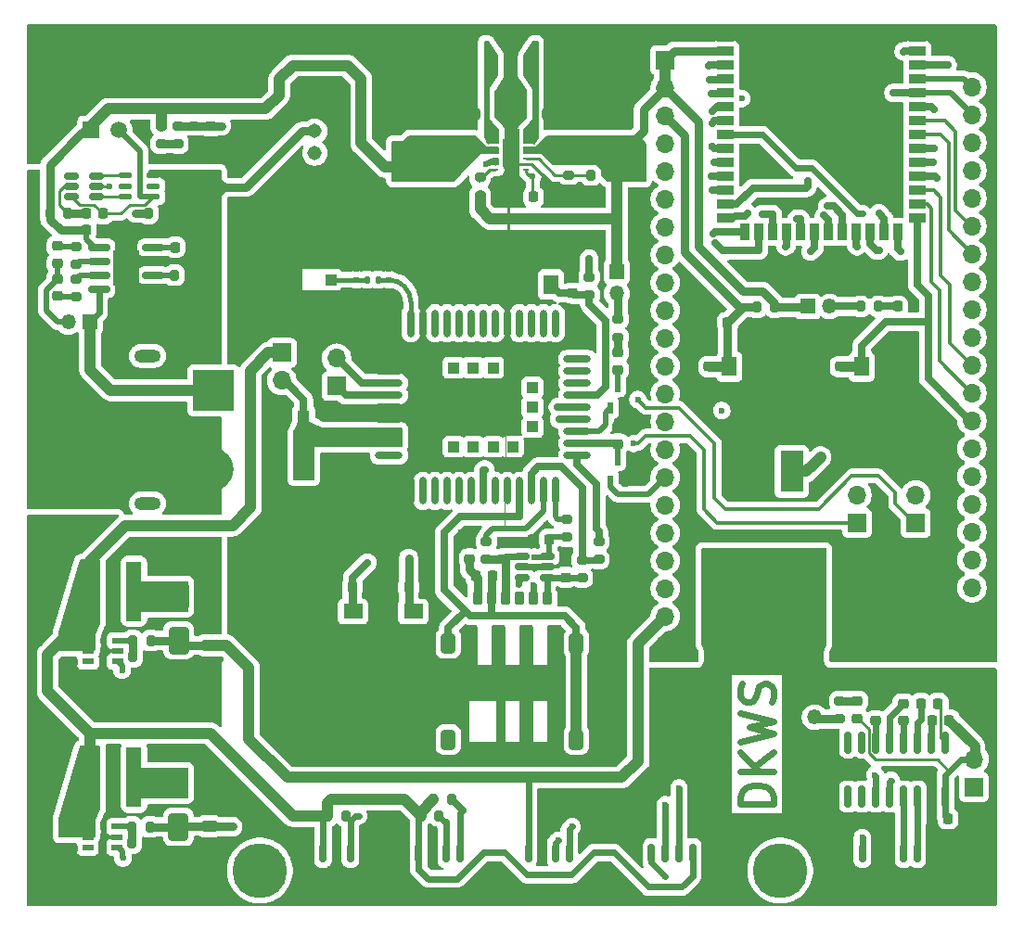
<source format=gbr>
%TF.GenerationSoftware,KiCad,Pcbnew,9.0.0*%
%TF.CreationDate,2025-05-21T17:06:58+02:00*%
%TF.ProjectId,DKWS_PCB,444b5753-5f50-4434-922e-6b696361645f,rev?*%
%TF.SameCoordinates,Original*%
%TF.FileFunction,Copper,L1,Top*%
%TF.FilePolarity,Positive*%
%FSLAX46Y46*%
G04 Gerber Fmt 4.6, Leading zero omitted, Abs format (unit mm)*
G04 Created by KiCad (PCBNEW 9.0.0) date 2025-05-21 17:06:58*
%MOMM*%
%LPD*%
G01*
G04 APERTURE LIST*
G04 Aperture macros list*
%AMRoundRect*
0 Rectangle with rounded corners*
0 $1 Rounding radius*
0 $2 $3 $4 $5 $6 $7 $8 $9 X,Y pos of 4 corners*
0 Add a 4 corners polygon primitive as box body*
4,1,4,$2,$3,$4,$5,$6,$7,$8,$9,$2,$3,0*
0 Add four circle primitives for the rounded corners*
1,1,$1+$1,$2,$3*
1,1,$1+$1,$4,$5*
1,1,$1+$1,$6,$7*
1,1,$1+$1,$8,$9*
0 Add four rect primitives between the rounded corners*
20,1,$1+$1,$2,$3,$4,$5,0*
20,1,$1+$1,$4,$5,$6,$7,0*
20,1,$1+$1,$6,$7,$8,$9,0*
20,1,$1+$1,$8,$9,$2,$3,0*%
%AMFreePoly0*
4,1,61,-0.586464,2.203536,-0.585000,2.200000,-0.585000,1.430000,-0.335000,1.430000,-0.335000,2.200000,-0.333536,2.203536,-0.330000,2.205000,-0.130000,2.205000,-0.126464,2.203536,-0.125000,2.200000,-0.125000,1.430000,0.125000,1.430000,0.125000,2.200000,0.126464,2.203536,0.130000,2.205000,0.330000,2.205000,0.333536,2.203536,0.335000,2.200000,0.335000,1.430000,0.585000,1.430000,
0.585000,2.200000,0.586464,2.203536,0.590000,2.205000,0.790000,2.205000,0.793536,2.203536,0.795000,2.200000,0.795000,-2.200000,0.793536,-2.203536,0.790000,-2.205000,0.590000,-2.205000,0.586464,-2.203536,0.585000,-2.200000,0.585000,-1.430000,0.335000,-1.430000,0.335000,-2.200000,0.333536,-2.203536,0.330000,-2.205000,0.130000,-2.205000,0.126464,-2.203536,0.125000,-2.200000,
0.125000,-1.430000,-0.125000,-1.430000,-0.125000,-2.200000,-0.126464,-2.203536,-0.130000,-2.205000,-0.330000,-2.205000,-0.333536,-2.203536,-0.335000,-2.200000,-0.335000,-1.430000,-0.585000,-1.430000,-0.585000,-2.200000,-0.586464,-2.203536,-0.590000,-2.205000,-0.790000,-2.205000,-0.793536,-2.203536,-0.795000,-2.200000,-0.795000,2.200000,-0.793536,2.203536,-0.790000,2.205000,-0.590000,2.205000,
-0.586464,2.203536,-0.586464,2.203536,$1*%
G04 Aperture macros list end*
%TA.AperFunction,Conductor*%
%ADD10C,0.200000*%
%TD*%
%TA.AperFunction,Conductor*%
%ADD11C,0.250000*%
%TD*%
%ADD12C,0.600000*%
%TA.AperFunction,NonConductor*%
%ADD13C,0.600000*%
%TD*%
%TA.AperFunction,SMDPad,CuDef*%
%ADD14RoundRect,0.200000X0.275000X-0.200000X0.275000X0.200000X-0.275000X0.200000X-0.275000X-0.200000X0*%
%TD*%
%TA.AperFunction,SMDPad,CuDef*%
%ADD15RoundRect,0.250000X-0.465000X-2.500000X0.465000X-2.500000X0.465000X2.500000X-0.465000X2.500000X0*%
%TD*%
%TA.AperFunction,SMDPad,CuDef*%
%ADD16RoundRect,0.150000X-0.150000X-0.700000X0.150000X-0.700000X0.150000X0.700000X-0.150000X0.700000X0*%
%TD*%
%TA.AperFunction,SMDPad,CuDef*%
%ADD17RoundRect,0.250000X-0.250000X-1.100000X0.250000X-1.100000X0.250000X1.100000X-0.250000X1.100000X0*%
%TD*%
%TA.AperFunction,SMDPad,CuDef*%
%ADD18RoundRect,0.140000X0.170000X-0.140000X0.170000X0.140000X-0.170000X0.140000X-0.170000X-0.140000X0*%
%TD*%
%TA.AperFunction,SMDPad,CuDef*%
%ADD19RoundRect,0.250000X0.650000X-0.325000X0.650000X0.325000X-0.650000X0.325000X-0.650000X-0.325000X0*%
%TD*%
%TA.AperFunction,SMDPad,CuDef*%
%ADD20O,0.700000X2.500000*%
%TD*%
%TA.AperFunction,SMDPad,CuDef*%
%ADD21O,2.500000X0.700000*%
%TD*%
%TA.AperFunction,SMDPad,CuDef*%
%ADD22R,1.000000X1.000000*%
%TD*%
%TA.AperFunction,SMDPad,CuDef*%
%ADD23R,1.500000X0.900000*%
%TD*%
%TA.AperFunction,SMDPad,CuDef*%
%ADD24R,0.900000X1.500000*%
%TD*%
%TA.AperFunction,HeatsinkPad*%
%ADD25C,0.600000*%
%TD*%
%TA.AperFunction,HeatsinkPad*%
%ADD26R,3.900000X3.900000*%
%TD*%
%TA.AperFunction,SMDPad,CuDef*%
%ADD27RoundRect,0.225000X0.250000X-0.225000X0.250000X0.225000X-0.250000X0.225000X-0.250000X-0.225000X0*%
%TD*%
%TA.AperFunction,ComponentPad*%
%ADD28R,1.700000X1.700000*%
%TD*%
%TA.AperFunction,ComponentPad*%
%ADD29O,1.700000X1.700000*%
%TD*%
%TA.AperFunction,SMDPad,CuDef*%
%ADD30RoundRect,0.135000X-0.135000X-0.185000X0.135000X-0.185000X0.135000X0.185000X-0.135000X0.185000X0*%
%TD*%
%TA.AperFunction,SMDPad,CuDef*%
%ADD31RoundRect,0.200000X-0.275000X0.200000X-0.275000X-0.200000X0.275000X-0.200000X0.275000X0.200000X0*%
%TD*%
%TA.AperFunction,SMDPad,CuDef*%
%ADD32RoundRect,0.150000X-0.512500X-0.150000X0.512500X-0.150000X0.512500X0.150000X-0.512500X0.150000X0*%
%TD*%
%TA.AperFunction,ComponentPad*%
%ADD33C,0.800000*%
%TD*%
%TA.AperFunction,ComponentPad*%
%ADD34C,5.000000*%
%TD*%
%TA.AperFunction,SMDPad,CuDef*%
%ADD35RoundRect,0.218750X-0.256250X0.218750X-0.256250X-0.218750X0.256250X-0.218750X0.256250X0.218750X0*%
%TD*%
%TA.AperFunction,SMDPad,CuDef*%
%ADD36RoundRect,0.225000X0.225000X0.250000X-0.225000X0.250000X-0.225000X-0.250000X0.225000X-0.250000X0*%
%TD*%
%TA.AperFunction,ComponentPad*%
%ADD37R,1.350000X1.350000*%
%TD*%
%TA.AperFunction,ComponentPad*%
%ADD38O,1.350000X1.350000*%
%TD*%
%TA.AperFunction,ComponentPad*%
%ADD39R,1.308000X1.308000*%
%TD*%
%TA.AperFunction,ComponentPad*%
%ADD40C,1.308000*%
%TD*%
%TA.AperFunction,ComponentPad*%
%ADD41O,2.460000X1.230000*%
%TD*%
%TA.AperFunction,SMDPad,CuDef*%
%ADD42RoundRect,0.225000X-0.225000X-0.250000X0.225000X-0.250000X0.225000X0.250000X-0.225000X0.250000X0*%
%TD*%
%TA.AperFunction,SMDPad,CuDef*%
%ADD43R,1.000000X0.550000*%
%TD*%
%TA.AperFunction,SMDPad,CuDef*%
%ADD44RoundRect,0.200000X-0.200000X-0.275000X0.200000X-0.275000X0.200000X0.275000X-0.200000X0.275000X0*%
%TD*%
%TA.AperFunction,SMDPad,CuDef*%
%ADD45RoundRect,0.225000X-0.250000X0.225000X-0.250000X-0.225000X0.250000X-0.225000X0.250000X0.225000X0*%
%TD*%
%TA.AperFunction,SMDPad,CuDef*%
%ADD46RoundRect,0.200000X0.200000X0.275000X-0.200000X0.275000X-0.200000X-0.275000X0.200000X-0.275000X0*%
%TD*%
%TA.AperFunction,SMDPad,CuDef*%
%ADD47RoundRect,0.250000X0.650000X-1.000000X0.650000X1.000000X-0.650000X1.000000X-0.650000X-1.000000X0*%
%TD*%
%TA.AperFunction,SMDPad,CuDef*%
%ADD48RoundRect,0.150000X0.512500X0.150000X-0.512500X0.150000X-0.512500X-0.150000X0.512500X-0.150000X0*%
%TD*%
%TA.AperFunction,SMDPad,CuDef*%
%ADD49R,1.080000X1.090000*%
%TD*%
%TA.AperFunction,SMDPad,CuDef*%
%ADD50RoundRect,0.218750X0.218750X0.256250X-0.218750X0.256250X-0.218750X-0.256250X0.218750X-0.256250X0*%
%TD*%
%TA.AperFunction,SMDPad,CuDef*%
%ADD51RoundRect,0.150000X-0.150000X0.825000X-0.150000X-0.825000X0.150000X-0.825000X0.150000X0.825000X0*%
%TD*%
%TA.AperFunction,SMDPad,CuDef*%
%ADD52RoundRect,0.150000X0.825000X0.150000X-0.825000X0.150000X-0.825000X-0.150000X0.825000X-0.150000X0*%
%TD*%
%TA.AperFunction,HeatsinkPad*%
%ADD53R,2.410000X3.300000*%
%TD*%
%TA.AperFunction,SMDPad,CuDef*%
%ADD54RoundRect,0.218750X0.256250X-0.218750X0.256250X0.218750X-0.256250X0.218750X-0.256250X-0.218750X0*%
%TD*%
%TA.AperFunction,SMDPad,CuDef*%
%ADD55R,1.800000X1.350000*%
%TD*%
%TA.AperFunction,SMDPad,CuDef*%
%ADD56R,1.350000X1.800000*%
%TD*%
%TA.AperFunction,SMDPad,CuDef*%
%ADD57RoundRect,0.147500X0.457500X0.147500X-0.457500X0.147500X-0.457500X-0.147500X0.457500X-0.147500X0*%
%TD*%
%TA.AperFunction,SMDPad,CuDef*%
%ADD58RoundRect,0.032500X0.217500X-0.462500X0.217500X0.462500X-0.217500X0.462500X-0.217500X-0.462500X0*%
%TD*%
%TA.AperFunction,SMDPad,CuDef*%
%ADD59R,2.200000X1.050000*%
%TD*%
%TA.AperFunction,SMDPad,CuDef*%
%ADD60R,1.050000X1.000000*%
%TD*%
%TA.AperFunction,ComponentPad*%
%ADD61C,1.508000*%
%TD*%
%TA.AperFunction,ComponentPad*%
%ADD62R,1.508000X1.508000*%
%TD*%
%TA.AperFunction,SMDPad,CuDef*%
%ADD63R,2.080000X3.810000*%
%TD*%
%TA.AperFunction,SMDPad,CuDef*%
%ADD64R,11.430000X8.890000*%
%TD*%
%TA.AperFunction,SMDPad,CuDef*%
%ADD65RoundRect,0.250000X-0.475000X0.250000X-0.475000X-0.250000X0.475000X-0.250000X0.475000X0.250000X0*%
%TD*%
%TA.AperFunction,SMDPad,CuDef*%
%ADD66O,0.600000X0.240000*%
%TD*%
%TA.AperFunction,SMDPad,CuDef*%
%ADD67FreePoly0,180.000000*%
%TD*%
%TA.AperFunction,ComponentPad*%
%ADD68C,0.600000*%
%TD*%
%TA.AperFunction,SMDPad,CuDef*%
%ADD69R,1.900000X4.400000*%
%TD*%
%TA.AperFunction,SMDPad,CuDef*%
%ADD70R,1.150000X1.775000*%
%TD*%
%TA.AperFunction,ComponentPad*%
%ADD71R,3.716000X3.716000*%
%TD*%
%TA.AperFunction,ComponentPad*%
%ADD72C,3.716000*%
%TD*%
%TA.AperFunction,ComponentPad*%
%ADD73O,2.400000X1.200000*%
%TD*%
%TA.AperFunction,SMDPad,CuDef*%
%ADD74RoundRect,0.225000X-0.225000X-0.375000X0.225000X-0.375000X0.225000X0.375000X-0.225000X0.375000X0*%
%TD*%
%TA.AperFunction,SMDPad,CuDef*%
%ADD75RoundRect,0.250000X-0.400000X-0.650000X0.400000X-0.650000X0.400000X0.650000X-0.400000X0.650000X0*%
%TD*%
%TA.AperFunction,ViaPad*%
%ADD76C,0.600000*%
%TD*%
%TA.AperFunction,Conductor*%
%ADD77C,0.500000*%
%TD*%
%TA.AperFunction,Conductor*%
%ADD78C,0.750000*%
%TD*%
%TA.AperFunction,Conductor*%
%ADD79C,1.000000*%
%TD*%
%TA.AperFunction,Conductor*%
%ADD80C,0.600000*%
%TD*%
%TA.AperFunction,Conductor*%
%ADD81C,0.700000*%
%TD*%
%TA.AperFunction,Conductor*%
%ADD82C,0.900000*%
%TD*%
%TA.AperFunction,Conductor*%
%ADD83C,0.300000*%
%TD*%
%TA.AperFunction,Conductor*%
%ADD84C,0.550000*%
%TD*%
%TA.AperFunction,Conductor*%
%ADD85C,0.800000*%
%TD*%
%TA.AperFunction,Conductor*%
%ADD86C,0.325000*%
%TD*%
%TA.AperFunction,Conductor*%
%ADD87C,0.400000*%
%TD*%
G04 APERTURE END LIST*
D10*
%TO.N,Net-(U5-EN)*%
X65668500Y-53887500D02*
X65138500Y-53887500D01*
X64628500Y-54065500D01*
X64548500Y-53685500D01*
X65275323Y-53345523D01*
X65275317Y-53345500D01*
X65668500Y-53345500D01*
X65668500Y-53887500D01*
%TA.AperFunction,Conductor*%
G36*
X65668500Y-53887500D02*
G01*
X65138500Y-53887500D01*
X64628500Y-54065500D01*
X64548500Y-53685500D01*
X65275323Y-53345523D01*
X65275317Y-53345500D01*
X65668500Y-53345500D01*
X65668500Y-53887500D01*
G37*
%TD.AperFunction*%
D11*
%TO.N,Net-(U5-L2_6)*%
X69250000Y-48365500D02*
X69250000Y-51385500D01*
X68968500Y-51885500D01*
X68968500Y-42695500D01*
X69250000Y-42695500D01*
X69250000Y-48365500D01*
%TA.AperFunction,Conductor*%
G36*
X69250000Y-48365500D02*
G01*
X69250000Y-51385500D01*
X68968500Y-51885500D01*
X68968500Y-42695500D01*
X69250000Y-42695500D01*
X69250000Y-48365500D01*
G37*
%TD.AperFunction*%
D10*
%TO.N,Charger OUT*%
X61618500Y-55365500D02*
X58068500Y-55365500D01*
X58068500Y-53865500D01*
X63068500Y-53865500D01*
X61618500Y-55365500D01*
%TA.AperFunction,Conductor*%
G36*
X61618500Y-55365500D02*
G01*
X58068500Y-55365500D01*
X58068500Y-53865500D01*
X63068500Y-53865500D01*
X61618500Y-55365500D01*
G37*
%TD.AperFunction*%
X64568500Y-52365500D02*
X65668500Y-52365500D01*
X65668500Y-52865500D01*
X64068500Y-52865500D01*
X63068500Y-53865500D01*
X59728500Y-53865500D01*
X58228500Y-55365500D01*
X56068500Y-55365500D01*
X56068500Y-51873697D01*
X56118500Y-51865500D01*
X57068500Y-51865500D01*
X57568500Y-51365500D01*
X63568500Y-51365500D01*
X64568500Y-52365500D01*
%TA.AperFunction,Conductor*%
G36*
X64568500Y-52365500D02*
G01*
X65668500Y-52365500D01*
X65668500Y-52865500D01*
X64068500Y-52865500D01*
X63068500Y-53865500D01*
X59728500Y-53865500D01*
X58228500Y-55365500D01*
X56068500Y-55365500D01*
X56068500Y-51873697D01*
X56118500Y-51865500D01*
X57068500Y-51865500D01*
X57568500Y-51365500D01*
X63568500Y-51365500D01*
X64568500Y-52365500D01*
G37*
%TD.AperFunction*%
%TO.N,3.3V OUT*%
X78968500Y-51865500D02*
X79168500Y-52119598D01*
X79168500Y-55365500D01*
X75668500Y-55365500D01*
X75168500Y-54865500D01*
X75168500Y-54365500D01*
X74668500Y-53865500D01*
X70668500Y-53865500D01*
X69668500Y-52865500D01*
X68068500Y-52865500D01*
X68068500Y-52365500D01*
X69168500Y-52365500D01*
X70168500Y-51365500D01*
X78574951Y-51365500D01*
X78968500Y-51865500D01*
%TA.AperFunction,Conductor*%
G36*
X78968500Y-51865500D02*
G01*
X79168500Y-52119598D01*
X79168500Y-55365500D01*
X75668500Y-55365500D01*
X75168500Y-54865500D01*
X75168500Y-54365500D01*
X74668500Y-53865500D01*
X70668500Y-53865500D01*
X69668500Y-52865500D01*
X68068500Y-52865500D01*
X68068500Y-52365500D01*
X69168500Y-52365500D01*
X70168500Y-51365500D01*
X78574951Y-51365500D01*
X78968500Y-51865500D01*
G37*
%TD.AperFunction*%
%TO.N,Net-(U5-L1_8)*%
X65620000Y-43990000D02*
X65620000Y-45740000D01*
X64780000Y-47020000D01*
X64768835Y-42705500D01*
X65620000Y-43990000D01*
%TA.AperFunction,Conductor*%
G36*
X65620000Y-43990000D02*
G01*
X65620000Y-45740000D01*
X64780000Y-47020000D01*
X64768835Y-42705500D01*
X65620000Y-43990000D01*
G37*
%TD.AperFunction*%
D11*
X64772500Y-51885500D02*
X64500000Y-51365500D01*
X64500000Y-48365500D01*
X64500000Y-42705500D01*
X64768835Y-42705500D01*
X64772500Y-51885500D01*
%TA.AperFunction,Conductor*%
G36*
X64772500Y-51885500D02*
G01*
X64500000Y-51365500D01*
X64500000Y-48365500D01*
X64500000Y-42705500D01*
X64768835Y-42705500D01*
X64772500Y-51885500D01*
G37*
%TD.AperFunction*%
D10*
%TO.N,Net-(U5-L2_6)*%
X68964500Y-51885500D02*
X68068500Y-51885500D01*
X68068500Y-50765500D01*
X69000000Y-49750000D01*
X68964500Y-51885500D01*
%TA.AperFunction,Conductor*%
G36*
X68964500Y-51885500D02*
G01*
X68068500Y-51885500D01*
X68068500Y-50765500D01*
X69000000Y-49750000D01*
X68964500Y-51885500D01*
G37*
%TD.AperFunction*%
X68960000Y-47010000D02*
X68120000Y-45750000D01*
X68120000Y-44000000D01*
X68968500Y-42695500D01*
X68960000Y-47010000D01*
%TA.AperFunction,Conductor*%
G36*
X68960000Y-47010000D02*
G01*
X68120000Y-45750000D01*
X68120000Y-44000000D01*
X68968500Y-42695500D01*
X68960000Y-47010000D01*
G37*
%TD.AperFunction*%
%TO.N,Net-(U5-L1_8)*%
X65668500Y-50765500D02*
X65668500Y-51885500D01*
X64772500Y-51885500D01*
X64750000Y-49750000D01*
X65668500Y-50765500D01*
%TA.AperFunction,Conductor*%
G36*
X65668500Y-50765500D02*
G01*
X65668500Y-51885500D01*
X64772500Y-51885500D01*
X64750000Y-49750000D01*
X65668500Y-50765500D01*
G37*
%TD.AperFunction*%
D12*
D13*
X90825157Y-112294071D02*
X87825157Y-112294071D01*
X87825157Y-112294071D02*
X87825157Y-111579785D01*
X87825157Y-111579785D02*
X87968014Y-111151214D01*
X87968014Y-111151214D02*
X88253728Y-110865499D01*
X88253728Y-110865499D02*
X88539442Y-110722642D01*
X88539442Y-110722642D02*
X89110871Y-110579785D01*
X89110871Y-110579785D02*
X89539442Y-110579785D01*
X89539442Y-110579785D02*
X90110871Y-110722642D01*
X90110871Y-110722642D02*
X90396585Y-110865499D01*
X90396585Y-110865499D02*
X90682300Y-111151214D01*
X90682300Y-111151214D02*
X90825157Y-111579785D01*
X90825157Y-111579785D02*
X90825157Y-112294071D01*
X90825157Y-109294071D02*
X87825157Y-109294071D01*
X90825157Y-107579785D02*
X89110871Y-108865499D01*
X87825157Y-107579785D02*
X89539442Y-109294071D01*
X87825157Y-106579785D02*
X90825157Y-105865499D01*
X90825157Y-105865499D02*
X88682300Y-105294071D01*
X88682300Y-105294071D02*
X90825157Y-104722642D01*
X90825157Y-104722642D02*
X87825157Y-104008357D01*
X90682300Y-103008357D02*
X90825157Y-102579786D01*
X90825157Y-102579786D02*
X90825157Y-101865500D01*
X90825157Y-101865500D02*
X90682300Y-101579786D01*
X90682300Y-101579786D02*
X90539442Y-101436928D01*
X90539442Y-101436928D02*
X90253728Y-101294071D01*
X90253728Y-101294071D02*
X89968014Y-101294071D01*
X89968014Y-101294071D02*
X89682300Y-101436928D01*
X89682300Y-101436928D02*
X89539442Y-101579786D01*
X89539442Y-101579786D02*
X89396585Y-101865500D01*
X89396585Y-101865500D02*
X89253728Y-102436928D01*
X89253728Y-102436928D02*
X89110871Y-102722643D01*
X89110871Y-102722643D02*
X88968014Y-102865500D01*
X88968014Y-102865500D02*
X88682300Y-103008357D01*
X88682300Y-103008357D02*
X88396585Y-103008357D01*
X88396585Y-103008357D02*
X88110871Y-102865500D01*
X88110871Y-102865500D02*
X87968014Y-102722643D01*
X87968014Y-102722643D02*
X87825157Y-102436928D01*
X87825157Y-102436928D02*
X87825157Y-101722643D01*
X87825157Y-101722643D02*
X87968014Y-101294071D01*
%TD*%
D14*
%TO.P,R19,1*%
%TO.N,Net-(J12-I{slash}O)*%
X73389500Y-91645000D03*
%TO.P,R19,2*%
%TO.N,Net-(U2-USIM_DATA)*%
X73389500Y-89995000D03*
%TD*%
D15*
%TO.P,L2,1,1*%
%TO.N,3.3V OUT*%
X28428500Y-109865500D03*
%TO.P,L2,2,2*%
%TO.N,Net-(D4-A)*%
X32468500Y-109865500D03*
%TD*%
D16*
%TO.P,J15,1,1*%
%TO.N,SENS GND*%
X78468500Y-116765500D03*
%TO.P,J15,2,2*%
%TO.N,Temperature*%
X79718500Y-116765500D03*
%TO.P,J15,3,3*%
%TO.N,VEML_SCL*%
X80968500Y-116765500D03*
%TO.P,J15,4,4*%
%TO.N,VEML_SDA*%
X82218500Y-116765500D03*
%TO.P,J15,5,5*%
%TO.N,3.3V OUT*%
X83468500Y-116765500D03*
D17*
%TO.P,J15,MP,SHIELD*%
%TO.N,SENS GND*%
X76618500Y-119965500D03*
X85318500Y-119965500D03*
%TD*%
D18*
%TO.P,C29,1*%
%TO.N,Net-(C29-Pad1)*%
X52796000Y-64415500D03*
%TO.P,C29,2*%
%TO.N,3.3V GND*%
X52796000Y-63455500D03*
%TD*%
%TO.P,C28,1*%
%TO.N,Antenna*%
X55721000Y-64415500D03*
%TO.P,C28,2*%
%TO.N,3.3V GND*%
X55721000Y-63455500D03*
%TD*%
D19*
%TO.P,C7,1*%
%TO.N,3.3V OUT*%
X70620000Y-52290000D03*
%TO.P,C7,2*%
%TO.N,3.3V GND*%
X70620000Y-49340000D03*
%TD*%
D20*
%TO.P,U2,1,GND*%
%TO.N,3.3V GND*%
X57746000Y-83715500D03*
%TO.P,U2,2,RESERVED_1*%
%TO.N,unconnected-(U2-RESERVED_1-Pad2)*%
X58846000Y-83715500D03*
%TO.P,U2,3,GPIO1*%
%TO.N,unconnected-(U2-GPIO1-Pad3)*%
X59946000Y-83715500D03*
%TO.P,U2,4,GPIO2*%
%TO.N,unconnected-(U2-GPIO2-Pad4)*%
X61046000Y-83715500D03*
%TO.P,U2,5,GPIO3*%
%TO.N,unconnected-(U2-GPIO3-Pad5)*%
X62146000Y-83715500D03*
%TO.P,U2,6,GPIO4*%
%TO.N,unconnected-(U2-GPIO4-Pad6)*%
X63246000Y-83715500D03*
%TO.P,U2,7,~{BOOT}*%
%TO.N,BC660K Boot*%
X64346000Y-83715500D03*
%TO.P,U2,8,RESERVED_1*%
%TO.N,unconnected-(U2-RESERVED_1-Pad8)*%
X65446000Y-83715500D03*
%TO.P,U2,9,ADC0*%
%TO.N,unconnected-(U2-ADC0-Pad9)*%
X66546000Y-83715500D03*
%TO.P,U2,10,USIM_GND*%
%TO.N,Net-(J12-GND)*%
X67646000Y-83715500D03*
%TO.P,U2,11,USIM_DATA*%
%TO.N,Net-(U2-USIM_DATA)*%
X68746000Y-83715500D03*
%TO.P,U2,12,USIM_RST*%
%TO.N,Net-(U2-USIM_RST)*%
X69846000Y-83715500D03*
%TO.P,U2,13,USIM_CLK*%
%TO.N,Net-(U2-USIM_CLK)*%
X70946000Y-83715500D03*
D21*
%TO.P,U2,14,USIM_VDD*%
%TO.N,Net-(J12-VCC)*%
X72946000Y-80465500D03*
%TO.P,U2,15,~{RESET}*%
%TO.N,BC660K Reset*%
X72946000Y-79365500D03*
%TO.P,U2,16,NETLIGHT*%
%TO.N,Netlight*%
X72946000Y-78265500D03*
%TO.P,U2,17,MAIN_TXD*%
%TO.N,Main_TXD*%
X72946000Y-77165500D03*
%TO.P,U2,18,MAIN_RXD*%
%TO.N,Main_RXD*%
X72946000Y-76065500D03*
%TO.P,U2,19,PSM_EINT*%
%TO.N,PSM*%
X72946000Y-74965500D03*
%TO.P,U2,20,RI*%
%TO.N,unconnected-(U2-RI-Pad20)*%
X72946000Y-73865500D03*
%TO.P,U2,21,RESERVED_1*%
%TO.N,unconnected-(U2-RESERVED_1-Pad21)*%
X72946000Y-72765500D03*
%TO.P,U2,22,RESERVED_1*%
%TO.N,unconnected-(U2-RESERVED_1-Pad22)*%
X72946000Y-71665500D03*
D20*
%TO.P,U2,23,RESERVED_1*%
%TO.N,unconnected-(U2-RESERVED_1-Pad23)*%
X70946000Y-68415500D03*
%TO.P,U2,24,VDD_EXT*%
%TO.N,unconnected-(U2-VDD_EXT-Pad24)*%
X69846000Y-68415500D03*
%TO.P,U2,25,RESERVED_1*%
%TO.N,unconnected-(U2-RESERVED_1-Pad25)*%
X68746000Y-68415500D03*
%TO.P,U2,26,RESERVED_1*%
%TO.N,unconnected-(U2-RESERVED_1-Pad26)*%
X67646000Y-68415500D03*
%TO.P,U2,27,GND*%
%TO.N,3.3V GND*%
X66546000Y-68415500D03*
%TO.P,U2,28,RESERVED_1*%
%TO.N,unconnected-(U2-RESERVED_1-Pad28)*%
X65446000Y-68415500D03*
%TO.P,U2,29,RESERVED_1*%
%TO.N,unconnected-(U2-RESERVED_1-Pad29)*%
X64346000Y-68415500D03*
%TO.P,U2,30,RESERVED_1*%
%TO.N,unconnected-(U2-RESERVED_1-Pad30)*%
X63246000Y-68415500D03*
%TO.P,U2,31,RESERVED_1*%
%TO.N,unconnected-(U2-RESERVED_1-Pad31)*%
X62146000Y-68415500D03*
%TO.P,U2,32,RESERVED_1*%
%TO.N,unconnected-(U2-RESERVED_1-Pad32)*%
X61046000Y-68415500D03*
%TO.P,U2,33,RESERVED_1*%
%TO.N,unconnected-(U2-RESERVED_1-Pad33)*%
X59946000Y-68415500D03*
%TO.P,U2,34,GND*%
%TO.N,3.3V GND*%
X58846000Y-68415500D03*
%TO.P,U2,35,ANT_RF*%
%TO.N,Antenna*%
X57746000Y-68415500D03*
D21*
%TO.P,U2,36,GND*%
%TO.N,3.3V GND*%
X55746000Y-71665500D03*
%TO.P,U2,37,GND*%
X55746000Y-72765500D03*
%TO.P,U2,38,DBG_RXD*%
%TO.N,Net-(JP3-B)*%
X55746000Y-73865500D03*
%TO.P,U2,39,DBG_TXD*%
%TO.N,Net-(JP3-A)*%
X55746000Y-74965500D03*
%TO.P,U2,40,GND*%
%TO.N,3.3V GND*%
X55746000Y-76065500D03*
%TO.P,U2,41,GND*%
X55746000Y-77165500D03*
%TO.P,U2,42,VBAT*%
%TO.N,Net-(JP5-B)*%
X55746000Y-78265500D03*
%TO.P,U2,43,VBAT*%
X55746000Y-79365500D03*
%TO.P,U2,44,RESERVED_1*%
%TO.N,unconnected-(U2-RESERVED_1-Pad44)*%
X55746000Y-80465500D03*
D22*
%TO.P,U2,45,RESERVED_1*%
%TO.N,unconnected-(U2-RESERVED_1-Pad45)*%
X61646000Y-79665500D03*
%TO.P,U2,46,RESERVED_2*%
%TO.N,unconnected-(U2-RESERVED_2-Pad46)*%
X63446000Y-79665500D03*
%TO.P,U2,47,RESERVED_2*%
%TO.N,unconnected-(U2-RESERVED_2-Pad47)*%
X65246000Y-79665500D03*
%TO.P,U2,48,RESERVED_2*%
%TO.N,unconnected-(U2-RESERVED_2-Pad48)*%
X67046000Y-79665500D03*
%TO.P,U2,49,RESERVED_2*%
%TO.N,unconnected-(U2-RESERVED_2-Pad49)*%
X68846000Y-77865500D03*
%TO.P,U2,50,RESERVED_2*%
%TO.N,unconnected-(U2-RESERVED_2-Pad50)*%
X68846000Y-76065500D03*
%TO.P,U2,51,RESERVED_2*%
%TO.N,unconnected-(U2-RESERVED_2-Pad51)*%
X68846000Y-74265500D03*
%TO.P,U2,52,VIO_SEL*%
%TO.N,3.3V GND*%
X67046000Y-72465500D03*
%TO.P,U2,53,RESERVED_2*%
%TO.N,unconnected-(U2-RESERVED_2-Pad53)*%
X65246000Y-72465500D03*
%TO.P,U2,54,GRFC1*%
%TO.N,unconnected-(U2-GRFC1-Pad54)*%
X63446000Y-72465500D03*
%TO.P,U2,55,GRFC2*%
%TO.N,unconnected-(U2-GRFC2-Pad55)*%
X61646000Y-72465500D03*
%TO.P,U2,56,GND*%
%TO.N,3.3V GND*%
X59846000Y-74265500D03*
%TO.P,U2,57,GND*%
X59846000Y-76065500D03*
%TO.P,U2,58,GND*%
X59846000Y-77865500D03*
%TD*%
D23*
%TO.P,U1,1,GND*%
%TO.N,3.3V GND*%
X86468500Y-42295500D03*
%TO.P,U1,2,3V3*%
%TO.N,3.3V OUT*%
X86468500Y-43565500D03*
%TO.P,U1,3,EN*%
%TO.N,Net-(J2-Pin_3)*%
X86468500Y-44835500D03*
%TO.P,U1,4,IO4*%
%TO.N,Temperature*%
X86468500Y-46105500D03*
%TO.P,U1,5,IO5*%
%TO.N,Sensors PWR*%
X86468500Y-47375500D03*
%TO.P,U1,6,IO6*%
%TO.N,Net-(J2-Pin_6)*%
X86468500Y-48645500D03*
%TO.P,U1,7,IO7*%
%TO.N,Net-(J2-Pin_7)*%
X86468500Y-49915500D03*
%TO.P,U1,8,IO15*%
%TO.N,RS232_TX*%
X86468500Y-51185500D03*
%TO.P,U1,9,IO16*%
%TO.N,RS232_RX*%
X86468500Y-52455500D03*
%TO.P,U1,10,IO17*%
%TO.N,SDS_RX*%
X86468500Y-53725500D03*
%TO.P,U1,11,IO18*%
%TO.N,SDS_TX*%
X86468500Y-54995500D03*
%TO.P,U1,12,IO8*%
%TO.N,VEML_SDA*%
X86468500Y-56265500D03*
%TO.P,U1,13,USB_D-*%
%TO.N,Net-(J1-Pin_19)*%
X86468500Y-57535500D03*
%TO.P,U1,14,USB_D+*%
%TO.N,Net-(J1-Pin_20)*%
X86468500Y-58805500D03*
D24*
%TO.P,U1,15,IO3*%
%TO.N,Net-(J2-Pin_13)*%
X88233500Y-60055500D03*
%TO.P,U1,16,IO46*%
%TO.N,Net-(J2-Pin_14)*%
X89503500Y-60055500D03*
%TO.P,U1,17,IO9*%
%TO.N,VEML_SCL*%
X90773500Y-60055500D03*
%TO.P,U1,18,IO10*%
%TO.N,ESP-BC RST*%
X92043500Y-60055500D03*
%TO.P,U1,19,IO11*%
%TO.N,PSM_EINT*%
X93313500Y-60055500D03*
%TO.P,U1,20,IO12*%
%TO.N,Net-(J2-Pin_18)*%
X94583500Y-60055500D03*
%TO.P,U1,21,IO13*%
%TO.N,Net-(J2-Pin_19)*%
X95853500Y-60055500D03*
%TO.P,U1,22,IO14*%
%TO.N,Net-(J2-Pin_20)*%
X97123500Y-60055500D03*
%TO.P,U1,23,IO21*%
%TO.N,Net-(J1-Pin_18)*%
X98393500Y-60055500D03*
%TO.P,U1,24,IO47*%
%TO.N,Net-(J1-Pin_17)*%
X99663500Y-60055500D03*
%TO.P,U1,25,IO48*%
%TO.N,Net-(J1-Pin_16)*%
X100933500Y-60055500D03*
%TO.P,U1,26,IO45*%
%TO.N,Net-(J1-Pin_15)*%
X102203500Y-60055500D03*
D23*
%TO.P,U1,27,IO0*%
%TO.N,Net-(J1-Pin_14)*%
X103968500Y-58805500D03*
%TO.P,U1,28,IO35*%
%TO.N,Net-(J1-Pin_13)*%
X103968500Y-57535500D03*
%TO.P,U1,29,IO36*%
%TO.N,Net-(J1-Pin_12)*%
X103968500Y-56265500D03*
%TO.P,U1,30,IO37*%
%TO.N,Net-(J1-Pin_11)*%
X103968500Y-54995500D03*
%TO.P,U1,31,IO38*%
%TO.N,Net-(J1-Pin_10)*%
X103968500Y-53725500D03*
%TO.P,U1,32,IO39*%
%TO.N,Net-(J1-Pin_9)*%
X103968500Y-52455500D03*
%TO.P,U1,33,IO40*%
%TO.N,Net-(J1-Pin_8)*%
X103968500Y-51185500D03*
%TO.P,U1,34,IO41*%
%TO.N,Net-(J1-Pin_7)*%
X103968500Y-49915500D03*
%TO.P,U1,35,IO42*%
%TO.N,Net-(J1-Pin_6)*%
X103968500Y-48645500D03*
%TO.P,U1,36,RXD0*%
%TO.N,Net-(J1-Pin_3)*%
X103968500Y-47375500D03*
%TO.P,U1,37,TXD0*%
%TO.N,Net-(J1-Pin_2)*%
X103968500Y-46105500D03*
%TO.P,U1,38,IO2*%
%TO.N,Net-(J1-Pin_5)*%
X103968500Y-44835500D03*
%TO.P,U1,39,IO1*%
%TO.N,Voltage Measure*%
X103968500Y-43565500D03*
%TO.P,U1,40,GND*%
%TO.N,3.3V GND*%
X103968500Y-42295500D03*
D25*
%TO.P,U1,41,GND*%
X92318500Y-49315500D03*
X92318500Y-50715500D03*
X93018500Y-48615500D03*
X93018500Y-50015500D03*
X93018500Y-51415500D03*
X93718500Y-49315500D03*
D26*
X93718500Y-50015500D03*
D25*
X93718500Y-50715500D03*
X94418500Y-48615500D03*
X94418500Y-50015500D03*
X94418500Y-51415500D03*
X95118500Y-49315500D03*
X95118500Y-50715500D03*
%TD*%
D27*
%TO.P,C33,1*%
%TO.N,Net-(JP5-B)*%
X52946000Y-78365500D03*
%TO.P,C33,2*%
%TO.N,3.3V GND*%
X52946000Y-76815500D03*
%TD*%
%TO.P,C31,1*%
%TO.N,Net-(JP5-B)*%
X49946000Y-78365500D03*
%TO.P,C31,2*%
%TO.N,3.3V GND*%
X49946000Y-76815500D03*
%TD*%
D28*
%TO.P,J1,1,Pin_1*%
%TO.N,3.3V GND*%
X108968500Y-44285500D03*
D29*
%TO.P,J1,2,Pin_2*%
%TO.N,Net-(J1-Pin_2)*%
X108968500Y-46825500D03*
%TO.P,J1,3,Pin_3*%
%TO.N,Net-(J1-Pin_3)*%
X108968500Y-49365500D03*
%TO.P,J1,4,Pin_4*%
%TO.N,Voltage Measure*%
X108968500Y-51905500D03*
%TO.P,J1,5,Pin_5*%
%TO.N,Net-(J1-Pin_5)*%
X108968500Y-54445500D03*
%TO.P,J1,6,Pin_6*%
%TO.N,Net-(J1-Pin_6)*%
X108968500Y-56985500D03*
%TO.P,J1,7,Pin_7*%
%TO.N,Net-(J1-Pin_7)*%
X108968500Y-59525500D03*
%TO.P,J1,8,Pin_8*%
%TO.N,Net-(J1-Pin_8)*%
X108968500Y-62065500D03*
%TO.P,J1,9,Pin_9*%
%TO.N,Net-(J1-Pin_9)*%
X108968500Y-64605500D03*
%TO.P,J1,10,Pin_10*%
%TO.N,Net-(J1-Pin_10)*%
X108968500Y-67145500D03*
%TO.P,J1,11,Pin_11*%
%TO.N,Net-(J1-Pin_11)*%
X108968500Y-69685500D03*
%TO.P,J1,12,Pin_12*%
%TO.N,Net-(J1-Pin_12)*%
X108968500Y-72225500D03*
%TO.P,J1,13,Pin_13*%
%TO.N,Net-(J1-Pin_13)*%
X108968500Y-74765500D03*
%TO.P,J1,14,Pin_14*%
%TO.N,Net-(J1-Pin_14)*%
X108968500Y-77305500D03*
%TO.P,J1,15,Pin_15*%
%TO.N,Net-(J1-Pin_15)*%
X108968500Y-79845500D03*
%TO.P,J1,16,Pin_16*%
%TO.N,Net-(J1-Pin_16)*%
X108968500Y-82385500D03*
%TO.P,J1,17,Pin_17*%
%TO.N,Net-(J1-Pin_17)*%
X108968500Y-84925500D03*
%TO.P,J1,18,Pin_18*%
%TO.N,Net-(J1-Pin_18)*%
X108968500Y-87465500D03*
%TO.P,J1,19,Pin_19*%
%TO.N,Net-(J1-Pin_19)*%
X108968500Y-90005500D03*
%TO.P,J1,20,Pin_20*%
%TO.N,Net-(J1-Pin_20)*%
X108968500Y-92545500D03*
%TO.P,J1,21,Pin_21*%
%TO.N,3.3V GND*%
X108968500Y-95085500D03*
%TO.P,J1,22,Pin_22*%
X108968500Y-97625500D03*
%TD*%
D19*
%TO.P,C9,1*%
%TO.N,3.3V OUT*%
X75350000Y-52290000D03*
%TO.P,C9,2*%
%TO.N,3.3V GND*%
X75350000Y-49340000D03*
%TD*%
D27*
%TO.P,C19,1*%
%TO.N,Net-(U8-C2+)*%
X102698500Y-104685500D03*
%TO.P,C19,2*%
%TO.N,Net-(U8-C2-)*%
X102698500Y-103135500D03*
%TD*%
D28*
%TO.P,JP3,1,A*%
%TO.N,Net-(JP3-A)*%
X50968500Y-74140500D03*
D29*
%TO.P,JP3,2,B*%
%TO.N,Net-(JP3-B)*%
X50968500Y-71600500D03*
%TD*%
D30*
%TO.P,R21,1*%
%TO.N,Net-(C29-Pad1)*%
X53741000Y-64415500D03*
%TO.P,R21,2*%
%TO.N,Antenna*%
X54761000Y-64415500D03*
%TD*%
D31*
%TO.P,R8,1*%
%TO.N,Net-(U5-PG)*%
X64068500Y-55095500D03*
%TO.P,R8,2*%
%TO.N,3.3V OUT*%
X64068500Y-56745500D03*
%TD*%
D32*
%TO.P,U9,1,I/O1*%
%TO.N,Net-(J12-RST)*%
X67899500Y-89700000D03*
%TO.P,U9,2,GND_1*%
%TO.N,3.3V GND*%
X67899500Y-90650000D03*
%TO.P,U9,3,I/O3*%
%TO.N,Net-(J12-VCC)*%
X67899500Y-91600000D03*
%TO.P,U9,4,I/O4*%
%TO.N,Net-(J12-I{slash}O)*%
X70174500Y-91600000D03*
%TO.P,U9,5,GND_2*%
%TO.N,3.3V GND*%
X70174500Y-90650000D03*
%TO.P,U9,6,I/O2*%
%TO.N,Net-(J12-CLK)*%
X70174500Y-89700000D03*
%TD*%
D33*
%TO.P,H2,1*%
%TO.N,3.3V GND*%
X59593500Y-62865500D03*
X60142675Y-61539675D03*
X60142675Y-64191325D03*
X61468500Y-60990500D03*
D34*
X61468500Y-62865500D03*
D33*
X61468500Y-64740500D03*
X62794325Y-61539675D03*
X62794325Y-64191325D03*
X63343500Y-62865500D03*
%TD*%
D35*
%TO.P,D6,1,K*%
%TO.N,Net-(D6-K)*%
X98503500Y-102906000D03*
%TO.P,D6,2,A*%
%TO.N,Net-(D6-A)*%
X98503500Y-104481000D03*
%TD*%
D36*
%TO.P,C18,1*%
%TO.N,Net-(U8-C1+)*%
X105878500Y-103138000D03*
%TO.P,C18,2*%
%TO.N,Net-(U8-C1-)*%
X104328500Y-103138000D03*
%TD*%
%TO.P,C10,1*%
%TO.N,Net-(J2-Pin_3)*%
X86658500Y-68345500D03*
%TO.P,C10,2*%
%TO.N,3.3V GND*%
X85108500Y-68345500D03*
%TD*%
D37*
%TO.P,JP6,1,A*%
%TO.N,3.3V OUT*%
X93968500Y-66865500D03*
D38*
%TO.P,JP6,2,B*%
%TO.N,Net-(JP6-B)*%
X95968500Y-66865500D03*
%TD*%
D39*
%TO.P,S1,1*%
%TO.N,3.3V GND*%
X48968500Y-48865500D03*
D40*
%TO.P,S1,2*%
%TO.N,Charger GND*%
X48968500Y-50865500D03*
%TO.P,S1,3*%
%TO.N,unconnected-(S1-Pad3)*%
X48968500Y-52865500D03*
D41*
%TO.P,S1,S1,SHIELD*%
%TO.N,3.3V GND*%
X48968500Y-46665500D03*
%TO.P,S1,S2,SHIELD*%
X48968500Y-55065500D03*
%TD*%
D27*
%TO.P,C26,1*%
%TO.N,Net-(J12-I{slash}O)*%
X71889500Y-91595000D03*
%TO.P,C26,2*%
%TO.N,3.3V GND*%
X71889500Y-90045000D03*
%TD*%
D42*
%TO.P,C22,1*%
%TO.N,SENS GND*%
X105228500Y-113638000D03*
%TO.P,C22,2*%
%TO.N,Net-(D6-A)*%
X106778500Y-113638000D03*
%TD*%
D31*
%TO.P,R11,1*%
%TO.N,Charger OUT*%
X34968500Y-50365500D03*
%TO.P,R11,2*%
%TO.N,Net-(R11-Pad2)*%
X34968500Y-52015500D03*
%TD*%
D15*
%TO.P,L3,1,1*%
%TO.N,3.3V OUT*%
X28428500Y-92865500D03*
%TO.P,L3,2,2*%
%TO.N,Net-(D5-A)*%
X32468500Y-92865500D03*
%TD*%
D28*
%TO.P,JP9,1,A*%
%TO.N,5V OUT*%
X109158500Y-110740500D03*
D29*
%TO.P,JP9,2,B*%
%TO.N,Net-(D6-A)*%
X109158500Y-108200500D03*
%TD*%
D42*
%TO.P,C1,1*%
%TO.N,Charger OUT*%
X28104800Y-59890500D03*
%TO.P,C1,2*%
%TO.N,Charger GND*%
X29654800Y-59890500D03*
%TD*%
D43*
%TO.P,U7,1,SW*%
%TO.N,Net-(D5-A)*%
X30968500Y-99265500D03*
%TO.P,U7,2,GND*%
%TO.N,SENS GND*%
X30968500Y-98315500D03*
%TO.P,U7,3,FB*%
%TO.N,Net-(U7-FB)*%
X30968500Y-97365500D03*
%TO.P,U7,4,EN*%
%TO.N,3.3V OUT*%
X28268500Y-97365500D03*
%TO.P,U7,5,IN*%
X28268500Y-98315500D03*
%TO.P,U7,6,N/C*%
%TO.N,unconnected-(U7-N{slash}C-Pad6)*%
X28268500Y-99265500D03*
%TD*%
D44*
%TO.P,R4,1*%
%TO.N,Charger OUT*%
X24779800Y-58390500D03*
%TO.P,R4,2*%
%TO.N,Net-(U4-VCC)*%
X26429800Y-58390500D03*
%TD*%
D16*
%TO.P,J3,1,1*%
%TO.N,3.3V OUT*%
X58468500Y-116765500D03*
%TO.P,J3,2,2*%
%TO.N,SENS GND*%
X59718500Y-116765500D03*
%TO.P,J3,3,3*%
%TO.N,VEML_SCL*%
X60968500Y-116765500D03*
%TO.P,J3,4,4*%
%TO.N,VEML_SDA*%
X62218500Y-116765500D03*
D17*
%TO.P,J3,MP,SHIELD*%
%TO.N,SENS GND*%
X56618500Y-119965500D03*
X64068500Y-119965500D03*
%TD*%
D19*
%TO.P,C8,1*%
%TO.N,3.3V OUT*%
X72985000Y-52290000D03*
%TO.P,C8,2*%
%TO.N,3.3V GND*%
X72985000Y-49340000D03*
%TD*%
D33*
%TO.P,H1,1*%
%TO.N,3.3V GND*%
X35593500Y-43865500D03*
X36142675Y-42539675D03*
X36142675Y-45191325D03*
X37468500Y-41990500D03*
D34*
X37468500Y-43865500D03*
D33*
X37468500Y-45740500D03*
X38794325Y-42539675D03*
X38794325Y-45191325D03*
X39343500Y-43865500D03*
%TD*%
D28*
%TO.P,JP2,1,A*%
%TO.N,Main_TXD*%
X98468500Y-86620500D03*
D29*
%TO.P,JP2,2,B*%
%TO.N,Net-(J1-Pin_3)*%
X98468500Y-84080500D03*
%TD*%
D45*
%TO.P,C13,1*%
%TO.N,Voltage Measure*%
X39481000Y-50415500D03*
%TO.P,C13,2*%
%TO.N,3.3V GND*%
X39481000Y-51965500D03*
%TD*%
D28*
%TO.P,J2,1,Pin_1*%
%TO.N,3.3V OUT*%
X80968500Y-44365500D03*
D29*
%TO.P,J2,2,Pin_2*%
X80968500Y-46905500D03*
%TO.P,J2,3,Pin_3*%
%TO.N,Net-(J2-Pin_3)*%
X80968500Y-49445500D03*
%TO.P,J2,4,Pin_4*%
%TO.N,Temperature*%
X80968500Y-51985500D03*
%TO.P,J2,5,Pin_5*%
%TO.N,Sensors PWR*%
X80968500Y-54525500D03*
%TO.P,J2,6,Pin_6*%
%TO.N,Net-(J2-Pin_6)*%
X80968500Y-57065500D03*
%TO.P,J2,7,Pin_7*%
%TO.N,Net-(J2-Pin_7)*%
X80968500Y-59605500D03*
%TO.P,J2,8,Pin_8*%
%TO.N,RS232_TX*%
X80968500Y-62145500D03*
%TO.P,J2,9,Pin_9*%
%TO.N,RS232_RX*%
X80968500Y-64685500D03*
%TO.P,J2,10,Pin_10*%
%TO.N,SDS_RX*%
X80968500Y-67225500D03*
%TO.P,J2,11,Pin_11*%
%TO.N,SDS_TX*%
X80968500Y-69765500D03*
%TO.P,J2,12,Pin_12*%
%TO.N,VEML_SDA*%
X80968500Y-72305500D03*
%TO.P,J2,13,Pin_13*%
%TO.N,Net-(J2-Pin_13)*%
X80968500Y-74845500D03*
%TO.P,J2,14,Pin_14*%
%TO.N,Net-(J2-Pin_14)*%
X80968500Y-77385500D03*
%TO.P,J2,15,Pin_15*%
%TO.N,VEML_SCL*%
X80968500Y-79925500D03*
%TO.P,J2,16,Pin_16*%
%TO.N,ESP-BC RST*%
X80968500Y-82465500D03*
%TO.P,J2,17,Pin_17*%
%TO.N,PSM_EINT*%
X80968500Y-85005500D03*
%TO.P,J2,18,Pin_18*%
%TO.N,Net-(J2-Pin_18)*%
X80968500Y-87545500D03*
%TO.P,J2,19,Pin_19*%
%TO.N,Net-(J2-Pin_19)*%
X80968500Y-90085500D03*
%TO.P,J2,20,Pin_20*%
%TO.N,Net-(J2-Pin_20)*%
X80968500Y-92625500D03*
%TO.P,J2,21,Pin_21*%
%TO.N,5V OUT*%
X80968500Y-95165500D03*
%TO.P,J2,22,Pin_22*%
%TO.N,3.3V GND*%
X80968500Y-97705500D03*
%TD*%
D44*
%TO.P,R23,1*%
%TO.N,3.3V OUT*%
X50143500Y-113365500D03*
%TO.P,R23,2*%
%TO.N,Temperature*%
X51793500Y-113365500D03*
%TD*%
D45*
%TO.P,C12,1*%
%TO.N,Net-(J1-Pin_14)*%
X96968500Y-72365500D03*
%TO.P,C12,2*%
%TO.N,3.3V GND*%
X96968500Y-73915500D03*
%TD*%
D46*
%TO.P,R6,1*%
%TO.N,3.3V OUT*%
X75818500Y-54865500D03*
%TO.P,R6,2*%
%TO.N,Net-(U5-FB)*%
X74168500Y-54865500D03*
%TD*%
D27*
%TO.P,C20,1*%
%TO.N,Net-(U8-VS-)*%
X100203500Y-104688000D03*
%TO.P,C20,2*%
%TO.N,SENS GND*%
X100203500Y-103138000D03*
%TD*%
D31*
%TO.P,R7,1*%
%TO.N,Net-(U5-FB)*%
X72168500Y-54865500D03*
%TO.P,R7,2*%
%TO.N,3.3V GND*%
X72168500Y-56515500D03*
%TD*%
D47*
%TO.P,D4,1,K*%
%TO.N,12V OUT*%
X36528500Y-114385500D03*
%TO.P,D4,2,A*%
%TO.N,Net-(D4-A)*%
X36528500Y-110385500D03*
%TD*%
D48*
%TO.P,U4,1,OD*%
%TO.N,Net-(U4-OD)*%
X29042300Y-56840500D03*
%TO.P,U4,2,CS*%
%TO.N,Net-(U4-CS)*%
X29042300Y-55890500D03*
%TO.P,U4,3,OC*%
%TO.N,Net-(U4-OC)*%
X29042300Y-54940500D03*
%TO.P,U4,4,TD*%
%TO.N,unconnected-(U4-TD-Pad4)*%
X26767300Y-54940500D03*
%TO.P,U4,5,VCC*%
%TO.N,Net-(U4-VCC)*%
X26767300Y-55890500D03*
%TO.P,U4,6,GND*%
%TO.N,Battery GND*%
X26767300Y-56840500D03*
%TD*%
D44*
%TO.P,R14,1*%
%TO.N,Net-(U6-FB)*%
X32288500Y-115885500D03*
%TO.P,R14,2*%
%TO.N,SENS GND*%
X33938500Y-115885500D03*
%TD*%
D37*
%TO.P,JP10,1,A*%
%TO.N,SENS GND*%
X94603500Y-102365500D03*
D38*
%TO.P,JP10,2,B*%
%TO.N,Net-(JP10-B)*%
X94603500Y-104365500D03*
%TD*%
D49*
%TO.P,D8,A*%
%TO.N,3.3V GND*%
X44818500Y-76865500D03*
%TO.P,D8,C*%
%TO.N,Net-(JP5-B)*%
X47968500Y-76865500D03*
%TD*%
D50*
%TO.P,D3,1,K*%
%TO.N,3.3V GND*%
X103756000Y-66865500D03*
%TO.P,D3,2,A*%
%TO.N,Net-(D3-A)*%
X102181000Y-66865500D03*
%TD*%
D28*
%TO.P,JP1,1,A*%
%TO.N,Main_RXD*%
X103833500Y-86620500D03*
D29*
%TO.P,JP1,2,B*%
%TO.N,Net-(J1-Pin_2)*%
X103833500Y-84080500D03*
%TD*%
D16*
%TO.P,J14,1,1*%
%TO.N,12V OUT*%
X98968500Y-116765500D03*
%TO.P,J14,2,2*%
%TO.N,SENS GND*%
X100218500Y-116765500D03*
%TO.P,J14,3,3*%
X101468500Y-116765500D03*
%TO.P,J14,4,4*%
%TO.N,WXT_RX*%
X102718500Y-116765500D03*
%TO.P,J14,5,5*%
%TO.N,WXT_TX*%
X103968500Y-116765500D03*
D17*
%TO.P,J14,MP,SHIELD*%
%TO.N,SENS GND*%
X97118500Y-119965500D03*
X105818500Y-119965500D03*
%TD*%
D51*
%TO.P,U8,1,C1+*%
%TO.N,Net-(U8-C1+)*%
X106548500Y-106663000D03*
%TO.P,U8,2,VS+*%
%TO.N,Net-(U8-VS+)*%
X105278500Y-106663000D03*
%TO.P,U8,3,C1-*%
%TO.N,Net-(U8-C1-)*%
X104008500Y-106663000D03*
%TO.P,U8,4,C2+*%
%TO.N,Net-(U8-C2+)*%
X102738500Y-106663000D03*
%TO.P,U8,5,C2-*%
%TO.N,Net-(U8-C2-)*%
X101468500Y-106663000D03*
%TO.P,U8,6,VS-*%
%TO.N,Net-(U8-VS-)*%
X100198500Y-106663000D03*
%TO.P,U8,7,T2OUT*%
%TO.N,unconnected-(U8-T2OUT-Pad7)*%
X98928500Y-106663000D03*
%TO.P,U8,8,R2IN*%
%TO.N,unconnected-(U8-R2IN-Pad8)*%
X97658500Y-106663000D03*
%TO.P,U8,9,R2OUT*%
%TO.N,unconnected-(U8-R2OUT-Pad9)*%
X97658500Y-111613000D03*
%TO.P,U8,10,T2IN*%
%TO.N,unconnected-(U8-T2IN-Pad10)*%
X98928500Y-111613000D03*
%TO.P,U8,11,T1IN*%
%TO.N,RS232_TX*%
X100198500Y-111613000D03*
%TO.P,U8,12,R1OUT*%
%TO.N,RS232_RX*%
X101468500Y-111613000D03*
%TO.P,U8,13,R1IN*%
%TO.N,WXT_RX*%
X102738500Y-111613000D03*
%TO.P,U8,14,T1OUT*%
%TO.N,WXT_TX*%
X104008500Y-111613000D03*
%TO.P,U8,15,GND*%
%TO.N,SENS GND*%
X105278500Y-111613000D03*
%TO.P,U8,16,VCC*%
%TO.N,Net-(D6-A)*%
X106548500Y-111613000D03*
%TD*%
D52*
%TO.P,U3,1,TEMP*%
%TO.N,Charger GND*%
X34243500Y-65270500D03*
%TO.P,U3,2,PROG*%
%TO.N,Net-(U3-PROG)*%
X34243500Y-64000500D03*
%TO.P,U3,3,GND*%
%TO.N,Charger GND*%
X34243500Y-62730500D03*
%TO.P,U3,4,V_{CC}*%
%TO.N,Net-(J10-+)*%
X34243500Y-61460500D03*
%TO.P,U3,5,BAT*%
%TO.N,Charger OUT*%
X29293500Y-61460500D03*
%TO.P,U3,6,~{STDBY}*%
%TO.N,Net-(U3-~{STDBY})*%
X29293500Y-62730500D03*
%TO.P,U3,7,~{CHRG}*%
%TO.N,Net-(U3-~{CHRG})*%
X29293500Y-64000500D03*
%TO.P,U3,8,CE*%
%TO.N,Net-(J10-+)*%
X29293500Y-65270500D03*
D25*
%TO.P,U3,9,EPAD*%
%TO.N,Charger GND*%
X32468500Y-64565500D03*
X32468500Y-63365500D03*
X32468500Y-62165500D03*
D53*
X31768500Y-63365500D03*
D25*
X31068500Y-64565500D03*
X31068500Y-63365500D03*
X31068500Y-62165500D03*
%TD*%
D54*
%TO.P,D2,1,K*%
%TO.N,Net-(D2-K)*%
X25468500Y-65928000D03*
%TO.P,D2,2,A*%
%TO.N,Net-(D1-A)*%
X25468500Y-64353000D03*
%TD*%
D14*
%TO.P,R24,1*%
%TO.N,PSM*%
X74046000Y-65815500D03*
%TO.P,R24,2*%
%TO.N,PSM_EINT*%
X74046000Y-64165500D03*
%TD*%
D31*
%TO.P,R20,1*%
%TO.N,Net-(J12-VCC)*%
X74899500Y-88310000D03*
%TO.P,R20,2*%
%TO.N,Net-(U2-USIM_DATA)*%
X74899500Y-89960000D03*
%TD*%
D43*
%TO.P,U6,1,SW*%
%TO.N,Net-(D4-A)*%
X30948500Y-116265500D03*
%TO.P,U6,2,GND*%
%TO.N,SENS GND*%
X30948500Y-115315500D03*
%TO.P,U6,3,FB*%
%TO.N,Net-(U6-FB)*%
X30948500Y-114365500D03*
%TO.P,U6,4,EN*%
%TO.N,3.3V OUT*%
X28248500Y-114365500D03*
%TO.P,U6,5,IN*%
X28248500Y-115315500D03*
%TO.P,U6,6,N/C*%
%TO.N,unconnected-(U6-N{slash}C-Pad6)*%
X28248500Y-116265500D03*
%TD*%
D14*
%TO.P,R12,1*%
%TO.N,Net-(R11-Pad2)*%
X36481000Y-52015500D03*
%TO.P,R12,2*%
%TO.N,Voltage Measure*%
X36481000Y-50365500D03*
%TD*%
D46*
%TO.P,R25,1*%
%TO.N,12V OUT*%
X33938500Y-114385500D03*
%TO.P,R25,2*%
%TO.N,Net-(U6-FB)*%
X32288500Y-114385500D03*
%TD*%
D37*
%TO.P,JP8,1,A*%
%TO.N,Net-(J10-+)*%
X28468500Y-68265500D03*
D38*
%TO.P,JP8,2,B*%
%TO.N,Net-(D1-A)*%
X26468500Y-68265500D03*
%TD*%
D55*
%TO.P,RESET1,1*%
%TO.N,3.3V GND*%
X57968500Y-98865500D03*
%TO.P,RESET1,2*%
%TO.N,BC660K Reset*%
X57968500Y-94715500D03*
%TD*%
D33*
%TO.P,H4,1*%
%TO.N,N/C*%
X42093500Y-118365500D03*
X42642675Y-117039675D03*
X42642675Y-119691325D03*
X43968500Y-116490500D03*
D34*
X43968500Y-118365500D03*
D33*
X43968500Y-120240500D03*
X45294325Y-117039675D03*
X45294325Y-119691325D03*
X45843500Y-118365500D03*
%TD*%
D56*
%TO.P,BOOT2,1*%
%TO.N,3.3V GND*%
X103043500Y-72365500D03*
%TO.P,BOOT2,2*%
%TO.N,Net-(J1-Pin_14)*%
X98893500Y-72365500D03*
%TD*%
D35*
%TO.P,D1,1,K*%
%TO.N,Net-(D1-K)*%
X25468500Y-61353000D03*
%TO.P,D1,2,A*%
%TO.N,Net-(D1-A)*%
X25468500Y-62928000D03*
%TD*%
D19*
%TO.P,C6,1*%
%TO.N,Charger OUT*%
X60770000Y-52290000D03*
%TO.P,C6,2*%
%TO.N,3.3V GND*%
X60770000Y-49340000D03*
%TD*%
D44*
%TO.P,R28,1*%
%TO.N,3.3V OUT*%
X58643500Y-113365500D03*
%TO.P,R28,2*%
%TO.N,VEML_SCL*%
X60293500Y-113365500D03*
%TD*%
%TO.P,R5,1*%
%TO.N,Net-(U4-CS)*%
X33804800Y-58365500D03*
%TO.P,R5,2*%
%TO.N,Charger GND*%
X35454800Y-58365500D03*
%TD*%
D57*
%TO.P,Q5,1*%
%TO.N,Battery GND*%
X34223500Y-56815500D03*
%TO.P,Q5,2*%
%TO.N,unconnected-(Q5-Pad2)*%
X34223500Y-55865500D03*
%TO.P,Q5,3*%
%TO.N,Charger GND*%
X34223500Y-54915500D03*
%TO.P,Q5,4*%
%TO.N,Net-(U4-OC)*%
X31713500Y-54915500D03*
%TO.P,Q5,5*%
%TO.N,unconnected-(Q5-Pad2)_1*%
X31713500Y-55865500D03*
%TO.P,Q5,6*%
%TO.N,Net-(U4-OD)*%
X31713500Y-56815500D03*
%TD*%
D31*
%TO.P,R18,1*%
%TO.N,Net-(U2-USIM_CLK)*%
X71951000Y-86279500D03*
%TO.P,R18,2*%
%TO.N,Net-(J12-CLK)*%
X71951000Y-87929500D03*
%TD*%
D27*
%TO.P,C34,1*%
%TO.N,BC660K Reset*%
X76646000Y-79410500D03*
%TO.P,C34,2*%
%TO.N,3.3V GND*%
X76646000Y-77860500D03*
%TD*%
%TO.P,C32,1*%
%TO.N,Net-(JP5-B)*%
X51446000Y-78365500D03*
%TO.P,C32,2*%
%TO.N,3.3V GND*%
X51446000Y-76815500D03*
%TD*%
D58*
%TO.P,Q2,1*%
%TO.N,ESP-BC RST*%
X75996000Y-82830500D03*
%TO.P,Q2,2*%
%TO.N,3.3V GND*%
X77296000Y-82830500D03*
%TO.P,Q2,3*%
%TO.N,BC660K Reset*%
X76646000Y-80890500D03*
%TD*%
D31*
%TO.P,R2,1*%
%TO.N,Net-(U3-~{CHRG})*%
X27192300Y-64365500D03*
%TO.P,R2,2*%
%TO.N,Net-(D2-K)*%
X27192300Y-66015500D03*
%TD*%
D16*
%TO.P,J7,1,1*%
%TO.N,5V OUT*%
X68468500Y-116765500D03*
%TO.P,J7,2,2*%
%TO.N,SENS GND*%
X69718500Y-116765500D03*
%TO.P,J7,3,3*%
%TO.N,SDS_RX*%
X70968500Y-116765500D03*
%TO.P,J7,4,4*%
%TO.N,SDS_TX*%
X72218500Y-116765500D03*
D17*
%TO.P,J7,MP,SHIELD*%
%TO.N,SENS GND*%
X66618500Y-119965500D03*
X74068500Y-119965500D03*
%TD*%
D14*
%TO.P,R1,1*%
%TO.N,Net-(U3-~{STDBY})*%
X27192300Y-63015500D03*
%TO.P,R1,2*%
%TO.N,Net-(D1-K)*%
X27192300Y-61365500D03*
%TD*%
D59*
%TO.P,J8,G1*%
%TO.N,3.3V GND*%
X48943500Y-65890500D03*
%TO.P,J8,G2*%
X48943500Y-62940500D03*
D60*
%TO.P,J8,SIG*%
%TO.N,Net-(C29-Pad1)*%
X50468500Y-64415500D03*
%TD*%
D37*
%TO.P,JP7,1,A*%
%TO.N,3.3V OUT*%
X76546000Y-63665500D03*
D38*
%TO.P,JP7,2,B*%
%TO.N,Net-(JP7-B)*%
X76546000Y-65665500D03*
%TD*%
D58*
%TO.P,Q3,1*%
%TO.N,Netlight*%
X75996000Y-76105500D03*
%TO.P,Q3,2*%
%TO.N,3.3V GND*%
X77296000Y-76105500D03*
%TO.P,Q3,3*%
%TO.N,Net-(D7-K)*%
X76646000Y-74165500D03*
%TD*%
D28*
%TO.P,JP5,1,A*%
%TO.N,3.3V OUT*%
X45968500Y-71090500D03*
D29*
%TO.P,JP5,2,B*%
%TO.N,Net-(JP5-B)*%
X45968500Y-73630500D03*
%TD*%
D46*
%TO.P,R9,1*%
%TO.N,3.3V OUT*%
X90968500Y-66925500D03*
%TO.P,R9,2*%
%TO.N,Net-(J2-Pin_3)*%
X89318500Y-66925500D03*
%TD*%
D61*
%TO.P,J6,1,1*%
%TO.N,Battery GND*%
X31063800Y-50703000D03*
D62*
%TO.P,J6,2,2*%
%TO.N,Charger OUT*%
X28563800Y-50703000D03*
%TD*%
D36*
%TO.P,C36,1*%
%TO.N,BC660K Reset*%
X57541000Y-92515500D03*
%TO.P,C36,2*%
%TO.N,3.3V GND*%
X55991000Y-92515500D03*
%TD*%
D31*
%TO.P,R13,1*%
%TO.N,Voltage Measure*%
X37981000Y-50365500D03*
%TO.P,R13,2*%
%TO.N,3.3V GND*%
X37981000Y-52015500D03*
%TD*%
D36*
%TO.P,C4,1*%
%TO.N,3.3V GND*%
X70493500Y-56865500D03*
%TO.P,C4,2*%
%TO.N,Net-(U5-EN)*%
X68943500Y-56865500D03*
%TD*%
D45*
%TO.P,C11,1*%
%TO.N,Net-(J2-Pin_3)*%
X84968500Y-72365500D03*
%TO.P,C11,2*%
%TO.N,3.3V GND*%
X84968500Y-73915500D03*
%TD*%
D27*
%TO.P,C37,1*%
%TO.N,PSM*%
X72468500Y-65640500D03*
%TO.P,C37,2*%
%TO.N,3.3V GND*%
X72468500Y-64090500D03*
%TD*%
D63*
%TO.P,Q4,1*%
%TO.N,Sensors PWR*%
X92508500Y-81935500D03*
D64*
%TO.P,Q4,2*%
%TO.N,SENS GND*%
X89968500Y-93365500D03*
D63*
%TO.P,Q4,3*%
%TO.N,3.3V GND*%
X87428500Y-81935500D03*
%TD*%
D47*
%TO.P,D5,1,K*%
%TO.N,5V OUT*%
X36558500Y-97355500D03*
%TO.P,D5,2,A*%
%TO.N,Net-(D5-A)*%
X36558500Y-93355500D03*
%TD*%
D65*
%TO.P,C17,1*%
%TO.N,5V OUT*%
X39348500Y-97815500D03*
%TO.P,C17,2*%
%TO.N,SENS GND*%
X39348500Y-99715500D03*
%TD*%
D56*
%TO.P,RESET2,1*%
%TO.N,3.3V GND*%
X90968500Y-72365500D03*
%TO.P,RESET2,2*%
%TO.N,Net-(J2-Pin_3)*%
X86818500Y-72365500D03*
%TD*%
D42*
%TO.P,C27,1*%
%TO.N,Net-(J12-VCC)*%
X63655500Y-91425500D03*
%TO.P,C27,2*%
%TO.N,Net-(J12-GND)*%
X65205500Y-91425500D03*
%TD*%
D65*
%TO.P,C15,1*%
%TO.N,12V OUT*%
X39338500Y-114335500D03*
%TO.P,C15,2*%
%TO.N,SENS GND*%
X39338500Y-116235500D03*
%TD*%
D54*
%TO.P,D7,1,K*%
%TO.N,Net-(D7-K)*%
X76646000Y-72635500D03*
%TO.P,D7,2,A*%
%TO.N,Net-(D7-A)*%
X76646000Y-71060500D03*
%TD*%
D31*
%TO.P,R17,1*%
%TO.N,Net-(U2-USIM_RST)*%
X64649500Y-88310000D03*
%TO.P,R17,2*%
%TO.N,Net-(J12-RST)*%
X64649500Y-89960000D03*
%TD*%
D66*
%TO.P,U5,1,VINA*%
%TO.N,Net-(U5-EN)*%
X68268500Y-54365500D03*
%TO.P,U5,2,GND*%
%TO.N,3.3V GND*%
X68268500Y-53865500D03*
%TO.P,U5,3,FB*%
%TO.N,Net-(U5-FB)*%
X68268500Y-53365500D03*
%TO.P,U5,4,VOUT_4*%
%TO.N,3.3V OUT*%
X68268500Y-52865500D03*
%TO.P,U5,5,VOUT_5*%
X68268500Y-52365500D03*
%TO.P,U5,6,L2_6*%
%TO.N,Net-(U5-L2_6)*%
X68268500Y-51865500D03*
%TO.P,U5,7,L2_7*%
X68268500Y-51365500D03*
%TO.P,U5,8,L1_8*%
%TO.N,Net-(U5-L1_8)*%
X65468500Y-51365500D03*
%TO.P,U5,9,L1_9*%
X65468500Y-51865500D03*
%TO.P,U5,10,VIN_10*%
%TO.N,Charger OUT*%
X65468500Y-52365500D03*
%TO.P,U5,11,VIN_11*%
X65468500Y-52865500D03*
%TO.P,U5,12,EN*%
%TO.N,Net-(U5-EN)*%
X65468500Y-53365500D03*
%TO.P,U5,13,PS/SYNC*%
X65468500Y-53865500D03*
%TO.P,U5,14,PG*%
%TO.N,Net-(U5-PG)*%
X65468500Y-54365500D03*
D67*
%TO.P,U5,15,PGND*%
%TO.N,3.3V GND*%
X66868500Y-52865500D03*
D68*
%TO.P,U5,16,Pad*%
X67368500Y-53865500D03*
%TO.P,U5,17,Pad*%
X66868500Y-53865500D03*
%TO.P,U5,18,Pad*%
X66368500Y-53865500D03*
%TO.P,U5,19,Pad*%
X67368500Y-53365500D03*
%TO.P,U5,20,Pad*%
X66868500Y-53365500D03*
%TO.P,U5,21,Pad*%
X66368500Y-53365500D03*
%TO.P,U5,22,Pad*%
X67368500Y-52865500D03*
%TO.P,U5,23,Pad*%
X66868500Y-52865500D03*
%TO.P,U5,24,Pad*%
X66368500Y-52865500D03*
%TO.P,U5,25,Pad*%
X67368500Y-52365500D03*
%TO.P,U5,26,Pad*%
X66868500Y-52365500D03*
%TO.P,U5,27,Pad*%
X66368500Y-52365500D03*
%TO.P,U5,28,Pad*%
X67368500Y-51865500D03*
%TO.P,U5,29,Pad*%
X66868500Y-51865500D03*
%TO.P,U5,30,Pad*%
X66368500Y-51865500D03*
%TD*%
D14*
%TO.P,R16,1*%
%TO.N,Net-(JP10-B)*%
X96903500Y-104518500D03*
%TO.P,R16,2*%
%TO.N,Net-(D6-K)*%
X96903500Y-102868500D03*
%TD*%
D36*
%TO.P,C2,1*%
%TO.N,Battery GND*%
X29654800Y-58390500D03*
%TO.P,C2,2*%
%TO.N,Net-(U4-VCC)*%
X28104800Y-58390500D03*
%TD*%
D33*
%TO.P,H5,1*%
%TO.N,N/C*%
X89593500Y-118365500D03*
X90142675Y-117039675D03*
X90142675Y-119691325D03*
X91468500Y-116490500D03*
D34*
X91468500Y-118365500D03*
D33*
X91468500Y-120240500D03*
X92794325Y-117039675D03*
X92794325Y-119691325D03*
X93343500Y-118365500D03*
%TD*%
D55*
%TO.P,BOOT1,1*%
%TO.N,3.3V GND*%
X52468500Y-98865500D03*
%TO.P,BOOT1,2*%
%TO.N,BC660K Boot*%
X52468500Y-94715500D03*
%TD*%
D69*
%TO.P,C38,1*%
%TO.N,Net-(JP5-B)*%
X47968500Y-80515500D03*
%TO.P,C38,2*%
%TO.N,3.3V GND*%
X47968500Y-89215500D03*
%TD*%
D56*
%TO.P,PSM1,1*%
%TO.N,3.3V GND*%
X66393500Y-64865500D03*
%TO.P,PSM1,2*%
%TO.N,PSM*%
X70543500Y-64865500D03*
%TD*%
D44*
%TO.P,R3,1*%
%TO.N,Net-(U3-PROG)*%
X36180000Y-64020000D03*
%TO.P,R3,2*%
%TO.N,Charger GND*%
X37830000Y-64020000D03*
%TD*%
D46*
%TO.P,R26,1*%
%TO.N,5V OUT*%
X34003500Y-97365500D03*
%TO.P,R26,2*%
%TO.N,Net-(U7-FB)*%
X32353500Y-97365500D03*
%TD*%
D14*
%TO.P,R22,1*%
%TO.N,Net-(D7-A)*%
X76646000Y-69665500D03*
%TO.P,R22,2*%
%TO.N,Net-(JP7-B)*%
X76646000Y-68015500D03*
%TD*%
D42*
%TO.P,C3,1*%
%TO.N,Net-(J10-+)*%
X36230000Y-61460000D03*
%TO.P,C3,2*%
%TO.N,Charger GND*%
X37780000Y-61460000D03*
%TD*%
D65*
%TO.P,C16,1*%
%TO.N,3.3V OUT*%
X26558500Y-97415500D03*
%TO.P,C16,2*%
%TO.N,SENS GND*%
X26558500Y-99315500D03*
%TD*%
D27*
%TO.P,C24,1*%
%TO.N,Net-(J12-RST)*%
X66169500Y-89910000D03*
%TO.P,C24,2*%
%TO.N,3.3V GND*%
X66169500Y-88360000D03*
%TD*%
D70*
%TO.P,L1,1,1*%
%TO.N,Net-(U5-L1_8)*%
X65043500Y-44878000D03*
%TO.P,L1,2,2*%
%TO.N,Net-(U5-L2_6)*%
X68693500Y-44878000D03*
%TD*%
D71*
%TO.P,J10,1,+*%
%TO.N,Net-(J10-+)*%
X39713500Y-74515500D03*
D72*
%TO.P,J10,2,-*%
%TO.N,Charger GND*%
X39713500Y-81715500D03*
D73*
%TO.P,J10,S1*%
%TO.N,N/C*%
X33713500Y-71365500D03*
%TO.P,J10,S2*%
X33713500Y-84865500D03*
%TD*%
D16*
%TO.P,J4,1,1*%
%TO.N,3.3V OUT*%
X49718500Y-116765500D03*
%TO.P,J4,2,2*%
%TO.N,SENS GND*%
X50968500Y-116765500D03*
%TO.P,J4,3,3*%
%TO.N,Temperature*%
X52218500Y-116765500D03*
D17*
%TO.P,J4,MP,SHIELD*%
%TO.N,SENS GND*%
X47868500Y-119965500D03*
X54068500Y-119965500D03*
%TD*%
D19*
%TO.P,C5,1*%
%TO.N,Charger OUT*%
X63140000Y-52290000D03*
%TO.P,C5,2*%
%TO.N,3.3V GND*%
X63140000Y-49340000D03*
%TD*%
D42*
%TO.P,C25,1*%
%TO.N,3.3V GND*%
X68831000Y-88124500D03*
%TO.P,C25,2*%
%TO.N,Net-(J12-CLK)*%
X70381000Y-88124500D03*
%TD*%
D74*
%TO.P,J12,C1,VCC*%
%TO.N,Net-(J12-VCC)*%
X63830500Y-93525500D03*
%TO.P,J12,C2,RST*%
%TO.N,Net-(J12-RST)*%
X66370500Y-93525500D03*
%TO.P,J12,C3,CLK*%
%TO.N,Net-(J12-CLK)*%
X68910500Y-93525500D03*
%TO.P,J12,C5,GND*%
%TO.N,Net-(J12-GND)*%
X65100500Y-93525500D03*
%TO.P,J12,C6,VPP*%
%TO.N,unconnected-(J12-VPP-PadC6)*%
X67640500Y-93525500D03*
%TO.P,J12,C7,I/O*%
%TO.N,Net-(J12-I{slash}O)*%
X70180500Y-93525500D03*
D75*
%TO.P,J12,S/W,S/W*%
%TO.N,unconnected-(J12-PadS{slash}W)*%
X61155500Y-106425500D03*
%TO.P,J12,SH1,CASE_GND*%
%TO.N,Net-(J12-GND)*%
X61155500Y-97625500D03*
%TO.P,J12,SH2,CASE_GND*%
X72855500Y-97625500D03*
%TO.P,J12,SH3,CASE_GND*%
X72855500Y-106425500D03*
%TD*%
D42*
%TO.P,C21,1*%
%TO.N,Net-(U8-VS+)*%
X105328500Y-104638000D03*
%TO.P,C21,2*%
%TO.N,Net-(D6-A)*%
X106878500Y-104638000D03*
%TD*%
D36*
%TO.P,C35,1*%
%TO.N,BC660K Boot*%
X52401000Y-92515500D03*
%TO.P,C35,2*%
%TO.N,3.3V GND*%
X50851000Y-92515500D03*
%TD*%
D45*
%TO.P,C23,1*%
%TO.N,3.3V GND*%
X63109500Y-88365000D03*
%TO.P,C23,2*%
%TO.N,Net-(J12-VCC)*%
X63109500Y-89915000D03*
%TD*%
D44*
%TO.P,R27,1*%
%TO.N,3.3V OUT*%
X59818500Y-111865500D03*
%TO.P,R27,2*%
%TO.N,VEML_SDA*%
X61468500Y-111865500D03*
%TD*%
D33*
%TO.P,H3,1*%
%TO.N,3.3V GND*%
X100093500Y-95365500D03*
X100642675Y-94039675D03*
X100642675Y-96691325D03*
X101968500Y-93490500D03*
D34*
X101968500Y-95365500D03*
D33*
X101968500Y-97240500D03*
X103294325Y-94039675D03*
X103294325Y-96691325D03*
X103843500Y-95365500D03*
%TD*%
D65*
%TO.P,C14,1*%
%TO.N,3.3V OUT*%
X26558500Y-114415500D03*
%TO.P,C14,2*%
%TO.N,SENS GND*%
X26558500Y-116315500D03*
%TD*%
D44*
%TO.P,R15,1*%
%TO.N,Net-(U7-FB)*%
X32353500Y-98865500D03*
%TO.P,R15,2*%
%TO.N,SENS GND*%
X34003500Y-98865500D03*
%TD*%
%TO.P,R10,1*%
%TO.N,Net-(JP6-B)*%
X98791000Y-66865500D03*
%TO.P,R10,2*%
%TO.N,Net-(D3-A)*%
X100441000Y-66865500D03*
%TD*%
D76*
%TO.N,Net-(J10-+)*%
X35500000Y-61460500D03*
%TO.N,3.3V GND*%
X51146000Y-62440500D03*
X50121000Y-61615500D03*
X46468500Y-65940500D03*
X24500000Y-52000000D03*
X63340000Y-48380000D03*
X48000000Y-105000000D03*
X51691000Y-63165500D03*
X64968500Y-65865500D03*
X92468500Y-44865500D03*
X95968500Y-73365500D03*
X97968500Y-48365500D03*
X96000000Y-78500000D03*
X43000000Y-93500000D03*
X88950000Y-83370000D03*
X64968500Y-63865500D03*
X67968500Y-71365500D03*
X48968500Y-86365500D03*
X55998500Y-83385500D03*
X57778500Y-63955500D03*
X56588500Y-66665500D03*
X100468500Y-50865500D03*
X75000000Y-44000000D03*
X58758500Y-76865500D03*
X73360000Y-56560000D03*
X95468500Y-44865500D03*
X102468500Y-42085500D03*
X65968500Y-63365500D03*
X72020000Y-93730000D03*
X61191000Y-75665500D03*
X78500000Y-65000000D03*
X60000000Y-57000000D03*
X101968500Y-54865500D03*
X75710000Y-48380000D03*
X52968500Y-100365500D03*
X60000000Y-44000000D03*
X52528500Y-62275500D03*
X53178500Y-65755500D03*
X59500000Y-92510000D03*
X87918500Y-42185500D03*
X89128500Y-41865500D03*
X49191000Y-67115500D03*
X61308500Y-77515500D03*
X62590000Y-48380000D03*
X75159500Y-96110000D03*
X105758500Y-43325500D03*
X92500000Y-75550000D03*
X60370000Y-48380000D03*
X95968500Y-53365500D03*
X70968500Y-62555500D03*
X49468500Y-89365500D03*
X97968500Y-44865500D03*
X57658500Y-77105500D03*
X47146000Y-66440500D03*
X49968500Y-75865500D03*
X49778500Y-93195500D03*
X56968500Y-84865500D03*
X56868500Y-83325500D03*
X64968500Y-64865500D03*
X57798500Y-75945500D03*
X98968500Y-57365500D03*
X58468500Y-100365500D03*
X55908500Y-62235500D03*
X50968500Y-99365500D03*
X77688500Y-77415500D03*
X63519500Y-87540000D03*
X97968500Y-46365500D03*
X103078500Y-65655500D03*
X66138500Y-49865500D03*
X95968500Y-63865500D03*
X67265167Y-49225500D03*
X56968500Y-100365500D03*
X78368500Y-82765500D03*
X67568500Y-55575500D03*
X71768500Y-63145500D03*
X105468500Y-42365500D03*
X57468500Y-70365500D03*
X71150000Y-48380000D03*
X94268500Y-57665500D03*
X72540000Y-69690000D03*
X92458500Y-73335500D03*
X49728500Y-91465500D03*
X49468500Y-88365500D03*
X78191000Y-76665500D03*
X61191000Y-74165500D03*
X84328500Y-41915500D03*
X90468500Y-48365500D03*
X46468500Y-63940500D03*
X43010000Y-68630000D03*
X88468500Y-46365500D03*
X57691000Y-72665500D03*
X58468500Y-75365500D03*
X60119500Y-94840000D03*
X66551833Y-49225500D03*
X90468500Y-46365500D03*
X98968500Y-52365500D03*
X33050000Y-50520000D03*
X89038500Y-54525500D03*
X61280000Y-48380000D03*
X66863500Y-49865500D03*
X95468500Y-46365500D03*
X71708500Y-62215500D03*
X50218500Y-67115500D03*
X72240000Y-89100000D03*
X55118500Y-93455500D03*
X96268500Y-75255500D03*
X85518500Y-75445500D03*
X34520000Y-53300000D03*
X100468500Y-46365500D03*
X53691000Y-63165500D03*
X96468500Y-50365500D03*
X67588500Y-49865500D03*
X65808500Y-70485500D03*
X66691000Y-70165500D03*
X54000000Y-57500000D03*
X89468500Y-53365500D03*
X62089500Y-88400000D03*
X60898500Y-76545500D03*
X77500000Y-88000000D03*
X46468500Y-64940500D03*
X40850000Y-51630000D03*
X49121000Y-61615500D03*
X38700000Y-53510000D03*
X66148500Y-55575500D03*
X64290000Y-76340000D03*
X54968500Y-70865500D03*
X56818500Y-63465500D03*
X54691000Y-63165500D03*
X67950000Y-49220000D03*
X66468500Y-73865500D03*
X106500000Y-81000000D03*
X88358500Y-49825500D03*
X59380000Y-88610000D03*
X102088500Y-56725500D03*
X56468500Y-67865500D03*
X71520000Y-89100000D03*
X53968500Y-99865500D03*
X51468500Y-100365500D03*
X92458500Y-71535500D03*
X88468500Y-44865500D03*
X55158500Y-91545500D03*
X58908500Y-65915500D03*
X27000000Y-44500000D03*
X47146000Y-65440500D03*
X59468500Y-79365500D03*
X24500000Y-42000000D03*
X103168500Y-74195500D03*
X40870000Y-52400000D03*
X67080000Y-88500000D03*
X95968500Y-74365500D03*
X55968500Y-70865500D03*
X58468500Y-74365500D03*
X102498500Y-63925500D03*
X103168500Y-70555500D03*
X58468500Y-72365500D03*
X66508500Y-56255500D03*
X76000000Y-107000000D03*
X46430000Y-76420000D03*
X56108500Y-65765500D03*
X85888500Y-74655500D03*
X62409500Y-92440000D03*
X56468500Y-69365500D03*
X84468500Y-69865500D03*
X67278500Y-56255500D03*
X78758500Y-82045500D03*
X92468500Y-46365500D03*
X58968500Y-73365500D03*
X47146000Y-64440500D03*
X90468500Y-44865500D03*
X64409500Y-101610000D03*
X65838500Y-49225500D03*
X46468500Y-62940500D03*
X73370000Y-48380000D03*
X48468500Y-92365500D03*
X59468500Y-99865500D03*
X51146000Y-66440500D03*
X54148500Y-65705500D03*
X50468500Y-93865500D03*
X48191000Y-67115500D03*
X40520000Y-53000000D03*
X85178500Y-42205500D03*
X39270000Y-53030000D03*
X47146000Y-62440500D03*
X33000000Y-44500000D03*
X47146000Y-63440500D03*
X24500000Y-49500000D03*
X54000000Y-44000000D03*
X50968500Y-75865500D03*
X49418500Y-92235500D03*
X38020000Y-53040000D03*
X83968500Y-68365500D03*
X62319500Y-87490000D03*
X66968500Y-71365500D03*
X100468500Y-44865500D03*
X92458500Y-72405500D03*
X70130000Y-86800000D03*
X39910000Y-53520000D03*
X72570000Y-48380000D03*
X58691000Y-70165500D03*
X59968500Y-70365500D03*
X91968500Y-57865500D03*
X88990000Y-81080000D03*
X67638500Y-70545500D03*
X58468500Y-77865500D03*
X45000000Y-44000000D03*
X70400000Y-48380000D03*
X93778500Y-52995500D03*
X49468500Y-87365500D03*
X59968500Y-72865500D03*
X95548500Y-68915500D03*
X45000000Y-57500000D03*
X48121000Y-61615500D03*
X55228500Y-65755500D03*
X49548500Y-90645500D03*
X101968500Y-48865500D03*
X57691000Y-71665500D03*
X56168500Y-84505500D03*
X49500000Y-57500000D03*
X72720000Y-57340000D03*
X74820000Y-48380000D03*
X102528500Y-64815500D03*
X71750000Y-57480000D03*
X60968500Y-78365500D03*
X52198500Y-65675500D03*
X99258500Y-54125500D03*
X67840000Y-88200000D03*
X84848500Y-74965500D03*
X78388500Y-81315500D03*
X45990000Y-77290000D03*
X68409500Y-101610000D03*
X56468500Y-99365500D03*
X66858500Y-55575500D03*
X68148500Y-72665500D03*
X57000000Y-105000000D03*
X101968500Y-52365500D03*
X58578500Y-65015500D03*
X83948500Y-69235500D03*
X54648500Y-92585500D03*
X78500000Y-58000000D03*
X43840000Y-88830000D03*
%TO.N,Net-(J1-Pin_5)*%
X106738400Y-44835500D03*
%TO.N,Net-(J2-Pin_7)*%
X85233000Y-50124300D03*
%TO.N,Net-(J1-Pin_10)*%
X105388500Y-53735500D03*
%TO.N,Net-(J2-Pin_20)*%
X95758500Y-57715500D03*
%TO.N,Voltage Measure*%
X40468500Y-50365500D03*
X102733500Y-43586000D03*
%TO.N,SENS GND*%
X42760000Y-112720000D03*
X40018500Y-100895500D03*
X83858500Y-100535500D03*
X51488500Y-118265500D03*
X50988500Y-115475500D03*
X27638500Y-117535500D03*
X55318500Y-119115500D03*
X24500000Y-120000000D03*
X94968500Y-98365500D03*
X105218500Y-110155500D03*
X39000000Y-103500000D03*
X100968500Y-118365500D03*
X78538500Y-115365500D03*
X29628500Y-115258833D03*
X92968500Y-98365500D03*
X33500000Y-103500000D03*
X77300000Y-113380000D03*
X50368500Y-118235500D03*
X104238500Y-109765500D03*
X49768500Y-119175500D03*
X56710000Y-113650000D03*
X105048500Y-109265500D03*
X33528500Y-99945500D03*
X100648500Y-102235500D03*
X101360000Y-115290000D03*
X104468500Y-119365500D03*
X34958500Y-117315500D03*
X98468500Y-119365500D03*
X65328500Y-117775500D03*
X105360000Y-115100000D03*
X36028500Y-116755500D03*
X39138500Y-100815500D03*
X101968500Y-118365500D03*
X27160000Y-100365500D03*
X86778500Y-119545500D03*
X85138500Y-99175500D03*
X25878500Y-117535500D03*
X29618500Y-99107167D03*
X100370000Y-115290000D03*
X109500000Y-119500000D03*
X38418500Y-117255500D03*
X34438500Y-99945500D03*
X85248500Y-100645500D03*
X81000000Y-107000000D03*
X24500000Y-106000000D03*
X25268500Y-116955500D03*
X84648500Y-100055500D03*
X29628500Y-114395500D03*
X109500000Y-101000000D03*
X39000000Y-120000000D03*
X70448500Y-113955500D03*
X99718500Y-102195500D03*
X86748500Y-120465500D03*
X35078500Y-99305500D03*
X101408500Y-102835500D03*
X84968500Y-98365500D03*
X81000000Y-102000000D03*
X93468500Y-99365500D03*
X106390000Y-115120000D03*
X59800000Y-115480000D03*
X76928500Y-115585500D03*
X39368500Y-117385500D03*
X59840000Y-118030000D03*
X90380000Y-113820000D03*
X86728500Y-118575500D03*
X40398500Y-117315500D03*
X98468500Y-120365500D03*
X29628500Y-116122167D03*
X39000000Y-89000000D03*
X53968500Y-117865500D03*
X26758500Y-117535500D03*
X38108500Y-100555500D03*
X49078500Y-118485500D03*
X26228500Y-100345500D03*
X98118500Y-118545500D03*
X99968500Y-118365500D03*
X69810000Y-115570000D03*
X52968500Y-118865500D03*
X98160000Y-109120000D03*
X104788500Y-118445500D03*
X25000000Y-89500000D03*
X93968500Y-98365500D03*
X28090000Y-100365500D03*
X96000000Y-109000000D03*
X77508500Y-116275500D03*
X104468500Y-120365500D03*
X29618500Y-98243833D03*
X38048500Y-99635500D03*
X37808500Y-116545500D03*
X39410000Y-109010000D03*
X94468500Y-99365500D03*
X35118500Y-116335500D03*
X29618500Y-97380500D03*
%TO.N,12V OUT*%
X98968500Y-115365500D03*
X41468500Y-114365500D03*
%TO.N,Net-(J2-Pin_3)*%
X84968500Y-44865500D03*
%TO.N,Net-(J2-Pin_13)*%
X85324800Y-60221800D03*
%TO.N,Net-(J2-Pin_14)*%
X85536100Y-61082200D03*
%TO.N,Net-(J1-Pin_20)*%
X88468500Y-58365500D03*
%TO.N,Net-(J1-Pin_18)*%
X98468500Y-61365500D03*
%TO.N,Net-(J1-Pin_16)*%
X100468500Y-58365500D03*
%TO.N,Net-(J1-Pin_19)*%
X93968500Y-55365500D03*
%TO.N,Net-(J2-Pin_19)*%
X95468500Y-58565500D03*
%TO.N,Net-(J1-Pin_3)*%
X101799500Y-47375500D03*
%TO.N,Net-(J1-Pin_2)*%
X106468500Y-46105500D03*
%TO.N,Net-(J2-Pin_18)*%
X94206300Y-61865500D03*
%TO.N,Net-(J1-Pin_15)*%
X102468500Y-61865500D03*
%TO.N,Net-(J1-Pin_9)*%
X105478500Y-52435500D03*
%TO.N,VEML_SDA*%
X82218500Y-110835500D03*
X62468500Y-112865500D03*
X85246400Y-56233000D03*
%TO.N,Net-(J1-Pin_11)*%
X105718500Y-55115500D03*
%TO.N,Net-(J2-Pin_6)*%
X85248400Y-49085600D03*
%TO.N,Net-(J1-Pin_6)*%
X105468500Y-48865500D03*
%TO.N,VEML_SCL*%
X86128500Y-76365500D03*
X60968500Y-113865500D03*
X80968500Y-112365500D03*
X89817500Y-58440500D03*
%TO.N,Net-(J1-Pin_17)*%
X100468500Y-61746413D03*
%TO.N,RS232_TX*%
X88498500Y-51185500D03*
X100103500Y-109638000D03*
X98968500Y-58365500D03*
%TO.N,SDS_RX*%
X71190000Y-115610000D03*
X85404400Y-53688100D03*
%TO.N,Net-(U4-CS)*%
X30267500Y-55890500D03*
X32629500Y-58365500D03*
%TO.N,Net-(D4-A)*%
X34398500Y-110345500D03*
X31468500Y-117225500D03*
%TO.N,Net-(D5-A)*%
X31378500Y-100095500D03*
X34388500Y-93365500D03*
%TO.N,RS232_RX*%
X101603500Y-110138000D03*
X85199100Y-52284400D03*
%TO.N,SDS_TX*%
X85185500Y-54964600D03*
X72468500Y-114365500D03*
%TO.N,PSM_EINT*%
X92968500Y-58865500D03*
X74018500Y-62505500D03*
%TO.N,Temperature*%
X52968500Y-113365500D03*
X80968500Y-118865500D03*
X85000500Y-46143400D03*
%TO.N,Net-(U5-EN)*%
X68858500Y-54945500D03*
X64618500Y-53865500D03*
%TO.N,Sensors PWR*%
X85185500Y-47402900D03*
X95138500Y-80625500D03*
X87968500Y-47865500D03*
%TO.N,Main_RXD*%
X78468500Y-75365500D03*
X71168500Y-76065500D03*
%TO.N,Main_TXD*%
X71268500Y-77165500D03*
X78098500Y-79365500D03*
%TO.N,BC660K Reset*%
X57541000Y-89845500D03*
X75468500Y-79365500D03*
%TO.N,BC660K Boot*%
X53760000Y-90260000D03*
X64560000Y-81770000D03*
%TO.N,ESP-BC RST*%
X91968500Y-61365500D03*
%TO.N,Charger GND*%
X36020000Y-55080000D03*
X23410000Y-55300000D03*
X36140000Y-59480000D03*
X38640000Y-56770000D03*
X36350000Y-58830000D03*
X24740000Y-84160000D03*
X30468500Y-60365500D03*
X38730000Y-61000000D03*
X35700000Y-55730000D03*
X36500000Y-69000000D03*
X38720000Y-61850000D03*
X31000000Y-69000000D03*
X37800000Y-63020000D03*
X29000000Y-81500000D03*
X38710000Y-64140000D03*
X35450000Y-59510000D03*
X38630000Y-64930000D03*
X38610000Y-63360000D03*
X31060000Y-59990000D03*
X32710000Y-65410000D03*
X26500000Y-72000000D03*
X39000000Y-56000000D03*
X38210000Y-62420000D03*
X35720000Y-65350000D03*
X36610000Y-62680000D03*
X31000000Y-72000000D03*
X30640000Y-59400000D03*
X35840000Y-57340000D03*
X35470000Y-66010000D03*
X36500000Y-72000000D03*
X35900000Y-62690000D03*
X24500000Y-72000000D03*
X27000000Y-78000000D03*
X35500000Y-81500000D03*
X38180000Y-56070000D03*
X35350000Y-54780000D03*
X37500000Y-65865500D03*
X38570000Y-55240000D03*
%TO.N,Net-(J12-CLK)*%
X68910500Y-92340000D03*
X69031000Y-89744500D03*
%TO.N,Net-(J12-VCC)*%
X74689500Y-87160000D03*
X63830500Y-92490000D03*
X67599500Y-92260000D03*
%TD*%
D77*
%TO.N,Net-(J10-+)*%
X35500000Y-61460500D02*
X36229500Y-61460500D01*
D11*
%TO.N,3.3V GND*%
X68775500Y-53865500D02*
X69890000Y-54980000D01*
X69890000Y-54980000D02*
X69890000Y-55050000D01*
X68268500Y-53865500D02*
X68775500Y-53865500D01*
%TO.N,Net-(U5-EN)*%
X68858500Y-56780500D02*
X68858500Y-54945500D01*
X68943500Y-56865500D02*
X68858500Y-56780500D01*
D78*
%TO.N,Charger GND*%
X47824500Y-50865500D02*
X48968500Y-50865500D01*
X42690000Y-56000000D02*
X47824500Y-50865500D01*
X39000000Y-56000000D02*
X42690000Y-56000000D01*
D79*
%TO.N,Charger OUT*%
X55368500Y-54115500D02*
X53218500Y-51965500D01*
X35000000Y-50334000D02*
X34968500Y-50365500D01*
X28563800Y-50403000D02*
X28563800Y-50703000D01*
D11*
X28104500Y-59890800D02*
X28104500Y-59890700D01*
D79*
X44468500Y-48827000D02*
X35000000Y-48827000D01*
X53218500Y-51965500D02*
X53218500Y-46115500D01*
X35000000Y-48827000D02*
X30139800Y-48827000D01*
D77*
X28104800Y-60721800D02*
X28104800Y-59890500D01*
D78*
X28013900Y-50703000D02*
X28563800Y-50703000D01*
D79*
X60068500Y-54115500D02*
X55368500Y-54115500D01*
X45718500Y-47577000D02*
X44468500Y-48827000D01*
D11*
X24779800Y-58390500D02*
X24779800Y-58866100D01*
D79*
X45718500Y-46115500D02*
X45718500Y-47577000D01*
D11*
X28104500Y-59890700D02*
X28104500Y-59890500D01*
D79*
X51968500Y-44865500D02*
X46968500Y-44865500D01*
D78*
X27533500Y-51183400D02*
X28013900Y-50703000D01*
D77*
X28843500Y-61460500D02*
X28104800Y-60721800D01*
D11*
X24779800Y-58866100D02*
X24855100Y-58941400D01*
D78*
X25804500Y-59890500D02*
X24855100Y-58941400D01*
X24855100Y-58941400D02*
X24779500Y-58865800D01*
D79*
X30139800Y-48827000D02*
X28563800Y-50403000D01*
X35000000Y-48827000D02*
X35000000Y-50334000D01*
D78*
X24779500Y-53937000D02*
X27533500Y-51183400D01*
D11*
X28104500Y-59890500D02*
X27992500Y-59890500D01*
X28104500Y-59890700D02*
X28104500Y-59890500D01*
D77*
X29293500Y-61460500D02*
X28843500Y-61460500D01*
D78*
X27992500Y-59890500D02*
X25804500Y-59890500D01*
X24779500Y-58865800D02*
X24779500Y-53937000D01*
D79*
X46968500Y-44865500D02*
X45718500Y-46115500D01*
D11*
X28104500Y-59890500D02*
X28104800Y-59890500D01*
D79*
X53218500Y-46115500D02*
X51968500Y-44865500D01*
D11*
%TO.N,3.3V GND*%
X58746000Y-68815500D02*
X58846000Y-68715500D01*
D79*
X87898500Y-81935500D02*
X87428500Y-81935500D01*
D11*
X70180500Y-90813000D02*
X70143000Y-90775500D01*
X85108500Y-68154600D02*
X85108500Y-68345500D01*
X68268500Y-53865500D02*
X67368500Y-53865500D01*
D80*
X70174500Y-90650000D02*
X67899500Y-90650000D01*
D81*
%TO.N,Net-(J1-Pin_5)*%
X106738400Y-44835500D02*
X103968500Y-44835500D01*
%TO.N,Net-(J1-Pin_14)*%
X98893500Y-70440500D02*
X98893500Y-72365500D01*
X101078500Y-68255500D02*
X98893500Y-70440500D01*
X103968500Y-58805500D02*
X103968500Y-64865500D01*
X104968500Y-65865500D02*
X104968500Y-73435500D01*
D82*
X96968500Y-72365500D02*
X98893500Y-72365500D01*
D81*
X103968500Y-64865500D02*
X104968500Y-65865500D01*
X104968500Y-68255500D02*
X101078500Y-68255500D01*
X104968500Y-73435500D02*
X108918500Y-77385500D01*
D83*
%TO.N,Net-(J1-Pin_8)*%
X106057500Y-51185500D02*
X103968500Y-51185500D01*
X106818500Y-51946500D02*
X106057500Y-51185500D01*
X106818500Y-59915500D02*
X106818500Y-51946500D01*
X108968500Y-62065500D02*
X106818500Y-59915500D01*
D81*
%TO.N,Net-(J2-Pin_7)*%
X85441800Y-49915500D02*
X86468500Y-49915500D01*
X85233000Y-50124300D02*
X85441800Y-49915500D01*
D11*
%TO.N,Battery GND*%
X31282500Y-58390500D02*
X29654800Y-58390500D01*
D84*
X33010000Y-52649200D02*
X33010000Y-56815500D01*
D11*
X33424500Y-57614500D02*
X34223500Y-56815500D01*
D84*
X33010000Y-56815500D02*
X34223500Y-56815500D01*
X31063800Y-50703000D02*
X33010000Y-52649200D01*
D11*
X32058500Y-57614500D02*
X33424500Y-57614500D01*
X27492500Y-57565500D02*
X26767500Y-56840500D01*
X29654500Y-58390500D02*
X28829500Y-57565500D01*
X26767500Y-56840500D02*
X26767300Y-56840500D01*
X31282500Y-58390500D02*
X32058500Y-57614500D01*
X28829500Y-57565500D02*
X27492500Y-57565500D01*
X29654800Y-58390500D02*
X29654500Y-58390500D01*
D83*
%TO.N,Net-(J1-Pin_7)*%
X106518500Y-49915500D02*
X103968500Y-49915500D01*
X108918500Y-59525500D02*
X107488500Y-58095500D01*
X107488500Y-58095500D02*
X107488500Y-50885500D01*
X108968500Y-59525500D02*
X108918500Y-59525500D01*
X107488500Y-50885500D02*
X106518500Y-49915500D01*
D81*
%TO.N,Net-(J1-Pin_10)*%
X103968500Y-53725500D02*
X105378500Y-53725500D01*
X105378500Y-53725500D02*
X105388500Y-53735500D01*
D79*
%TO.N,3.3V OUT*%
X76546000Y-57865500D02*
X76546000Y-53343000D01*
X25834500Y-97415500D02*
X26558500Y-97415500D01*
D80*
X66322600Y-116719600D02*
X68363000Y-118760000D01*
X83468500Y-118865500D02*
X83468500Y-116765500D01*
X76270550Y-116719600D02*
X79416450Y-119865500D01*
D79*
X28428500Y-109865500D02*
X28428500Y-105825500D01*
X50468500Y-111865500D02*
X57143500Y-111865500D01*
X46968500Y-113365500D02*
X39428500Y-105825500D01*
X24598500Y-98651500D02*
X25834500Y-97415500D01*
D80*
X64370400Y-116719600D02*
X66322600Y-116719600D01*
X58468500Y-113540500D02*
X58468500Y-118278500D01*
D79*
X28428500Y-105825500D02*
X24598500Y-101995500D01*
X76546000Y-63665500D02*
X76546000Y-57865500D01*
X43120000Y-85214000D02*
X43120000Y-72714000D01*
D80*
X58643500Y-113365500D02*
X58468500Y-113540500D01*
D78*
X80968500Y-46905500D02*
X78968500Y-48905500D01*
X88088500Y-65485500D02*
X89868500Y-65485500D01*
D80*
X74460400Y-116719600D02*
X76270550Y-116719600D01*
D79*
X58643500Y-113040500D02*
X59818500Y-111865500D01*
D78*
X81768500Y-43565500D02*
X80968500Y-44365500D01*
D79*
X43120000Y-72714000D02*
X44743500Y-71090500D01*
D78*
X93908500Y-66925500D02*
X93968500Y-66865500D01*
D80*
X61950000Y-119140000D02*
X64370400Y-116719600D01*
D78*
X89868500Y-65485500D02*
X90968500Y-66585500D01*
D80*
X79416450Y-119865500D02*
X82468500Y-119865500D01*
D78*
X84028500Y-49965500D02*
X84028500Y-61425500D01*
D80*
X68363000Y-118760000D02*
X72420000Y-118760000D01*
D79*
X24598500Y-101995500D02*
X24598500Y-98651500D01*
X64068500Y-57965500D02*
X64068500Y-56745500D01*
X57143500Y-111865500D02*
X58643500Y-113365500D01*
D78*
X84028500Y-61425500D02*
X88088500Y-65485500D01*
D79*
X76546000Y-58865500D02*
X64968500Y-58865500D01*
X46968500Y-113365500D02*
X50143500Y-113365500D01*
X28428500Y-92865500D02*
X28428500Y-90115500D01*
D78*
X86468500Y-43565500D02*
X81768500Y-43565500D01*
D79*
X80968500Y-44365500D02*
X80968500Y-46905500D01*
D80*
X72420000Y-118760000D02*
X74460400Y-116719600D01*
X82468500Y-119865500D02*
X83468500Y-118865500D01*
D79*
X44743500Y-71090500D02*
X45703500Y-71090500D01*
X64968500Y-58865500D02*
X64068500Y-57965500D01*
D80*
X59330000Y-119140000D02*
X61950000Y-119140000D01*
D78*
X78968500Y-48905500D02*
X78968500Y-50840500D01*
D80*
X49718500Y-113790500D02*
X49718500Y-116765500D01*
X50143500Y-113365500D02*
X49718500Y-113790500D01*
D79*
X28428500Y-90115500D02*
X31678500Y-86865500D01*
X50143500Y-112190500D02*
X50468500Y-111865500D01*
D78*
X90968500Y-66585500D02*
X90968500Y-66925500D01*
D79*
X41468500Y-86865500D02*
X43120000Y-85214000D01*
D80*
X58468500Y-118278500D02*
X59330000Y-119140000D01*
D79*
X31678500Y-86865500D02*
X41468500Y-86865500D01*
D78*
X80968500Y-46905500D02*
X84028500Y-49965500D01*
D79*
X50143500Y-113365500D02*
X50143500Y-112190500D01*
D78*
X78968500Y-50840500D02*
X76968500Y-52840500D01*
X90968500Y-66925500D02*
X93908500Y-66925500D01*
D79*
X39428500Y-105825500D02*
X28428500Y-105825500D01*
X58643500Y-113365500D02*
X58643500Y-113040500D01*
D81*
%TO.N,Net-(J2-Pin_20)*%
X96318500Y-57715500D02*
X97123500Y-58520500D01*
X95758500Y-57715500D02*
X96318500Y-57715500D01*
X97123500Y-58520500D02*
X97123500Y-60055500D01*
D78*
%TO.N,Voltage Measure*%
X37981000Y-50365500D02*
X39431000Y-50365500D01*
X37981000Y-50365500D02*
X36556000Y-50365500D01*
X40468500Y-50365500D02*
X39531000Y-50365500D01*
D81*
X102733500Y-43585500D02*
X102753500Y-43565500D01*
X102733500Y-43586000D02*
X102733500Y-43585500D01*
X103968500Y-43565500D02*
X102753500Y-43565500D01*
D80*
%TO.N,12V OUT*%
X98968500Y-115365500D02*
X98968500Y-116765500D01*
D78*
X36528500Y-114385500D02*
X33938500Y-114385500D01*
D85*
X39948500Y-114365500D02*
X41468500Y-114365500D01*
D11*
X36578500Y-114335500D02*
X36528500Y-114385500D01*
D78*
X39338500Y-114335500D02*
X36578500Y-114335500D01*
%TO.N,Net-(J2-Pin_3)*%
X87900740Y-66925500D02*
X87698500Y-66925500D01*
X82728500Y-61955500D02*
X82728500Y-51205500D01*
D82*
X84968500Y-72365500D02*
X86818500Y-72365500D01*
D78*
X88078500Y-66925500D02*
X86658500Y-68345500D01*
X87698500Y-66925500D02*
X82728500Y-61955500D01*
X89318500Y-66925500D02*
X88078500Y-66925500D01*
X82728500Y-51205500D02*
X80968500Y-49445500D01*
D81*
X84968500Y-44865500D02*
X84998500Y-44835500D01*
X84998500Y-44835500D02*
X86468500Y-44835500D01*
D79*
X86658500Y-71815500D02*
X86768500Y-71925500D01*
D78*
X86658500Y-68345500D02*
X86658500Y-71815500D01*
D81*
%TO.N,Net-(J2-Pin_13)*%
X88233500Y-60055500D02*
X85491100Y-60055500D01*
X85491100Y-60055500D02*
X85324800Y-60221800D01*
%TO.N,Net-(J2-Pin_14)*%
X86229400Y-61775500D02*
X85536100Y-61082200D01*
X89503500Y-61775500D02*
X86229400Y-61775500D01*
X89503500Y-60055500D02*
X89503500Y-61775500D01*
D80*
%TO.N,5V OUT*%
X68468500Y-116765500D02*
X68468500Y-109865500D01*
D79*
X39388500Y-97815500D02*
X40918500Y-97815500D01*
X42968500Y-106365500D02*
X46468500Y-109865500D01*
X80968500Y-95165500D02*
X78468500Y-97665500D01*
D78*
X36558500Y-97355500D02*
X34058500Y-97355500D01*
D79*
X76968500Y-109865500D02*
X68468500Y-109865500D01*
X78468500Y-108365500D02*
X76968500Y-109865500D01*
X46468500Y-109865500D02*
X68468500Y-109865500D01*
D78*
X39368500Y-97795500D02*
X39348500Y-97815500D01*
D79*
X78468500Y-97665500D02*
X78468500Y-108365500D01*
D78*
X39348500Y-97815500D02*
X37018500Y-97815500D01*
D79*
X40918500Y-97815500D02*
X42968500Y-99865500D01*
D78*
X37018500Y-97815500D02*
X36558500Y-97355500D01*
D79*
X42968500Y-99865500D02*
X42968500Y-106365500D01*
D81*
%TO.N,Net-(J1-Pin_20)*%
X87388500Y-58585500D02*
X88248500Y-58585500D01*
X87168500Y-58805500D02*
X87388500Y-58585500D01*
X88248500Y-58585500D02*
X88468500Y-58365500D01*
X86468500Y-58805500D02*
X87168500Y-58805500D01*
%TO.N,Net-(J1-Pin_18)*%
X98468500Y-61365500D02*
X98393500Y-61290500D01*
X98393500Y-61290500D02*
X98393500Y-60055500D01*
%TO.N,Net-(J1-Pin_16)*%
X100933500Y-60055500D02*
X100933500Y-58830500D01*
X100933500Y-58830500D02*
X100468500Y-58365500D01*
%TO.N,Net-(J1-Pin_19)*%
X88981900Y-56048800D02*
X87495200Y-57535500D01*
X93968500Y-55865500D02*
X93785200Y-56048800D01*
X87495200Y-57535500D02*
X86468500Y-57535500D01*
X93785200Y-56048800D02*
X88981900Y-56048800D01*
X93968500Y-55365500D02*
X93968500Y-55865500D01*
%TO.N,Net-(J2-Pin_19)*%
X95853500Y-58950500D02*
X95853500Y-60055500D01*
X95468500Y-58565500D02*
X95853500Y-58950500D01*
D83*
%TO.N,Net-(J1-Pin_13)*%
X108928500Y-74765500D02*
X105968500Y-71805500D01*
X105968500Y-71805500D02*
X105968500Y-65365500D01*
D77*
X108968500Y-74765500D02*
X109048500Y-74845500D01*
X109048500Y-74845500D02*
X109468500Y-74845500D01*
D83*
X105268500Y-57925500D02*
X104878500Y-57535500D01*
X104878500Y-57535500D02*
X103968500Y-57535500D01*
X108968500Y-74765500D02*
X108928500Y-74765500D01*
X105968500Y-65365500D02*
X105268500Y-64665500D01*
X105268500Y-64665500D02*
X105268500Y-57925500D01*
D77*
%TO.N,Net-(J1-Pin_3)*%
X108968500Y-49325500D02*
X108968500Y-49365500D01*
X103968500Y-47375500D02*
X107018500Y-47375500D01*
D81*
X101799500Y-47375500D02*
X103968500Y-47375500D01*
D77*
X107018500Y-47375500D02*
X108968500Y-49325500D01*
%TO.N,Net-(J1-Pin_2)*%
X108248500Y-46105500D02*
X108968500Y-46825500D01*
X106468500Y-46105500D02*
X108248500Y-46105500D01*
X106468500Y-46105500D02*
X103968500Y-46105500D01*
D81*
%TO.N,Net-(J2-Pin_18)*%
X94583500Y-60055500D02*
X94583500Y-61488300D01*
X94583500Y-61488300D02*
X94206300Y-61865500D01*
%TO.N,Net-(J1-Pin_15)*%
X102203500Y-61600500D02*
X102468500Y-61865500D01*
X102203500Y-60055500D02*
X102203500Y-61600500D01*
%TO.N,Net-(J1-Pin_9)*%
X105478500Y-52435500D02*
X105458500Y-52455500D01*
X105458500Y-52455500D02*
X103968500Y-52455500D01*
D80*
%TO.N,VEML_SDA*%
X62218500Y-113115500D02*
X62218500Y-116765500D01*
D81*
X62468500Y-112865500D02*
X61468500Y-111865500D01*
D11*
X86436000Y-56233000D02*
X86468500Y-56265500D01*
D80*
X82218500Y-110835500D02*
X82218500Y-116765500D01*
X62468500Y-112865500D02*
X62218500Y-113115500D01*
D81*
X85246400Y-56233000D02*
X86436000Y-56233000D01*
%TO.N,Net-(J1-Pin_11)*%
X105718500Y-55115500D02*
X105598500Y-54995500D01*
X105598500Y-54995500D02*
X103968500Y-54995500D01*
%TO.N,Net-(J2-Pin_6)*%
X86468500Y-48645500D02*
X85688500Y-48645500D01*
X85688500Y-48645500D02*
X85248400Y-49085600D01*
D83*
%TO.N,Net-(J1-Pin_12)*%
X106119500Y-64066500D02*
X106119500Y-56885500D01*
X108968500Y-72225500D02*
X108948500Y-72225500D01*
X106958500Y-70235500D02*
X106958500Y-64905500D01*
X108948500Y-72225500D02*
X106958500Y-70235500D01*
X106119500Y-56885500D02*
X105499500Y-56265500D01*
X106958500Y-64905500D02*
X106119500Y-64066500D01*
X105499500Y-56265500D02*
X103968500Y-56265500D01*
D81*
%TO.N,Net-(J1-Pin_6)*%
X105468500Y-48865500D02*
X105248500Y-48645500D01*
X105248500Y-48645500D02*
X103968500Y-48645500D01*
D80*
%TO.N,VEML_SCL*%
X60968500Y-116765500D02*
X60968500Y-113865500D01*
X80968500Y-116765500D02*
X80968500Y-112365500D01*
D81*
X90773500Y-58440500D02*
X89817500Y-58440500D01*
D80*
X60793500Y-113865500D02*
X60293500Y-113365500D01*
D81*
X90773500Y-60055500D02*
X90773500Y-58440500D01*
D80*
X60968500Y-113865500D02*
X60793500Y-113865500D01*
D81*
%TO.N,Net-(J1-Pin_17)*%
X99663500Y-61159826D02*
X99663500Y-60055500D01*
X100250087Y-61746413D02*
X99663500Y-61159826D01*
X100468500Y-61746413D02*
X100250087Y-61746413D01*
D80*
%TO.N,RS232_TX*%
X100198500Y-111613000D02*
X100198500Y-109733000D01*
X98468500Y-58365500D02*
X98968500Y-58365500D01*
X94318500Y-54215500D02*
X98468500Y-58365500D01*
X92880575Y-54215500D02*
X94318500Y-54215500D01*
X88498500Y-51185500D02*
X89850575Y-51185500D01*
X89850575Y-51185500D02*
X92880575Y-54215500D01*
X100198500Y-109733000D02*
X100103500Y-109638000D01*
X88498500Y-51185500D02*
X86468500Y-51185500D01*
D78*
%TO.N,Net-(D7-A)*%
X76646000Y-71060500D02*
X76646000Y-69665500D01*
D77*
%TO.N,Net-(D7-K)*%
X76646000Y-74165500D02*
X76646000Y-72635500D01*
D11*
%TO.N,SDS_RX*%
X86431100Y-53688100D02*
X86468500Y-53725500D01*
D80*
X71190000Y-115610000D02*
X70968500Y-115831500D01*
X70968500Y-115831500D02*
X70968500Y-116865500D01*
D11*
X85404400Y-53688100D02*
X85441800Y-53725500D01*
D81*
X85404400Y-53688100D02*
X86431100Y-53688100D01*
%TO.N,Net-(JP6-B)*%
X98791000Y-66865500D02*
X95968500Y-66865500D01*
D78*
%TO.N,Net-(JP7-B)*%
X76646000Y-68015500D02*
X76646000Y-65765500D01*
X76646000Y-65765500D02*
X76546000Y-65665500D01*
D77*
%TO.N,Net-(U3-PROG)*%
X34243500Y-64000500D02*
X36160500Y-64000500D01*
D11*
%TO.N,Net-(U4-VCC)*%
X26429800Y-58390500D02*
X26429500Y-58390500D01*
X26767300Y-55890500D02*
X26767500Y-55890500D01*
X28104500Y-58390500D02*
X28104800Y-58390500D01*
X25666500Y-57627000D02*
X25666500Y-56329000D01*
D78*
X26429800Y-58390500D02*
X28104500Y-58390500D01*
D11*
X26429500Y-58390500D02*
X25666500Y-57627000D01*
X26104500Y-55890500D02*
X26767300Y-55890500D01*
X25666500Y-56329000D02*
X26104500Y-55890500D01*
%TO.N,Net-(U4-CS)*%
X29042500Y-55890500D02*
X30267500Y-55890500D01*
D78*
X33804800Y-58365500D02*
X32629500Y-58365500D01*
D11*
X29042500Y-55890500D02*
X29042300Y-55890500D01*
%TO.N,Net-(JP5-B)*%
X55596000Y-79215500D02*
X55746000Y-79365500D01*
D81*
X47968500Y-75365500D02*
X45968500Y-73365500D01*
X47667500Y-79166500D02*
X47667500Y-80515500D01*
X47968500Y-76865500D02*
X47968500Y-75365500D01*
D77*
%TO.N,Net-(D4-A)*%
X31418500Y-117175500D02*
X31468500Y-117225500D01*
X31418500Y-116645500D02*
X31038500Y-116265500D01*
X31418500Y-116645500D02*
X31418500Y-117175500D01*
X31038500Y-116265500D02*
X30948500Y-116265500D01*
D11*
%TO.N,Net-(D5-A)*%
X32958500Y-93355500D02*
X32468500Y-92865500D01*
D77*
X31378500Y-100095500D02*
X31378500Y-99675500D01*
X31378500Y-99675500D02*
X30968500Y-99265500D01*
D85*
%TO.N,Net-(U6-FB)*%
X32288500Y-114385500D02*
X32288500Y-115885500D01*
D77*
X30948500Y-114365500D02*
X32268500Y-114365500D01*
D11*
X32268500Y-114365500D02*
X32288500Y-114385500D01*
D77*
%TO.N,Net-(U7-FB)*%
X30968500Y-97365500D02*
X32353500Y-97365500D01*
D85*
X32353500Y-97365500D02*
X32353500Y-98865500D01*
D81*
%TO.N,RS232_RX*%
X86468500Y-52455500D02*
X85441800Y-52455500D01*
D80*
X101468500Y-111613000D02*
X101468500Y-110273000D01*
D11*
X85270700Y-52284400D02*
X85199100Y-52284400D01*
D81*
X85441800Y-52455500D02*
X85270700Y-52284400D01*
D80*
X101468500Y-110273000D02*
X101603500Y-110138000D01*
D81*
%TO.N,SDS_TX*%
X85185500Y-54964600D02*
X86437600Y-54964600D01*
D80*
X72218500Y-114615500D02*
X72468500Y-114365500D01*
X72218500Y-116765500D02*
X72218500Y-114615500D01*
D11*
X86437600Y-54964600D02*
X86468500Y-54995500D01*
D77*
%TO.N,Net-(D1-K)*%
X27192300Y-61365500D02*
X25480500Y-61365500D01*
%TO.N,Net-(D2-K)*%
X25729500Y-66015500D02*
X27192300Y-66015500D01*
D81*
%TO.N,Net-(D3-A)*%
X102181000Y-66865500D02*
X100441000Y-66865500D01*
D78*
%TO.N,Net-(R11-Pad2)*%
X36481000Y-52015500D02*
X34968500Y-52015500D01*
D81*
%TO.N,PSM*%
X75546000Y-68165500D02*
X75546000Y-74165500D01*
X71318500Y-65640500D02*
X70543500Y-64865500D01*
X72468500Y-65640500D02*
X71318500Y-65640500D01*
X74046000Y-66665500D02*
X75546000Y-68165500D01*
X74046000Y-65815500D02*
X72643500Y-65815500D01*
X75546000Y-74165500D02*
X74746000Y-74965500D01*
X74746000Y-74965500D02*
X72946000Y-74965500D01*
X74046000Y-65815500D02*
X74046000Y-66665500D01*
X72643500Y-65815500D02*
X72468500Y-65640500D01*
D11*
%TO.N,Net-(U8-C1+)*%
X106548500Y-106663000D02*
X106092000Y-106206500D01*
X106092000Y-106206500D02*
X106092000Y-103351500D01*
D86*
X106092000Y-103351500D02*
X105878500Y-103138000D01*
D80*
%TO.N,Net-(U8-C1-)*%
X104008500Y-104875500D02*
X104328500Y-104555500D01*
X104328500Y-104555500D02*
X104328500Y-103138000D01*
X104008500Y-106663000D02*
X104008500Y-104875500D01*
%TO.N,Net-(U8-C2+)*%
X102738500Y-106663000D02*
X102738500Y-104725500D01*
%TO.N,Net-(U8-C2-)*%
X102698500Y-103135500D02*
X102698500Y-103105344D01*
X102698500Y-103135500D02*
X101468500Y-104365500D01*
X101468500Y-104365500D02*
X101468500Y-106663000D01*
%TO.N,Net-(U8-VS+)*%
X105278500Y-106663000D02*
X105278500Y-104688000D01*
X105278500Y-104688000D02*
X105328500Y-104638000D01*
D85*
%TO.N,Net-(D6-K)*%
X97103500Y-102868500D02*
X98566000Y-102868500D01*
D81*
%TO.N,PSM_EINT*%
X73968500Y-64088000D02*
X74046000Y-64165500D01*
X93313500Y-58873700D02*
X93313500Y-60055500D01*
X92968500Y-58865500D02*
X93305300Y-58865500D01*
X74018500Y-62505500D02*
X73968500Y-62555500D01*
X73968500Y-62555500D02*
X73968500Y-64088000D01*
X93305300Y-58865500D02*
X93313500Y-58873700D01*
D80*
%TO.N,Temperature*%
X79718500Y-117615500D02*
X80968500Y-118865500D01*
X52218500Y-116765500D02*
X52218500Y-113790500D01*
D81*
X85000500Y-46143400D02*
X86430600Y-46143400D01*
D80*
X52218500Y-113790500D02*
X51793500Y-113365500D01*
X79718500Y-117615500D02*
X79718500Y-116765500D01*
X52218500Y-113790500D02*
X52643500Y-113365500D01*
X52643500Y-113365500D02*
X52968500Y-113365500D01*
D81*
X86430600Y-46143400D02*
X86468500Y-46105500D01*
D80*
%TO.N,Net-(U8-VS-)*%
X100198500Y-104693000D02*
X100203500Y-104688000D01*
X100198500Y-106663000D02*
X100198500Y-104693000D01*
D81*
%TO.N,Net-(U2-USIM_DATA)*%
X73379500Y-89985000D02*
X73389500Y-89995000D01*
X73389500Y-83389500D02*
X73389500Y-89995000D01*
X71500000Y-81500000D02*
X73389500Y-83389500D01*
X69356500Y-81500000D02*
X71500000Y-81500000D01*
X68746000Y-82110500D02*
X69356500Y-81500000D01*
X68746000Y-83715500D02*
X68746000Y-82110500D01*
D80*
X73389500Y-89995000D02*
X74754000Y-89995000D01*
D77*
%TO.N,Net-(U2-USIM_CLK)*%
X70946000Y-86069500D02*
X71156000Y-86279500D01*
X71156000Y-86279500D02*
X71951000Y-86279500D01*
X70946000Y-83715500D02*
X70946000Y-86069500D01*
%TO.N,Net-(U2-USIM_RST)*%
X64649500Y-88310000D02*
X64649500Y-87720000D01*
X68282500Y-87129000D02*
X69846000Y-85565500D01*
X69846000Y-85565500D02*
X69846000Y-83715500D01*
X64649500Y-87720000D02*
X65240500Y-87129000D01*
X65240500Y-87129000D02*
X68282500Y-87129000D01*
D81*
%TO.N,Net-(JP3-A)*%
X51793500Y-74965500D02*
X50968500Y-74140500D01*
X55746000Y-74965500D02*
X51793500Y-74965500D01*
%TO.N,Net-(JP3-B)*%
X53233500Y-73865500D02*
X50968500Y-71600500D01*
X55746000Y-73865500D02*
X53233500Y-73865500D01*
D11*
%TO.N,Net-(U4-OD)*%
X28857500Y-56815500D02*
X28844500Y-56828000D01*
X28844500Y-56828000D02*
X28857500Y-56840500D01*
X29042300Y-56840500D02*
X31688500Y-56840500D01*
X28857500Y-56840500D02*
X29042300Y-56840500D01*
X28844500Y-56828000D02*
X28832500Y-56840500D01*
X31688500Y-56840500D02*
X31713500Y-56815500D01*
%TO.N,Net-(U4-OC)*%
X30282500Y-54890500D02*
X29092500Y-54890500D01*
X29092500Y-54890500D02*
X29042500Y-54940500D01*
X30282500Y-54890500D02*
X31688500Y-54890500D01*
X31688500Y-54890500D02*
X31713500Y-54915500D01*
X29042500Y-54940500D02*
X29042300Y-54940500D01*
%TO.N,Net-(U5-EN)*%
X68478500Y-54865500D02*
X68268500Y-54655500D01*
X68858500Y-54945500D02*
X68778500Y-54865500D01*
X65478500Y-53865500D02*
X65468500Y-53865500D01*
X65478500Y-53615500D02*
X65478500Y-53865500D01*
X68768500Y-56865500D02*
X68943500Y-56865500D01*
X68778500Y-54865500D02*
X68478500Y-54865500D01*
X68268500Y-54655500D02*
X68268500Y-54365500D01*
%TO.N,Net-(U5-FB)*%
X72168500Y-54865500D02*
X74168500Y-54865500D01*
X72168500Y-54865500D02*
X70908500Y-54865500D01*
X70908500Y-54865500D02*
X69408500Y-53365500D01*
X69408500Y-53365500D02*
X68268500Y-53365500D01*
%TO.N,Net-(U5-PG)*%
X64963500Y-54365500D02*
X65468500Y-54365500D01*
X65468500Y-54365500D02*
X65478500Y-54365500D01*
X64963500Y-54365500D02*
X63963500Y-55365500D01*
D79*
%TO.N,Sensors PWR*%
X94471800Y-81292200D02*
X94468500Y-81292200D01*
X93825200Y-81935500D02*
X92508500Y-81935500D01*
D81*
X85185500Y-47402900D02*
X86441100Y-47402900D01*
D79*
X95138500Y-80625500D02*
X94471800Y-81292200D01*
D11*
X86441100Y-47402900D02*
X86468500Y-47375500D01*
D79*
X94468500Y-81292200D02*
X93825200Y-81935500D01*
D83*
%TO.N,Main_RXD*%
X79199500Y-76096500D02*
X82199500Y-76096500D01*
X78468500Y-75365500D02*
X79199500Y-76096500D01*
X94968500Y-85365500D02*
X98008500Y-82325500D01*
X86468500Y-85365500D02*
X94968500Y-85365500D01*
X101968500Y-84865500D02*
X103723500Y-86620500D01*
D77*
X103723500Y-86620500D02*
X103833500Y-86620500D01*
D83*
X98008500Y-82325500D02*
X100428500Y-82325500D01*
X85468500Y-79365500D02*
X85468500Y-84365500D01*
X85468500Y-84365500D02*
X86468500Y-85365500D01*
X101968500Y-83865500D02*
X101968500Y-84865500D01*
X82199500Y-76096500D02*
X85468500Y-79365500D01*
D81*
X72946000Y-76065500D02*
X71168500Y-76065500D01*
D83*
X100428500Y-82325500D02*
X101968500Y-83865500D01*
%TO.N,Main_TXD*%
X79159500Y-78674500D02*
X83226100Y-78674500D01*
X84468500Y-85365500D02*
X85723500Y-86620500D01*
X78098500Y-79365500D02*
X78468500Y-79365500D01*
X78468500Y-79365500D02*
X79159500Y-78674500D01*
X83226100Y-78674500D02*
X84468500Y-79916900D01*
X85723500Y-86620500D02*
X98468500Y-86620500D01*
X84468500Y-79916900D02*
X84468500Y-85365500D01*
D81*
X72946000Y-77165500D02*
X71268500Y-77165500D01*
D77*
%TO.N,Net-(D1-A)*%
X25468500Y-64353000D02*
X25468500Y-62940500D01*
D87*
%TO.N,Antenna*%
X54761000Y-64415500D02*
X55721000Y-64415500D01*
X57746000Y-66490500D02*
X57746000Y-68415500D01*
X55706000Y-64425500D02*
G75*
G02*
X57746000Y-66465500I0J-2040000D01*
G01*
D81*
%TO.N,BC660K Reset*%
X75446000Y-79365500D02*
X75468500Y-79365500D01*
D78*
X57541000Y-92515500D02*
X57541000Y-89845500D01*
D81*
X72946000Y-79365500D02*
X75446000Y-79365500D01*
X75468500Y-79365500D02*
X76601000Y-79365500D01*
D78*
X57541000Y-92515500D02*
X57541000Y-93515500D01*
D11*
X76601000Y-79365500D02*
X76646000Y-79410500D01*
D77*
X76646000Y-80890500D02*
X76646000Y-79410500D01*
D78*
X57541000Y-93515500D02*
X57541000Y-94288000D01*
%TO.N,BC660K Boot*%
X52401000Y-92515500D02*
X52401000Y-94648000D01*
D81*
X64422000Y-81770000D02*
X64346000Y-81846000D01*
X64560000Y-81770000D02*
X64422000Y-81770000D01*
X64346000Y-81846000D02*
X64346000Y-83715500D01*
X53760000Y-90260000D02*
X52401000Y-91619000D01*
X52401000Y-91619000D02*
X52401000Y-92515500D01*
D77*
%TO.N,ESP-BC RST*%
X75996000Y-83325499D02*
X75996000Y-82830500D01*
D81*
X92043500Y-61290500D02*
X92043500Y-60055500D01*
D77*
X76662001Y-83991500D02*
X75996000Y-83325499D01*
X79442500Y-83991500D02*
X76662001Y-83991500D01*
X80968500Y-82465500D02*
X79442500Y-83991500D01*
D81*
X91968500Y-61365500D02*
X92043500Y-61290500D01*
D80*
%TO.N,WXT_TX*%
X103968500Y-113990500D02*
X103968500Y-116765500D01*
X104008500Y-113950500D02*
X103968500Y-113990500D01*
X104008500Y-111613000D02*
X104008500Y-113950500D01*
%TO.N,WXT_RX*%
X102718500Y-113970500D02*
X102718500Y-116765500D01*
X102738500Y-111613000D02*
X102738500Y-113950500D01*
X102738500Y-113950500D02*
X102718500Y-113970500D01*
D77*
%TO.N,Netlight*%
X74946000Y-78265500D02*
X75546000Y-77665500D01*
X75546000Y-76555500D02*
X75996000Y-76105500D01*
X75546000Y-77665500D02*
X75546000Y-76555500D01*
X72946000Y-78265500D02*
X74946000Y-78265500D01*
D87*
%TO.N,Net-(C29-Pad1)*%
X50646000Y-64415500D02*
X52771000Y-64415500D01*
X52796000Y-64415500D02*
X53741000Y-64415500D01*
D11*
X52771000Y-64415500D02*
X52796000Y-64440500D01*
X50671000Y-64440500D02*
X50646000Y-64415500D01*
D78*
%TO.N,Charger GND*%
X29654800Y-59890500D02*
X29654500Y-59890500D01*
D85*
%TO.N,Net-(JP10-B)*%
X94756500Y-104518500D02*
X94603500Y-104365500D01*
X96903500Y-104518500D02*
X94756500Y-104518500D01*
D80*
%TO.N,Net-(J10-+)*%
X29293500Y-67440500D02*
X28468500Y-68265500D01*
D79*
X39713500Y-74515500D02*
X30344000Y-74515500D01*
X28468500Y-72640000D02*
X28468500Y-68265500D01*
D77*
X34243500Y-61460500D02*
X35500000Y-61460500D01*
D11*
X36229500Y-61460500D02*
X36230000Y-61460000D01*
D80*
X29293500Y-65270500D02*
X29293500Y-67440500D01*
D79*
X30344000Y-74515500D02*
X28468500Y-72640000D01*
D77*
%TO.N,Net-(U3-~{STDBY})*%
X27477300Y-62730500D02*
X27192300Y-63015500D01*
X29293500Y-62730500D02*
X27477300Y-62730500D01*
%TO.N,Net-(U3-~{CHRG})*%
X27557300Y-64000500D02*
X27192300Y-64365500D01*
X29293500Y-64000500D02*
X27557300Y-64000500D01*
D11*
X27192300Y-64365500D02*
X27192300Y-64589300D01*
D77*
%TO.N,Net-(J12-CLK)*%
X71951000Y-87929500D02*
X70576000Y-87929500D01*
X69031000Y-89744500D02*
X70130000Y-89744500D01*
D80*
X68910500Y-93525500D02*
X68910500Y-92340000D01*
D77*
X70381000Y-88124500D02*
X70381000Y-89493500D01*
D78*
%TO.N,Net-(J12-RST)*%
X64689500Y-89920000D02*
X64649500Y-89960000D01*
D80*
X66389500Y-89700000D02*
X67899500Y-89700000D01*
X66169500Y-89920000D02*
X66389500Y-89700000D01*
D78*
X66169500Y-89910000D02*
X66169500Y-89920000D01*
X66370500Y-90111000D02*
X66169500Y-89910000D01*
X66169500Y-89920000D02*
X64689500Y-89920000D01*
X66370500Y-93525500D02*
X66370500Y-90111000D01*
D80*
%TO.N,Net-(J12-I{slash}O)*%
X71889500Y-91595000D02*
X73339500Y-91595000D01*
X70180500Y-93525500D02*
X70180500Y-91825500D01*
X71889500Y-91595000D02*
X70064500Y-91595000D01*
D81*
%TO.N,Net-(J12-GND)*%
X62266500Y-86043000D02*
X67646000Y-86043000D01*
X65100500Y-95110000D02*
X65100500Y-93525500D01*
X67646000Y-86043000D02*
X67646000Y-83715500D01*
X63169500Y-95110000D02*
X64879500Y-95110000D01*
X71789500Y-95110000D02*
X72855500Y-96176000D01*
X62714500Y-94655000D02*
X60809500Y-92750000D01*
X61155500Y-96224000D02*
X61155500Y-97625500D01*
X60809500Y-87500000D02*
X62266500Y-86043000D01*
X62714500Y-94655000D02*
X62714500Y-94665000D01*
D78*
X65100500Y-93525500D02*
X65100500Y-92425500D01*
D81*
X62714500Y-94655000D02*
X63169500Y-95110000D01*
D79*
X72855500Y-106425500D02*
X72855500Y-97625500D01*
D81*
X64879500Y-95110000D02*
X71789500Y-95110000D01*
X62714500Y-94665000D02*
X61155500Y-96224000D01*
D78*
X65100500Y-92425500D02*
X65100500Y-91530500D01*
D81*
X72855500Y-96176000D02*
X72855500Y-97625500D01*
X60809500Y-92750000D02*
X60809500Y-87500000D01*
D11*
X65100500Y-91530500D02*
X65205500Y-91425500D01*
D80*
%TO.N,Net-(D6-A)*%
X107996419Y-108190000D02*
X106894709Y-109291709D01*
D11*
X99542000Y-107641144D02*
X100136356Y-108235500D01*
D82*
X106878500Y-104638000D02*
X109198500Y-106958000D01*
D80*
X109198500Y-108190000D02*
X107996419Y-108190000D01*
D11*
X105838500Y-108235500D02*
X106894709Y-109291709D01*
X98584000Y-104481000D02*
X99542000Y-105439000D01*
X99542000Y-105439000D02*
X99542000Y-107641144D01*
X100136356Y-108235500D02*
X105838500Y-108235500D01*
D86*
X98503500Y-104481000D02*
X98584000Y-104481000D01*
D80*
X106548500Y-111613000D02*
X106548500Y-113408000D01*
D82*
X109198500Y-106958000D02*
X109198500Y-108190000D01*
D80*
X106548500Y-109637919D02*
X106548500Y-111613000D01*
X106894709Y-109291709D02*
X106548500Y-109637919D01*
X106548500Y-113408000D02*
X106778500Y-113638000D01*
D78*
%TO.N,Net-(J12-VCC)*%
X63830500Y-92490000D02*
X63830500Y-91600500D01*
X63109500Y-90879500D02*
X63109500Y-89915000D01*
D80*
X67599500Y-91900000D02*
X67899500Y-91600000D01*
D78*
X63830500Y-93525500D02*
X63830500Y-92490000D01*
D81*
X72946000Y-80465500D02*
X72946000Y-81296000D01*
D78*
X63830500Y-91600500D02*
X63655500Y-91425500D01*
D81*
X74689500Y-83039500D02*
X74689500Y-87160000D01*
D78*
X63655500Y-91425500D02*
X63109500Y-90879500D01*
D81*
X74689500Y-87160000D02*
X74899500Y-87370000D01*
X72946000Y-81296000D02*
X74689500Y-83039500D01*
D80*
X67599500Y-92260000D02*
X67599500Y-91900000D01*
D81*
X74899500Y-87370000D02*
X74899500Y-88310000D01*
D77*
%TO.N,Net-(D1-A)*%
X25513906Y-68265500D02*
X26468500Y-68265500D01*
X24468500Y-67220094D02*
X25513906Y-68265500D01*
X25468500Y-64353000D02*
X24468500Y-65353000D01*
X24468500Y-65353000D02*
X24468500Y-67220094D01*
%TD*%
%TA.AperFunction,Conductor*%
%TO.N,3.3V OUT*%
G36*
X29245393Y-89974823D02*
G01*
X29312323Y-89994875D01*
X29357787Y-90047930D01*
X29368711Y-90098608D01*
X29378452Y-95777767D01*
X29366729Y-95830610D01*
X28928499Y-96765502D01*
X28936135Y-98200840D01*
X28916808Y-98267984D01*
X28864248Y-98314019D01*
X28812137Y-98325500D01*
X25695887Y-98325500D01*
X25628848Y-98305815D01*
X25583093Y-98253011D01*
X25571901Y-98203351D01*
X25550440Y-96765500D01*
X25548785Y-96654630D01*
X25553995Y-96617173D01*
X27521846Y-90054389D01*
X27559955Y-89995831D01*
X27623675Y-89967170D01*
X27641288Y-89966009D01*
X29245393Y-89974823D01*
G37*
%TD.AperFunction*%
%TD*%
%TA.AperFunction,Conductor*%
%TO.N,Net-(D5-A)*%
G36*
X37411539Y-91975185D02*
G01*
X37457294Y-92027989D01*
X37468500Y-92079500D01*
X37468500Y-94631500D01*
X37448815Y-94698539D01*
X37396011Y-94744294D01*
X37344500Y-94755500D01*
X31872500Y-94755500D01*
X31805461Y-94735815D01*
X31759706Y-94683011D01*
X31748500Y-94631500D01*
X31748500Y-92079500D01*
X31768185Y-92012461D01*
X31820989Y-91966706D01*
X31872500Y-91955500D01*
X37344500Y-91955500D01*
X37411539Y-91975185D01*
G37*
%TD.AperFunction*%
%TD*%
%TA.AperFunction,Conductor*%
%TO.N,Net-(D4-A)*%
G36*
X37411539Y-108995185D02*
G01*
X37457294Y-109047989D01*
X37468500Y-109099500D01*
X37468500Y-111651500D01*
X37448815Y-111718539D01*
X37396011Y-111764294D01*
X37344500Y-111775500D01*
X31872500Y-111775500D01*
X31805461Y-111755815D01*
X31759706Y-111703011D01*
X31748500Y-111651500D01*
X31748500Y-109099500D01*
X31768185Y-109032461D01*
X31820989Y-108986706D01*
X31872500Y-108975500D01*
X37344500Y-108975500D01*
X37411539Y-108995185D01*
G37*
%TD.AperFunction*%
%TD*%
%TA.AperFunction,Conductor*%
%TO.N,3.3V OUT*%
G36*
X29239385Y-106970008D02*
G01*
X29306315Y-106990060D01*
X29351779Y-107043115D01*
X29362703Y-107093793D01*
X29372444Y-112772952D01*
X29360721Y-112825795D01*
X28922491Y-113760687D01*
X28930339Y-115236025D01*
X28911012Y-115303169D01*
X28858452Y-115349204D01*
X28806341Y-115360685D01*
X25690476Y-115360685D01*
X25623437Y-115341000D01*
X25577682Y-115288196D01*
X25566490Y-115238536D01*
X25544432Y-113760685D01*
X25542777Y-113649815D01*
X25547987Y-113612358D01*
X27515838Y-107049574D01*
X27553947Y-106991016D01*
X27617667Y-106962355D01*
X27635280Y-106961194D01*
X29239385Y-106970008D01*
G37*
%TD.AperFunction*%
%TD*%
%TA.AperFunction,Conductor*%
%TO.N,Net-(JP5-B)*%
G36*
X47740953Y-77047228D02*
G01*
X49628500Y-77915500D01*
X56863317Y-77925330D01*
X56930327Y-77945106D01*
X56976010Y-77997972D01*
X56987145Y-78049920D01*
X56979846Y-79582774D01*
X56959842Y-79649719D01*
X56906821Y-79695222D01*
X56856001Y-79706184D01*
X48928500Y-79716032D01*
X48928500Y-82591500D01*
X48908815Y-82658539D01*
X48856011Y-82704294D01*
X48804500Y-82715500D01*
X47142500Y-82715500D01*
X47075461Y-82695815D01*
X47029706Y-82643011D01*
X47018500Y-82591500D01*
X47018500Y-78342765D01*
X47029938Y-78290748D01*
X47165236Y-77997972D01*
X47576574Y-77107863D01*
X47622564Y-77055267D01*
X47689692Y-77035883D01*
X47740953Y-77047228D01*
G37*
%TD.AperFunction*%
%TD*%
%TA.AperFunction,Conductor*%
%TO.N,3.3V GND*%
G36*
X33942539Y-49847185D02*
G01*
X33988294Y-49899989D01*
X33999500Y-49951500D01*
X33999500Y-50031739D01*
X33999162Y-50039189D01*
X33999224Y-50040002D01*
X33999125Y-50041483D01*
X33993000Y-50108884D01*
X33993000Y-50133194D01*
X33992724Y-50137327D01*
X33990617Y-50153255D01*
X33968000Y-50266956D01*
X33968000Y-50266960D01*
X33968000Y-50464040D01*
X33968000Y-50464042D01*
X33967999Y-50464042D01*
X33990617Y-50577742D01*
X33993000Y-50601934D01*
X33993000Y-50622113D01*
X33999413Y-50692692D01*
X34050022Y-50855106D01*
X34138030Y-51000688D01*
X34240161Y-51102819D01*
X34273646Y-51164142D01*
X34268662Y-51233834D01*
X34240161Y-51278181D01*
X34138031Y-51380310D01*
X34138030Y-51380311D01*
X34050022Y-51525893D01*
X33999413Y-51688307D01*
X33993000Y-51758886D01*
X33993000Y-52272113D01*
X33999413Y-52342692D01*
X34050022Y-52505106D01*
X34138030Y-52650688D01*
X34258311Y-52770969D01*
X34258313Y-52770970D01*
X34258315Y-52770972D01*
X34403894Y-52858978D01*
X34566304Y-52909586D01*
X34636884Y-52916000D01*
X34636887Y-52916000D01*
X35300113Y-52916000D01*
X35300116Y-52916000D01*
X35370696Y-52909586D01*
X35399738Y-52900536D01*
X35412327Y-52896614D01*
X35449215Y-52891000D01*
X36000285Y-52891000D01*
X36037173Y-52896614D01*
X36053257Y-52901625D01*
X36078804Y-52909586D01*
X36149384Y-52916000D01*
X36149387Y-52916000D01*
X36812613Y-52916000D01*
X36812616Y-52916000D01*
X36883196Y-52909586D01*
X37045606Y-52858978D01*
X37191185Y-52770972D01*
X37311472Y-52650685D01*
X37399478Y-52505106D01*
X37450086Y-52342696D01*
X37456500Y-52272116D01*
X37456500Y-51758884D01*
X37450086Y-51688304D01*
X37399478Y-51525894D01*
X37340992Y-51429147D01*
X37339119Y-51422054D01*
X37334316Y-51416511D01*
X37330321Y-51388733D01*
X37323157Y-51361596D01*
X37325416Y-51354616D01*
X37324372Y-51347353D01*
X37336031Y-51321822D01*
X37344674Y-51295122D01*
X37350349Y-51290471D01*
X37353397Y-51283797D01*
X37377006Y-51268624D01*
X37398714Y-51250834D01*
X37407451Y-51249058D01*
X37412175Y-51246023D01*
X37447110Y-51241000D01*
X37500285Y-51241000D01*
X37537173Y-51246614D01*
X37550717Y-51250834D01*
X37578804Y-51259586D01*
X37649384Y-51266000D01*
X37649387Y-51266000D01*
X38312613Y-51266000D01*
X38312616Y-51266000D01*
X38383196Y-51259586D01*
X38412238Y-51250536D01*
X38424827Y-51246614D01*
X38461715Y-51241000D01*
X38787426Y-51241000D01*
X38852522Y-51259461D01*
X38922303Y-51302503D01*
X39083292Y-51355849D01*
X39182655Y-51366000D01*
X39779344Y-51365999D01*
X39779352Y-51365998D01*
X39779355Y-51365998D01*
X39833760Y-51360440D01*
X39878708Y-51355849D01*
X40039697Y-51302503D01*
X40109477Y-51259461D01*
X40174574Y-51241000D01*
X40554731Y-51241000D01*
X40554732Y-51240999D01*
X40723874Y-51207355D01*
X40883205Y-51141358D01*
X40968500Y-51084365D01*
X40968500Y-54362993D01*
X40942578Y-54321031D01*
X40911613Y-54227996D01*
X40833825Y-54106957D01*
X40795770Y-54063039D01*
X40788076Y-54054159D01*
X40788072Y-54054156D01*
X40788070Y-54054153D01*
X40679336Y-53959933D01*
X40679333Y-53959931D01*
X40679331Y-53959930D01*
X40548465Y-53900164D01*
X40548460Y-53900162D01*
X40548459Y-53900162D01*
X40481420Y-53880477D01*
X40481422Y-53880477D01*
X40481417Y-53880476D01*
X40419354Y-53871553D01*
X40339000Y-53860000D01*
X33909500Y-53860000D01*
X33842461Y-53840315D01*
X33796706Y-53787511D01*
X33785500Y-53736000D01*
X33785500Y-52572819D01*
X33785499Y-52572815D01*
X33755699Y-52423002D01*
X33755698Y-52422995D01*
X33722437Y-52342696D01*
X33697241Y-52281866D01*
X33689895Y-52270872D01*
X33612368Y-52154844D01*
X33612365Y-52154841D01*
X32354413Y-50896891D01*
X32320928Y-50835568D01*
X32318964Y-50806603D01*
X32318300Y-50806603D01*
X32318300Y-50604263D01*
X32287410Y-50409236D01*
X32267070Y-50346637D01*
X32226391Y-50221439D01*
X32136744Y-50045499D01*
X32136742Y-50045496D01*
X32121404Y-50024384D01*
X32097925Y-49958577D01*
X32113751Y-49890524D01*
X32163858Y-49841830D01*
X32221723Y-49827500D01*
X33875500Y-49827500D01*
X33942539Y-49847185D01*
G37*
%TD.AperFunction*%
%TA.AperFunction,Conductor*%
G36*
X40968500Y-47826500D02*
G01*
X30244475Y-47826500D01*
X30244455Y-47826499D01*
X30238341Y-47826499D01*
X30041260Y-47826499D01*
X30041257Y-47826499D01*
X29847972Y-47864946D01*
X29847964Y-47864948D01*
X29665888Y-47940366D01*
X29665879Y-47940371D01*
X29502019Y-48049859D01*
X29502015Y-48049862D01*
X28139697Y-49412181D01*
X28078374Y-49445666D01*
X28052016Y-49448500D01*
X27761930Y-49448500D01*
X27761923Y-49448501D01*
X27702316Y-49454908D01*
X27567471Y-49505202D01*
X27567464Y-49505206D01*
X27452255Y-49591452D01*
X27452252Y-49591455D01*
X27366006Y-49706664D01*
X27366002Y-49706671D01*
X27315708Y-49841517D01*
X27309301Y-49901116D01*
X27309300Y-49901135D01*
X27309300Y-50118093D01*
X27289615Y-50185132D01*
X27272981Y-50205774D01*
X26913533Y-50565221D01*
X26913527Y-50565228D01*
X24225391Y-53252972D01*
X24221422Y-53256940D01*
X24221401Y-53256955D01*
X24161422Y-53316932D01*
X24161422Y-53316933D01*
X24161417Y-53316938D01*
X24099470Y-53378876D01*
X24052106Y-53449762D01*
X24052102Y-53449768D01*
X24003673Y-53522236D01*
X24003646Y-53522284D01*
X23971756Y-53599274D01*
X23971753Y-53599280D01*
X23937662Y-53681566D01*
X23937646Y-53681619D01*
X23921738Y-53761592D01*
X23921624Y-53762161D01*
X23921581Y-53762372D01*
X23888906Y-53824131D01*
X23828028Y-53858420D01*
X23784417Y-53860267D01*
X23784414Y-53860316D01*
X23783989Y-53860285D01*
X23782446Y-53860351D01*
X23780008Y-53860000D01*
X23780000Y-53860000D01*
X22843000Y-53860000D01*
X22775961Y-53840315D01*
X22730206Y-53787511D01*
X22719000Y-53736000D01*
X22719000Y-41240000D01*
X22738685Y-41172961D01*
X22791489Y-41127206D01*
X22843000Y-41116000D01*
X40968500Y-41116000D01*
X40968500Y-47826500D01*
G37*
%TD.AperFunction*%
%TD*%
%TA.AperFunction,Conductor*%
%TO.N,SENS GND*%
G36*
X30987251Y-85871823D02*
G01*
X31009627Y-85873535D01*
X31020126Y-85881476D01*
X31032757Y-85885185D01*
X31047451Y-85902143D01*
X31065353Y-85915683D01*
X31069892Y-85928041D01*
X31078512Y-85937989D01*
X31081705Y-85960201D01*
X31089444Y-85981268D01*
X31086582Y-85994116D01*
X31088456Y-86007147D01*
X31079132Y-86027562D01*
X31074254Y-86049466D01*
X31061320Y-86066565D01*
X31059431Y-86070703D01*
X31054728Y-86075280D01*
X31052963Y-86077615D01*
X31044998Y-86085500D01*
X31040718Y-86088361D01*
X30901361Y-86227718D01*
X30901358Y-86227721D01*
X30901228Y-86227850D01*
X30901127Y-86227951D01*
X27790721Y-89338358D01*
X27790717Y-89338361D01*
X27704100Y-89424976D01*
X27642777Y-89458461D01*
X27620165Y-89461237D01*
X27608044Y-89461603D01*
X27590446Y-89462763D01*
X27554594Y-89466412D01*
X27416311Y-89506159D01*
X27352594Y-89534819D01*
X27231119Y-89611907D01*
X27231116Y-89611909D01*
X27136276Y-89720101D01*
X27136267Y-89720113D01*
X27101477Y-89773573D01*
X27100352Y-89775129D01*
X27098161Y-89778667D01*
X27037645Y-89909199D01*
X25069800Y-96471961D01*
X25069790Y-96472002D01*
X25053315Y-96547529D01*
X25053315Y-96547531D01*
X25048104Y-96584991D01*
X25043340Y-96662167D01*
X25043340Y-96662177D01*
X25044463Y-96737389D01*
X25025781Y-96804714D01*
X25008158Y-96826920D01*
X24146709Y-97688370D01*
X23960721Y-97874358D01*
X23960718Y-97874361D01*
X23896931Y-97938148D01*
X23821359Y-98013719D01*
X23711871Y-98177579D01*
X23711864Y-98177592D01*
X23667615Y-98284422D01*
X23667615Y-98284423D01*
X23636450Y-98359661D01*
X23636447Y-98359670D01*
X23627900Y-98402641D01*
X23598000Y-98552954D01*
X23598000Y-98552959D01*
X23598000Y-102094041D01*
X23598000Y-102094043D01*
X23597999Y-102094043D01*
X23611617Y-102162498D01*
X23611617Y-102162500D01*
X23628723Y-102248497D01*
X23636447Y-102287329D01*
X23636449Y-102287337D01*
X23711864Y-102469407D01*
X23711871Y-102469420D01*
X23821360Y-102633281D01*
X23821363Y-102633285D01*
X23965037Y-102776959D01*
X23965059Y-102776979D01*
X27391681Y-106203601D01*
X27406384Y-106230528D01*
X27422977Y-106256347D01*
X27423868Y-106262547D01*
X27425166Y-106264924D01*
X27428000Y-106291282D01*
X27428000Y-106413193D01*
X27408315Y-106480232D01*
X27355511Y-106525987D01*
X27354935Y-106526248D01*
X27348609Y-106529093D01*
X27346588Y-106530003D01*
X27225111Y-106607092D01*
X27225108Y-106607094D01*
X27130268Y-106715286D01*
X27130259Y-106715298D01*
X27095469Y-106768758D01*
X27094344Y-106770314D01*
X27092153Y-106773852D01*
X27031637Y-106904384D01*
X25063792Y-113467146D01*
X25063782Y-113467187D01*
X25047307Y-113542714D01*
X25047307Y-113542716D01*
X25042096Y-113580176D01*
X25037332Y-113657352D01*
X25037332Y-113657362D01*
X25061046Y-115246080D01*
X25061047Y-115246093D01*
X25073358Y-115349671D01*
X25076813Y-115365000D01*
X25084551Y-115399334D01*
X25117863Y-115498189D01*
X25166705Y-115574187D01*
X25195647Y-115619222D01*
X25195655Y-115619233D01*
X25241399Y-115672025D01*
X25241402Y-115672028D01*
X25241406Y-115672032D01*
X25350140Y-115766252D01*
X25350143Y-115766253D01*
X25350144Y-115766254D01*
X25435209Y-115805103D01*
X25481017Y-115826023D01*
X25548056Y-115845708D01*
X25548060Y-115845709D01*
X25690476Y-115866185D01*
X27124000Y-115866185D01*
X27191039Y-115885870D01*
X27236794Y-115938674D01*
X27248000Y-115990185D01*
X27248000Y-116588370D01*
X27248001Y-116588376D01*
X27254408Y-116647983D01*
X27304702Y-116782828D01*
X27304706Y-116782835D01*
X27390952Y-116898044D01*
X27390955Y-116898047D01*
X27506164Y-116984293D01*
X27506171Y-116984297D01*
X27641017Y-117034591D01*
X27641016Y-117034591D01*
X27647944Y-117035335D01*
X27700627Y-117041000D01*
X28796372Y-117040999D01*
X28855983Y-117034591D01*
X28990831Y-116984296D01*
X29106046Y-116898046D01*
X29192296Y-116782831D01*
X29242591Y-116647983D01*
X29249000Y-116588373D01*
X29248999Y-115942628D01*
X29242591Y-115883017D01*
X29231827Y-115854157D01*
X29224247Y-115833834D01*
X29222361Y-115807478D01*
X29216744Y-115781654D01*
X29219581Y-115768609D01*
X29219262Y-115764143D01*
X29224246Y-115747167D01*
X29242591Y-115697983D01*
X29242591Y-115697981D01*
X29243357Y-115695928D01*
X29265392Y-115658562D01*
X29337717Y-115574192D01*
X29396788Y-115442997D01*
X29416115Y-115375853D01*
X29435832Y-115233336D01*
X29429497Y-114042627D01*
X29948000Y-114042627D01*
X29948000Y-114042634D01*
X29948000Y-114042635D01*
X29948000Y-114688370D01*
X29948001Y-114688376D01*
X29954408Y-114747983D01*
X30004702Y-114882828D01*
X30004706Y-114882835D01*
X30090952Y-114998044D01*
X30090955Y-114998047D01*
X30206164Y-115084293D01*
X30206171Y-115084297D01*
X30341017Y-115134591D01*
X30341016Y-115134591D01*
X30347944Y-115135335D01*
X30400627Y-115141000D01*
X31264000Y-115140999D01*
X31272686Y-115143549D01*
X31281647Y-115142261D01*
X31305683Y-115153238D01*
X31331039Y-115160683D01*
X31336967Y-115167525D01*
X31345203Y-115171286D01*
X31359489Y-115193517D01*
X31376794Y-115213487D01*
X31379081Y-115224002D01*
X31382977Y-115230064D01*
X31388000Y-115264999D01*
X31388000Y-115366000D01*
X31368315Y-115433039D01*
X31315511Y-115478794D01*
X31264000Y-115490000D01*
X30400629Y-115490000D01*
X30400623Y-115490001D01*
X30341016Y-115496408D01*
X30206171Y-115546702D01*
X30206164Y-115546706D01*
X30090955Y-115632952D01*
X30090952Y-115632955D01*
X30004706Y-115748164D01*
X30004702Y-115748171D01*
X29954410Y-115883013D01*
X29954409Y-115883017D01*
X29948000Y-115942627D01*
X29948000Y-115942634D01*
X29948000Y-115942635D01*
X29948000Y-116588370D01*
X29948001Y-116588376D01*
X29954408Y-116647983D01*
X30004702Y-116782828D01*
X30004706Y-116782835D01*
X30090952Y-116898044D01*
X30090955Y-116898047D01*
X30206164Y-116984293D01*
X30206171Y-116984297D01*
X30251118Y-117001061D01*
X30341017Y-117034591D01*
X30400627Y-117041000D01*
X30544000Y-117040999D01*
X30611039Y-117060683D01*
X30656794Y-117113487D01*
X30668000Y-117164999D01*
X30668000Y-117304346D01*
X30698761Y-117458989D01*
X30698764Y-117459001D01*
X30759102Y-117604672D01*
X30759109Y-117604685D01*
X30846710Y-117735788D01*
X30846713Y-117735792D01*
X30958207Y-117847286D01*
X30958211Y-117847289D01*
X31089314Y-117934890D01*
X31089327Y-117934897D01*
X31206865Y-117983582D01*
X31235003Y-117995237D01*
X31368498Y-118021791D01*
X31389653Y-118025999D01*
X31389656Y-118026000D01*
X31389658Y-118026000D01*
X31547344Y-118026000D01*
X31547345Y-118025999D01*
X31701997Y-117995237D01*
X31847679Y-117934894D01*
X31978789Y-117847289D01*
X32090289Y-117735789D01*
X32177894Y-117604679D01*
X32238237Y-117458997D01*
X32269000Y-117304342D01*
X32269000Y-117146658D01*
X32269000Y-117146655D01*
X32241656Y-117009192D01*
X32247883Y-116939600D01*
X32290746Y-116884423D01*
X32356635Y-116861178D01*
X32363273Y-116861000D01*
X32545113Y-116861000D01*
X32545116Y-116861000D01*
X32615696Y-116854586D01*
X32778106Y-116803978D01*
X32923685Y-116715972D01*
X33043972Y-116595685D01*
X33131978Y-116450106D01*
X33182586Y-116287696D01*
X33189000Y-116217116D01*
X33189000Y-115553884D01*
X33189000Y-115366723D01*
X33208685Y-115299684D01*
X33261489Y-115253929D01*
X33330647Y-115243985D01*
X33377148Y-115260606D01*
X33448894Y-115303978D01*
X33611304Y-115354586D01*
X33681884Y-115361000D01*
X33681887Y-115361000D01*
X34195113Y-115361000D01*
X34195116Y-115361000D01*
X34265696Y-115354586D01*
X34428106Y-115303978D01*
X34456765Y-115286653D01*
X34469619Y-115278883D01*
X34533768Y-115261000D01*
X35004001Y-115261000D01*
X35071040Y-115280685D01*
X35116795Y-115333489D01*
X35128001Y-115385000D01*
X35128001Y-115435518D01*
X35138500Y-115538296D01*
X35138501Y-115538299D01*
X35182814Y-115672025D01*
X35193686Y-115704834D01*
X35285788Y-115854156D01*
X35409844Y-115978212D01*
X35559166Y-116070314D01*
X35725703Y-116125499D01*
X35828491Y-116136000D01*
X37228508Y-116135999D01*
X37331297Y-116125499D01*
X37497834Y-116070314D01*
X37647156Y-115978212D01*
X37771212Y-115854156D01*
X37863314Y-115704834D01*
X37918499Y-115538297D01*
X37929000Y-115435509D01*
X37929000Y-115335000D01*
X37948685Y-115267961D01*
X38001489Y-115222206D01*
X38053000Y-115211000D01*
X38412836Y-115211000D01*
X38477932Y-115229461D01*
X38544159Y-115270310D01*
X38544160Y-115270310D01*
X38544166Y-115270314D01*
X38710703Y-115325499D01*
X38813491Y-115336000D01*
X39863508Y-115335999D01*
X39863516Y-115335998D01*
X39863519Y-115335998D01*
X39919802Y-115330248D01*
X39966297Y-115325499D01*
X40126859Y-115272293D01*
X40165862Y-115266000D01*
X41557193Y-115266000D01*
X41557194Y-115265999D01*
X41657270Y-115246093D01*
X41731158Y-115231396D01*
X41731161Y-115231394D01*
X41731166Y-115231394D01*
X41895047Y-115163513D01*
X42042535Y-115064964D01*
X42167964Y-114939535D01*
X42266513Y-114792047D01*
X42334394Y-114628166D01*
X42337312Y-114613500D01*
X42366850Y-114465000D01*
X42369000Y-114454191D01*
X42369000Y-114276809D01*
X42369000Y-114276806D01*
X42368999Y-114276804D01*
X42334396Y-114102841D01*
X42334393Y-114102832D01*
X42266516Y-113938959D01*
X42266509Y-113938946D01*
X42167964Y-113791465D01*
X42167961Y-113791461D01*
X42042538Y-113666038D01*
X42042534Y-113666035D01*
X41895053Y-113567490D01*
X41895040Y-113567483D01*
X41731167Y-113499606D01*
X41731158Y-113499603D01*
X41557194Y-113465000D01*
X41557191Y-113465000D01*
X40272271Y-113465000D01*
X40207175Y-113446539D01*
X40132840Y-113400689D01*
X40132835Y-113400687D01*
X40132834Y-113400686D01*
X39966297Y-113345501D01*
X39966295Y-113345500D01*
X39863510Y-113335000D01*
X38813498Y-113335000D01*
X38813480Y-113335001D01*
X38710703Y-113345500D01*
X38710700Y-113345501D01*
X38544168Y-113400685D01*
X38544159Y-113400689D01*
X38477932Y-113441539D01*
X38412836Y-113460000D01*
X38052999Y-113460000D01*
X37985960Y-113440315D01*
X37940205Y-113387511D01*
X37929568Y-113338620D01*
X37929159Y-113338641D01*
X37929032Y-113336153D01*
X37928999Y-113336000D01*
X37928999Y-113335498D01*
X37928998Y-113335481D01*
X37918499Y-113232703D01*
X37918498Y-113232700D01*
X37893117Y-113156106D01*
X37863314Y-113066166D01*
X37771212Y-112916844D01*
X37647156Y-112792788D01*
X37497834Y-112700686D01*
X37331297Y-112645501D01*
X37331295Y-112645500D01*
X37228510Y-112635000D01*
X35828498Y-112635000D01*
X35828481Y-112635001D01*
X35725703Y-112645500D01*
X35725700Y-112645501D01*
X35559168Y-112700685D01*
X35559163Y-112700687D01*
X35409842Y-112792789D01*
X35285789Y-112916842D01*
X35193687Y-113066163D01*
X35193685Y-113066168D01*
X35171870Y-113132002D01*
X35138501Y-113232703D01*
X35138501Y-113232704D01*
X35138500Y-113232704D01*
X35128000Y-113335483D01*
X35128000Y-113386000D01*
X35108315Y-113453039D01*
X35055511Y-113498794D01*
X35004000Y-113510000D01*
X34533768Y-113510000D01*
X34469619Y-113492117D01*
X34428108Y-113467023D01*
X34428107Y-113467022D01*
X34428106Y-113467022D01*
X34265696Y-113416414D01*
X34265694Y-113416413D01*
X34265692Y-113416413D01*
X34216278Y-113411923D01*
X34195116Y-113410000D01*
X33681884Y-113410000D01*
X33662645Y-113411748D01*
X33611307Y-113416413D01*
X33448893Y-113467022D01*
X33303311Y-113555030D01*
X33303310Y-113555031D01*
X33201181Y-113657161D01*
X33139858Y-113690646D01*
X33070166Y-113685662D01*
X33025819Y-113657161D01*
X32923688Y-113555030D01*
X32923681Y-113555026D01*
X32778106Y-113467022D01*
X32615696Y-113416414D01*
X32615694Y-113416413D01*
X32615692Y-113416413D01*
X32566278Y-113411923D01*
X32545116Y-113410000D01*
X32031884Y-113410000D01*
X32012645Y-113411748D01*
X31961307Y-113416413D01*
X31798893Y-113467022D01*
X31653317Y-113555026D01*
X31648448Y-113559895D01*
X31587123Y-113593377D01*
X31547518Y-113595498D01*
X31496373Y-113590000D01*
X31496365Y-113590000D01*
X30400629Y-113590000D01*
X30400623Y-113590001D01*
X30341016Y-113596408D01*
X30206171Y-113646702D01*
X30206164Y-113646706D01*
X30090955Y-113732952D01*
X30090952Y-113732955D01*
X30004706Y-113848164D01*
X30004702Y-113848171D01*
X29962743Y-113960672D01*
X29954409Y-113983017D01*
X29948000Y-114042627D01*
X29429497Y-114042627D01*
X29428738Y-113899969D01*
X29440457Y-113846687D01*
X29818431Y-113040346D01*
X29854223Y-112935276D01*
X29865946Y-112882433D01*
X29877943Y-112772085D01*
X29868202Y-107092926D01*
X29856853Y-106987275D01*
X29854451Y-106976131D01*
X29859565Y-106906449D01*
X29901541Y-106850594D01*
X29967051Y-106826300D01*
X29975666Y-106826000D01*
X31232311Y-106826000D01*
X31299350Y-106845685D01*
X31345105Y-106898489D01*
X31355049Y-106967647D01*
X31337850Y-107015094D01*
X31329913Y-107027963D01*
X31318687Y-107046163D01*
X31318686Y-107046166D01*
X31263501Y-107212703D01*
X31263501Y-107212704D01*
X31263500Y-107212704D01*
X31253000Y-107315483D01*
X31253000Y-109021076D01*
X31251738Y-109038722D01*
X31245762Y-109080292D01*
X31243000Y-109099500D01*
X31243000Y-111651500D01*
X31249996Y-111716580D01*
X31252290Y-111737913D01*
X31253000Y-111751168D01*
X31253000Y-112415501D01*
X31253001Y-112415519D01*
X31263500Y-112518296D01*
X31263501Y-112518299D01*
X31318685Y-112684831D01*
X31318687Y-112684836D01*
X31328464Y-112700687D01*
X31410788Y-112834156D01*
X31534844Y-112958212D01*
X31684166Y-113050314D01*
X31850703Y-113105499D01*
X31953491Y-113116000D01*
X32983508Y-113115999D01*
X32983516Y-113115998D01*
X32983519Y-113115998D01*
X33039802Y-113110248D01*
X33086297Y-113105499D01*
X33252834Y-113050314D01*
X33402156Y-112958212D01*
X33526212Y-112834156D01*
X33618314Y-112684834D01*
X33673499Y-112518297D01*
X33684000Y-112415509D01*
X33684000Y-112405000D01*
X33703685Y-112337961D01*
X33756489Y-112292206D01*
X33808000Y-112281000D01*
X37344490Y-112281000D01*
X37344500Y-112281000D01*
X37451956Y-112269447D01*
X37503467Y-112258241D01*
X37537697Y-112246847D01*
X37605997Y-112224116D01*
X37606001Y-112224113D01*
X37606004Y-112224113D01*
X37727043Y-112146325D01*
X37779847Y-112100570D01*
X37874067Y-111991836D01*
X37933838Y-111860959D01*
X37953523Y-111793920D01*
X37953524Y-111793916D01*
X37974000Y-111651500D01*
X37974000Y-109099500D01*
X37962447Y-108992044D01*
X37951241Y-108940533D01*
X37941805Y-108912182D01*
X37917116Y-108838002D01*
X37917113Y-108837996D01*
X37842153Y-108721358D01*
X37839325Y-108716957D01*
X37839320Y-108716951D01*
X37793576Y-108664159D01*
X37793572Y-108664156D01*
X37793570Y-108664153D01*
X37684836Y-108569933D01*
X37684833Y-108569931D01*
X37684831Y-108569930D01*
X37553965Y-108510164D01*
X37553960Y-108510162D01*
X37553959Y-108510162D01*
X37486920Y-108490477D01*
X37486922Y-108490477D01*
X37486917Y-108490476D01*
X37439444Y-108483650D01*
X37344500Y-108470000D01*
X37344498Y-108470000D01*
X33807999Y-108470000D01*
X33740960Y-108450315D01*
X33695205Y-108397511D01*
X33683999Y-108346000D01*
X33683999Y-107315498D01*
X33683998Y-107315481D01*
X33673499Y-107212703D01*
X33673498Y-107212700D01*
X33663771Y-107183346D01*
X33618314Y-107046166D01*
X33599149Y-107015095D01*
X33580710Y-106947704D01*
X33601633Y-106881041D01*
X33655275Y-106836271D01*
X33704689Y-106826000D01*
X38962718Y-106826000D01*
X39029757Y-106845685D01*
X39050399Y-106862319D01*
X40968500Y-108780420D01*
X40968500Y-108865500D01*
X41053580Y-108865500D01*
X46191360Y-114003281D01*
X46191361Y-114003282D01*
X46262969Y-114074890D01*
X46330719Y-114142640D01*
X46494579Y-114252128D01*
X46494592Y-114252135D01*
X46607945Y-114299087D01*
X46607948Y-114299088D01*
X46613605Y-114301431D01*
X46676664Y-114327551D01*
X46744277Y-114341000D01*
X46816352Y-114355336D01*
X46869956Y-114366000D01*
X46869959Y-114366000D01*
X46869960Y-114366000D01*
X47067040Y-114366000D01*
X48794000Y-114366000D01*
X48861039Y-114385685D01*
X48906794Y-114438489D01*
X48918000Y-114490000D01*
X48918000Y-117531201D01*
X48920901Y-117568067D01*
X48920902Y-117568073D01*
X48966754Y-117725893D01*
X48966755Y-117725896D01*
X48966756Y-117725898D01*
X48972607Y-117735792D01*
X49050417Y-117867362D01*
X49050423Y-117867370D01*
X49166629Y-117983576D01*
X49166633Y-117983579D01*
X49166635Y-117983581D01*
X49308102Y-118067244D01*
X49309407Y-118067623D01*
X49465926Y-118113097D01*
X49465929Y-118113097D01*
X49465931Y-118113098D01*
X49502806Y-118116000D01*
X49502814Y-118116000D01*
X49934186Y-118116000D01*
X49934194Y-118116000D01*
X49971069Y-118113098D01*
X49971071Y-118113097D01*
X49971073Y-118113097D01*
X50028461Y-118096424D01*
X50128898Y-118067244D01*
X50270365Y-117983581D01*
X50386581Y-117867365D01*
X50470244Y-117725898D01*
X50516098Y-117568069D01*
X50519000Y-117531194D01*
X50519000Y-115999806D01*
X50519000Y-114410775D01*
X50538685Y-114343736D01*
X50591489Y-114297981D01*
X50606105Y-114292391D01*
X50633106Y-114283978D01*
X50778685Y-114195972D01*
X50822874Y-114151783D01*
X50880819Y-114093839D01*
X50942142Y-114060354D01*
X51011834Y-114065338D01*
X51056181Y-114093839D01*
X51158311Y-114195969D01*
X51158313Y-114195970D01*
X51158315Y-114195972D01*
X51303894Y-114283978D01*
X51330889Y-114292389D01*
X51389037Y-114331125D01*
X51417012Y-114395150D01*
X51418000Y-114410775D01*
X51418000Y-117531201D01*
X51420901Y-117568067D01*
X51420902Y-117568073D01*
X51466754Y-117725893D01*
X51466755Y-117725896D01*
X51466756Y-117725898D01*
X51472607Y-117735792D01*
X51550417Y-117867362D01*
X51550423Y-117867370D01*
X51666629Y-117983576D01*
X51666633Y-117983579D01*
X51666635Y-117983581D01*
X51808102Y-118067244D01*
X51809407Y-118067623D01*
X51965926Y-118113097D01*
X51965929Y-118113097D01*
X51965931Y-118113098D01*
X52002806Y-118116000D01*
X52002814Y-118116000D01*
X52434186Y-118116000D01*
X52434194Y-118116000D01*
X52471069Y-118113098D01*
X52471071Y-118113097D01*
X52471073Y-118113097D01*
X52528461Y-118096424D01*
X52628898Y-118067244D01*
X52770365Y-117983581D01*
X52886581Y-117867365D01*
X52970244Y-117725898D01*
X53016098Y-117568069D01*
X53019000Y-117531194D01*
X53019000Y-115999806D01*
X53019000Y-114273401D01*
X53038685Y-114206362D01*
X53091489Y-114160607D01*
X53118801Y-114151785D01*
X53201997Y-114135237D01*
X53314666Y-114088567D01*
X53347672Y-114074897D01*
X53347672Y-114074896D01*
X53347679Y-114074894D01*
X53478789Y-113987289D01*
X53590289Y-113875789D01*
X53677894Y-113744679D01*
X53680835Y-113737580D01*
X53710469Y-113666035D01*
X53738237Y-113598997D01*
X53769000Y-113444342D01*
X53769000Y-113286658D01*
X53769000Y-113286655D01*
X53768999Y-113286653D01*
X53759777Y-113240292D01*
X53738237Y-113132003D01*
X53699072Y-113037451D01*
X53691604Y-112967983D01*
X53722879Y-112905504D01*
X53782968Y-112869852D01*
X53813634Y-112866000D01*
X56677718Y-112866000D01*
X56744757Y-112885685D01*
X56765399Y-112902319D01*
X57631681Y-113768601D01*
X57665166Y-113829924D01*
X57668000Y-113856282D01*
X57668000Y-118357346D01*
X57698761Y-118511989D01*
X57698764Y-118512001D01*
X57759102Y-118657672D01*
X57759109Y-118657685D01*
X57846710Y-118788788D01*
X57846713Y-118788792D01*
X58819707Y-119761786D01*
X58819711Y-119761789D01*
X58950814Y-119849390D01*
X58950827Y-119849397D01*
X59096498Y-119909735D01*
X59096503Y-119909737D01*
X59251153Y-119940499D01*
X59251156Y-119940500D01*
X59251158Y-119940500D01*
X62028844Y-119940500D01*
X62028845Y-119940499D01*
X62183497Y-119909737D01*
X62329179Y-119849394D01*
X62460289Y-119761789D01*
X64665659Y-117556419D01*
X64726982Y-117522934D01*
X64753340Y-117520100D01*
X65939660Y-117520100D01*
X66006699Y-117539785D01*
X66027341Y-117556419D01*
X67741211Y-119270289D01*
X67852711Y-119381789D01*
X67983821Y-119469394D01*
X68086833Y-119512062D01*
X68129502Y-119529737D01*
X68284152Y-119560499D01*
X68284155Y-119560500D01*
X68284157Y-119560500D01*
X72498844Y-119560500D01*
X72498845Y-119560499D01*
X72653497Y-119529737D01*
X72799179Y-119469394D01*
X72930289Y-119381789D01*
X74755659Y-117556419D01*
X74816982Y-117522934D01*
X74843340Y-117520100D01*
X75887610Y-117520100D01*
X75954649Y-117539785D01*
X75975291Y-117556419D01*
X78794661Y-120375789D01*
X78906158Y-120487286D01*
X78906162Y-120487290D01*
X79037266Y-120574891D01*
X79037267Y-120574891D01*
X79037271Y-120574894D01*
X79113153Y-120606325D01*
X79182952Y-120635237D01*
X79337602Y-120665999D01*
X79337605Y-120666000D01*
X79337607Y-120666000D01*
X82547344Y-120666000D01*
X82547345Y-120665999D01*
X82701997Y-120635237D01*
X82847679Y-120574894D01*
X82978789Y-120487289D01*
X84090289Y-119375789D01*
X84177894Y-119244679D01*
X84238238Y-119098997D01*
X84269000Y-118944342D01*
X84269000Y-118786657D01*
X84269000Y-118196991D01*
X88468000Y-118196991D01*
X88468000Y-118534008D01*
X88505731Y-118868881D01*
X88505733Y-118868897D01*
X88580723Y-119197453D01*
X88580727Y-119197465D01*
X88692032Y-119515554D01*
X88838252Y-119819183D01*
X88857235Y-119849394D01*
X89017554Y-120104539D01*
X89227675Y-120368023D01*
X89465977Y-120606325D01*
X89729461Y-120816446D01*
X90014814Y-120995746D01*
X90318449Y-121141969D01*
X90557348Y-121225563D01*
X90636534Y-121253272D01*
X90636546Y-121253276D01*
X90965106Y-121328267D01*
X91299992Y-121365999D01*
X91299993Y-121366000D01*
X91299996Y-121366000D01*
X91637007Y-121366000D01*
X91637007Y-121365999D01*
X91971894Y-121328267D01*
X92300454Y-121253276D01*
X92618551Y-121141969D01*
X92922186Y-120995746D01*
X93207539Y-120816446D01*
X93471023Y-120606325D01*
X93709325Y-120368023D01*
X93919446Y-120104539D01*
X94098746Y-119819186D01*
X94244969Y-119515551D01*
X94356276Y-119197454D01*
X94431267Y-118868894D01*
X94469000Y-118534004D01*
X94469000Y-118196996D01*
X94431267Y-117862106D01*
X94356276Y-117533546D01*
X94355455Y-117531201D01*
X94276075Y-117304346D01*
X94244969Y-117215449D01*
X94098746Y-116911814D01*
X93919446Y-116626461D01*
X93709325Y-116362977D01*
X93471023Y-116124675D01*
X93207539Y-115914554D01*
X92922186Y-115735254D01*
X92922183Y-115735252D01*
X92618554Y-115589032D01*
X92300465Y-115477727D01*
X92300453Y-115477723D01*
X91971890Y-115402732D01*
X91971888Y-115402731D01*
X91637008Y-115365000D01*
X91637004Y-115365000D01*
X91299996Y-115365000D01*
X91299991Y-115365000D01*
X90965118Y-115402731D01*
X90965102Y-115402733D01*
X90636546Y-115477723D01*
X90636534Y-115477727D01*
X90318445Y-115589032D01*
X90014816Y-115735252D01*
X89729462Y-115914553D01*
X89465977Y-116124674D01*
X89227674Y-116362977D01*
X89017553Y-116626462D01*
X88838252Y-116911816D01*
X88692032Y-117215445D01*
X88580727Y-117533534D01*
X88580723Y-117533546D01*
X88505733Y-117862102D01*
X88505731Y-117862118D01*
X88468000Y-118196991D01*
X84269000Y-118196991D01*
X84269000Y-116686658D01*
X84269000Y-115999806D01*
X84266098Y-115962931D01*
X84262301Y-115949863D01*
X84220245Y-115805106D01*
X84220244Y-115805103D01*
X84220244Y-115805102D01*
X84136581Y-115663635D01*
X84136579Y-115663633D01*
X84136576Y-115663629D01*
X84020370Y-115547423D01*
X84020362Y-115547417D01*
X83878896Y-115463755D01*
X83878893Y-115463754D01*
X83721073Y-115417902D01*
X83721067Y-115417901D01*
X83684201Y-115415000D01*
X83684194Y-115415000D01*
X83252806Y-115415000D01*
X83252798Y-115415000D01*
X83215932Y-115417901D01*
X83177594Y-115429040D01*
X83107725Y-115428840D01*
X83049055Y-115390897D01*
X83020212Y-115327259D01*
X83019000Y-115309963D01*
X83019000Y-115286653D01*
X98168000Y-115286653D01*
X98168000Y-117531201D01*
X98170901Y-117568067D01*
X98170902Y-117568073D01*
X98216754Y-117725893D01*
X98216755Y-117725896D01*
X98216756Y-117725898D01*
X98222607Y-117735792D01*
X98300417Y-117867362D01*
X98300423Y-117867370D01*
X98416629Y-117983576D01*
X98416633Y-117983579D01*
X98416635Y-117983581D01*
X98558102Y-118067244D01*
X98559407Y-118067623D01*
X98715926Y-118113097D01*
X98715929Y-118113097D01*
X98715931Y-118113098D01*
X98752806Y-118116000D01*
X98752814Y-118116000D01*
X99184186Y-118116000D01*
X99184194Y-118116000D01*
X99221069Y-118113098D01*
X99221071Y-118113097D01*
X99221073Y-118113097D01*
X99278461Y-118096424D01*
X99378898Y-118067244D01*
X99520365Y-117983581D01*
X99636581Y-117867365D01*
X99720244Y-117725898D01*
X99766098Y-117568069D01*
X99769000Y-117531194D01*
X99769000Y-115999806D01*
X99769000Y-115286658D01*
X99769000Y-115286655D01*
X99768999Y-115286653D01*
X99760512Y-115243985D01*
X99738237Y-115132003D01*
X99738235Y-115131998D01*
X99677897Y-114986327D01*
X99677890Y-114986314D01*
X99590289Y-114855211D01*
X99590286Y-114855207D01*
X99478792Y-114743713D01*
X99478788Y-114743710D01*
X99347685Y-114656109D01*
X99347672Y-114656102D01*
X99202001Y-114595764D01*
X99201989Y-114595761D01*
X99047345Y-114565000D01*
X99047342Y-114565000D01*
X98889658Y-114565000D01*
X98889655Y-114565000D01*
X98735010Y-114595761D01*
X98734998Y-114595764D01*
X98589327Y-114656102D01*
X98589314Y-114656109D01*
X98458211Y-114743710D01*
X98458207Y-114743713D01*
X98346713Y-114855207D01*
X98346710Y-114855211D01*
X98259109Y-114986314D01*
X98259102Y-114986327D01*
X98198764Y-115131998D01*
X98198761Y-115132010D01*
X98168000Y-115286653D01*
X83019000Y-115286653D01*
X83019000Y-113099571D01*
X87017838Y-113099571D01*
X91633192Y-113099571D01*
X91633192Y-104272986D01*
X93428000Y-104272986D01*
X93428000Y-104458013D01*
X93456945Y-104640765D01*
X93514119Y-104816732D01*
X93514120Y-104816735D01*
X93548745Y-104884689D01*
X93598122Y-104981596D01*
X93706879Y-105131287D01*
X93837713Y-105262121D01*
X93987404Y-105370878D01*
X94068263Y-105412077D01*
X94152264Y-105454879D01*
X94152267Y-105454880D01*
X94240250Y-105483467D01*
X94328236Y-105512055D01*
X94510986Y-105541000D01*
X94510987Y-105541000D01*
X94696013Y-105541000D01*
X94696014Y-105541000D01*
X94878764Y-105512055D01*
X95054735Y-105454879D01*
X95098627Y-105432515D01*
X95154922Y-105419000D01*
X96571884Y-105419000D01*
X96787681Y-105419000D01*
X96854720Y-105438685D01*
X96900475Y-105491489D01*
X96910419Y-105560647D01*
X96906757Y-105577595D01*
X96860902Y-105735426D01*
X96860901Y-105735432D01*
X96858000Y-105772298D01*
X96858000Y-107553701D01*
X96860901Y-107590567D01*
X96860902Y-107590573D01*
X96906754Y-107748393D01*
X96906755Y-107748396D01*
X96990417Y-107889862D01*
X96990423Y-107889870D01*
X97106629Y-108006076D01*
X97106633Y-108006079D01*
X97106635Y-108006081D01*
X97248102Y-108089744D01*
X97289724Y-108101836D01*
X97405926Y-108135597D01*
X97405929Y-108135597D01*
X97405931Y-108135598D01*
X97442806Y-108138500D01*
X97442814Y-108138500D01*
X97874186Y-108138500D01*
X97874194Y-108138500D01*
X97911069Y-108135598D01*
X97911071Y-108135597D01*
X97911073Y-108135597D01*
X97952691Y-108123505D01*
X98068898Y-108089744D01*
X98210365Y-108006081D01*
X98210370Y-108006075D01*
X98216531Y-108001298D01*
X98218433Y-108003750D01*
X98267079Y-107977155D01*
X98336774Y-107982104D01*
X98369195Y-108002940D01*
X98370469Y-108001298D01*
X98376632Y-108006078D01*
X98376635Y-108006081D01*
X98518102Y-108089744D01*
X98559724Y-108101836D01*
X98675926Y-108135597D01*
X98675929Y-108135597D01*
X98675931Y-108135598D01*
X98712806Y-108138500D01*
X98712814Y-108138500D01*
X99103404Y-108138500D01*
X99170443Y-108158185D01*
X99191085Y-108174819D01*
X99650495Y-108634229D01*
X99650498Y-108634233D01*
X99737623Y-108721358D01*
X99742057Y-108724320D01*
X99750180Y-108732318D01*
X99764544Y-108758143D01*
X99781183Y-108782568D01*
X99781337Y-108788336D01*
X99784142Y-108793378D01*
X99782263Y-108822868D01*
X99783056Y-108852412D01*
X99780067Y-108857347D01*
X99779701Y-108863107D01*
X99762173Y-108886904D01*
X99746871Y-108912182D01*
X99739947Y-108917083D01*
X99738267Y-108919365D01*
X99734917Y-108920643D01*
X99729086Y-108924772D01*
X99729386Y-108925221D01*
X99593211Y-109016210D01*
X99593207Y-109016213D01*
X99481713Y-109127707D01*
X99481710Y-109127711D01*
X99394109Y-109258814D01*
X99394102Y-109258827D01*
X99333764Y-109404498D01*
X99333761Y-109404510D01*
X99303000Y-109559153D01*
X99303000Y-109716846D01*
X99333761Y-109871489D01*
X99333764Y-109871501D01*
X99382453Y-109989047D01*
X99389922Y-110058516D01*
X99358647Y-110120995D01*
X99298558Y-110156647D01*
X99233297Y-110155576D01*
X99181069Y-110140402D01*
X99181066Y-110140401D01*
X99181067Y-110140401D01*
X99144201Y-110137500D01*
X99144194Y-110137500D01*
X98712806Y-110137500D01*
X98712798Y-110137500D01*
X98675932Y-110140401D01*
X98675926Y-110140402D01*
X98518106Y-110186254D01*
X98518103Y-110186255D01*
X98376637Y-110269917D01*
X98370469Y-110274702D01*
X98368572Y-110272256D01*
X98319858Y-110298857D01*
X98250166Y-110293873D01*
X98217796Y-110273069D01*
X98216531Y-110274702D01*
X98210362Y-110269917D01*
X98068896Y-110186255D01*
X98068893Y-110186254D01*
X97911073Y-110140402D01*
X97911067Y-110140401D01*
X97874201Y-110137500D01*
X97874194Y-110137500D01*
X97442806Y-110137500D01*
X97442798Y-110137500D01*
X97405932Y-110140401D01*
X97405926Y-110140402D01*
X97248106Y-110186254D01*
X97248103Y-110186255D01*
X97106637Y-110269917D01*
X97106629Y-110269923D01*
X96990423Y-110386129D01*
X96990417Y-110386137D01*
X96906755Y-110527603D01*
X96906754Y-110527606D01*
X96860902Y-110685426D01*
X96860901Y-110685432D01*
X96858000Y-110722298D01*
X96858000Y-112503701D01*
X96860901Y-112540567D01*
X96860902Y-112540573D01*
X96906754Y-112698393D01*
X96906755Y-112698396D01*
X96990417Y-112839862D01*
X96990423Y-112839870D01*
X97106629Y-112956076D01*
X97106633Y-112956079D01*
X97106635Y-112956081D01*
X97248102Y-113039744D01*
X97284477Y-113050312D01*
X97405926Y-113085597D01*
X97405929Y-113085597D01*
X97405931Y-113085598D01*
X97442806Y-113088500D01*
X97442814Y-113088500D01*
X97874186Y-113088500D01*
X97874194Y-113088500D01*
X97911069Y-113085598D01*
X97911071Y-113085597D01*
X97911073Y-113085597D01*
X97977947Y-113066168D01*
X98068898Y-113039744D01*
X98210365Y-112956081D01*
X98210370Y-112956075D01*
X98216531Y-112951298D01*
X98218433Y-112953750D01*
X98267079Y-112927155D01*
X98336774Y-112932104D01*
X98369195Y-112952940D01*
X98370469Y-112951298D01*
X98376632Y-112956078D01*
X98376635Y-112956081D01*
X98518102Y-113039744D01*
X98554477Y-113050312D01*
X98675926Y-113085597D01*
X98675929Y-113085597D01*
X98675931Y-113085598D01*
X98712806Y-113088500D01*
X98712814Y-113088500D01*
X99144186Y-113088500D01*
X99144194Y-113088500D01*
X99181069Y-113085598D01*
X99181071Y-113085597D01*
X99181073Y-113085597D01*
X99247947Y-113066168D01*
X99338898Y-113039744D01*
X99480365Y-112956081D01*
X99480370Y-112956075D01*
X99486531Y-112951298D01*
X99488433Y-112953750D01*
X99537079Y-112927155D01*
X99606774Y-112932104D01*
X99639195Y-112952940D01*
X99640469Y-112951298D01*
X99646632Y-112956078D01*
X99646635Y-112956081D01*
X99788102Y-113039744D01*
X99824477Y-113050312D01*
X99945926Y-113085597D01*
X99945929Y-113085597D01*
X99945931Y-113085598D01*
X99982806Y-113088500D01*
X99982814Y-113088500D01*
X100414186Y-113088500D01*
X100414194Y-113088500D01*
X100451069Y-113085598D01*
X100451071Y-113085597D01*
X100451073Y-113085597D01*
X100517947Y-113066168D01*
X100608898Y-113039744D01*
X100750365Y-112956081D01*
X100750370Y-112956075D01*
X100756531Y-112951298D01*
X100758433Y-112953750D01*
X100807079Y-112927155D01*
X100876774Y-112932104D01*
X100909195Y-112952940D01*
X100910469Y-112951298D01*
X100916632Y-112956078D01*
X100916635Y-112956081D01*
X101058102Y-113039744D01*
X101094477Y-113050312D01*
X101215926Y-113085597D01*
X101215929Y-113085597D01*
X101215931Y-113085598D01*
X101252806Y-113088500D01*
X101252814Y-113088500D01*
X101684186Y-113088500D01*
X101684194Y-113088500D01*
X101721069Y-113085598D01*
X101721071Y-113085597D01*
X101721073Y-113085597D01*
X101779405Y-113068650D01*
X101849274Y-113068849D01*
X101907944Y-113106791D01*
X101936788Y-113170429D01*
X101938000Y-113187726D01*
X101938000Y-113778899D01*
X101935617Y-113803090D01*
X101918000Y-113891654D01*
X101918000Y-117531201D01*
X101920901Y-117568067D01*
X101920902Y-117568073D01*
X101966754Y-117725893D01*
X101966755Y-117725896D01*
X101966756Y-117725898D01*
X101972607Y-117735792D01*
X102050417Y-117867362D01*
X102050423Y-117867370D01*
X102166629Y-117983576D01*
X102166633Y-117983579D01*
X102166635Y-117983581D01*
X102308102Y-118067244D01*
X102309407Y-118067623D01*
X102465926Y-118113097D01*
X102465929Y-118113097D01*
X102465931Y-118113098D01*
X102502806Y-118116000D01*
X102502814Y-118116000D01*
X102934186Y-118116000D01*
X102934194Y-118116000D01*
X102971069Y-118113098D01*
X102971071Y-118113097D01*
X102971073Y-118113097D01*
X103028461Y-118096424D01*
X103128898Y-118067244D01*
X103253548Y-117993526D01*
X103277080Y-117979610D01*
X103278247Y-117981583D01*
X103332535Y-117960269D01*
X103401053Y-117973948D01*
X103409904Y-117979636D01*
X103409920Y-117979610D01*
X103435401Y-117994679D01*
X103558102Y-118067244D01*
X103559407Y-118067623D01*
X103715926Y-118113097D01*
X103715929Y-118113097D01*
X103715931Y-118113098D01*
X103752806Y-118116000D01*
X103752814Y-118116000D01*
X104184186Y-118116000D01*
X104184194Y-118116000D01*
X104221069Y-118113098D01*
X104221071Y-118113097D01*
X104221073Y-118113097D01*
X104278461Y-118096424D01*
X104378898Y-118067244D01*
X104520365Y-117983581D01*
X104636581Y-117867365D01*
X104720244Y-117725898D01*
X104766098Y-117568069D01*
X104769000Y-117531194D01*
X104769000Y-115999806D01*
X104769000Y-114230964D01*
X104777143Y-114190028D01*
X104776470Y-114189824D01*
X104778232Y-114184009D01*
X104778238Y-114183997D01*
X104809000Y-114029342D01*
X104809000Y-113871657D01*
X104809000Y-111534158D01*
X104809000Y-110722306D01*
X104806098Y-110685431D01*
X104760244Y-110527602D01*
X104676581Y-110386135D01*
X104676579Y-110386133D01*
X104676576Y-110386129D01*
X104560370Y-110269923D01*
X104560362Y-110269917D01*
X104418896Y-110186255D01*
X104418893Y-110186254D01*
X104261073Y-110140402D01*
X104261067Y-110140401D01*
X104224201Y-110137500D01*
X104224194Y-110137500D01*
X103792806Y-110137500D01*
X103792798Y-110137500D01*
X103755932Y-110140401D01*
X103755926Y-110140402D01*
X103598106Y-110186254D01*
X103598103Y-110186255D01*
X103456637Y-110269917D01*
X103450469Y-110274702D01*
X103448572Y-110272256D01*
X103399858Y-110298857D01*
X103330166Y-110293873D01*
X103297796Y-110273069D01*
X103296531Y-110274702D01*
X103290362Y-110269917D01*
X103148896Y-110186255D01*
X103148893Y-110186254D01*
X102991073Y-110140402D01*
X102991067Y-110140401D01*
X102954201Y-110137500D01*
X102954194Y-110137500D01*
X102522806Y-110137500D01*
X102521348Y-110137500D01*
X102454309Y-110117815D01*
X102408554Y-110065011D01*
X102399731Y-110037692D01*
X102373238Y-109904508D01*
X102373237Y-109904507D01*
X102373237Y-109904503D01*
X102359562Y-109871489D01*
X102312897Y-109758827D01*
X102312890Y-109758814D01*
X102225289Y-109627711D01*
X102225286Y-109627707D01*
X102113792Y-109516213D01*
X102113788Y-109516210D01*
X101982685Y-109428609D01*
X101982672Y-109428602D01*
X101837001Y-109368264D01*
X101836991Y-109368261D01*
X101682345Y-109337500D01*
X101682343Y-109337500D01*
X101524658Y-109337500D01*
X101524655Y-109337500D01*
X101370010Y-109368261D01*
X101369998Y-109368264D01*
X101224327Y-109428602D01*
X101224314Y-109428609D01*
X101126379Y-109494048D01*
X101059701Y-109514926D01*
X100992321Y-109496441D01*
X100945631Y-109444462D01*
X100942927Y-109438398D01*
X100907897Y-109353827D01*
X100907890Y-109353814D01*
X100820290Y-109222712D01*
X100773566Y-109175988D01*
X100708789Y-109111211D01*
X100670259Y-109072681D01*
X100636774Y-109011358D01*
X100641758Y-108941666D01*
X100683630Y-108885733D01*
X100749094Y-108861316D01*
X100757940Y-108861000D01*
X105528048Y-108861000D01*
X105595087Y-108880685D01*
X105615729Y-108897319D01*
X105822440Y-109104030D01*
X105855925Y-109165353D01*
X105850941Y-109235045D01*
X105841653Y-109253197D01*
X105841976Y-109253370D01*
X105839104Y-109258741D01*
X105834207Y-109270566D01*
X105834207Y-109270567D01*
X105778763Y-109404420D01*
X105778760Y-109404430D01*
X105759849Y-109499504D01*
X105748000Y-109559072D01*
X105748000Y-113486846D01*
X105778760Y-113641488D01*
X105778763Y-113641498D01*
X105818561Y-113737580D01*
X105828000Y-113785031D01*
X105828000Y-113936336D01*
X105828001Y-113936355D01*
X105838150Y-114035707D01*
X105838151Y-114035710D01*
X105891496Y-114196694D01*
X105891501Y-114196705D01*
X105980529Y-114341040D01*
X105980532Y-114341044D01*
X106100455Y-114460967D01*
X106100459Y-114460970D01*
X106244794Y-114549998D01*
X106244797Y-114549999D01*
X106244803Y-114550003D01*
X106405792Y-114603349D01*
X106505155Y-114613500D01*
X107051844Y-114613499D01*
X107051852Y-114613498D01*
X107051855Y-114613498D01*
X107106260Y-114607940D01*
X107151208Y-114603349D01*
X107312197Y-114550003D01*
X107456544Y-114460968D01*
X107576468Y-114341044D01*
X107665503Y-114196697D01*
X107718849Y-114035708D01*
X107729000Y-113936345D01*
X107728999Y-113339656D01*
X107728895Y-113338641D01*
X107718849Y-113240292D01*
X107718848Y-113240289D01*
X107716333Y-113232700D01*
X107665503Y-113079303D01*
X107665499Y-113079297D01*
X107665498Y-113079294D01*
X107576470Y-112934959D01*
X107576469Y-112934958D01*
X107576468Y-112934956D01*
X107456544Y-112815032D01*
X107456543Y-112815031D01*
X107456542Y-112815030D01*
X107407901Y-112785027D01*
X107361178Y-112733079D01*
X107349000Y-112679490D01*
X107349000Y-110020857D01*
X107357642Y-109991425D01*
X107364165Y-109961434D01*
X107367922Y-109956413D01*
X107368685Y-109953818D01*
X107385310Y-109933184D01*
X107404996Y-109913499D01*
X107404998Y-109913498D01*
X107599468Y-109719027D01*
X107660789Y-109685544D01*
X107730480Y-109690528D01*
X107786414Y-109732399D01*
X107810831Y-109797864D01*
X107810437Y-109819959D01*
X107808000Y-109842627D01*
X107808000Y-109842628D01*
X107808000Y-109842632D01*
X107808000Y-111638370D01*
X107808001Y-111638376D01*
X107814408Y-111697983D01*
X107864702Y-111832828D01*
X107864706Y-111832835D01*
X107950952Y-111948044D01*
X107950955Y-111948047D01*
X108066164Y-112034293D01*
X108066171Y-112034297D01*
X108201017Y-112084591D01*
X108201016Y-112084591D01*
X108207944Y-112085335D01*
X108260627Y-112091000D01*
X110056372Y-112090999D01*
X110115983Y-112084591D01*
X110250831Y-112034296D01*
X110366046Y-111948046D01*
X110452296Y-111832831D01*
X110502591Y-111697983D01*
X110509000Y-111638373D01*
X110508999Y-109842628D01*
X110502591Y-109783017D01*
X110493566Y-109758821D01*
X110452297Y-109648171D01*
X110452293Y-109648164D01*
X110366047Y-109532955D01*
X110366044Y-109532952D01*
X110250835Y-109446706D01*
X110250828Y-109446702D01*
X110119417Y-109397689D01*
X110063483Y-109355818D01*
X110039066Y-109290353D01*
X110053918Y-109222080D01*
X110075063Y-109193832D01*
X110188604Y-109080292D01*
X110244553Y-109003285D01*
X110290144Y-108940533D01*
X110313551Y-108908316D01*
X110410057Y-108718912D01*
X110475746Y-108516743D01*
X110509000Y-108306787D01*
X110509000Y-108094213D01*
X110475746Y-107884257D01*
X110410057Y-107682088D01*
X110313551Y-107492684D01*
X110313549Y-107492681D01*
X110313548Y-107492679D01*
X110188609Y-107320713D01*
X110185319Y-107317423D01*
X110151834Y-107256100D01*
X110149000Y-107229742D01*
X110149000Y-106864383D01*
X110145280Y-106845685D01*
X110143285Y-106835655D01*
X110141424Y-106826300D01*
X110112474Y-106680755D01*
X110112473Y-106680749D01*
X110040822Y-106507769D01*
X110040822Y-106507768D01*
X110026126Y-106485775D01*
X110026125Y-106485773D01*
X109936802Y-106352092D01*
X109804408Y-106219698D01*
X107836579Y-104251869D01*
X107806555Y-104203193D01*
X107765503Y-104079303D01*
X107765499Y-104079297D01*
X107765498Y-104079294D01*
X107676470Y-103934959D01*
X107676467Y-103934955D01*
X107556544Y-103815032D01*
X107556540Y-103815029D01*
X107412205Y-103726001D01*
X107412199Y-103725998D01*
X107412197Y-103725997D01*
X107374106Y-103713375D01*
X107251209Y-103672651D01*
X107151852Y-103662500D01*
X107151845Y-103662500D01*
X106943209Y-103662500D01*
X106876170Y-103642815D01*
X106830415Y-103590011D01*
X106819851Y-103525897D01*
X106828999Y-103436352D01*
X106829000Y-103436345D01*
X106828999Y-102839656D01*
X106822153Y-102772641D01*
X106818849Y-102740292D01*
X106818848Y-102740289D01*
X106785392Y-102639326D01*
X106765503Y-102579303D01*
X106765499Y-102579297D01*
X106765498Y-102579294D01*
X106676470Y-102434959D01*
X106676467Y-102434955D01*
X106556544Y-102315032D01*
X106556540Y-102315029D01*
X106412205Y-102226001D01*
X106412199Y-102225998D01*
X106412197Y-102225997D01*
X106412194Y-102225996D01*
X106251209Y-102172651D01*
X106151846Y-102162500D01*
X105605162Y-102162500D01*
X105605144Y-102162501D01*
X105505792Y-102172650D01*
X105505789Y-102172651D01*
X105344805Y-102225996D01*
X105344794Y-102226001D01*
X105200459Y-102315029D01*
X105200455Y-102315032D01*
X105191181Y-102324307D01*
X105129858Y-102357792D01*
X105060166Y-102352808D01*
X105015819Y-102324307D01*
X105006544Y-102315032D01*
X105006540Y-102315029D01*
X104862205Y-102226001D01*
X104862199Y-102225998D01*
X104862197Y-102225997D01*
X104862194Y-102225996D01*
X104701209Y-102172651D01*
X104601846Y-102162500D01*
X104055162Y-102162500D01*
X104055144Y-102162501D01*
X103955792Y-102172650D01*
X103955789Y-102172651D01*
X103794805Y-102225996D01*
X103794794Y-102226001D01*
X103650459Y-102315029D01*
X103602429Y-102363058D01*
X103541105Y-102396542D01*
X103471413Y-102391556D01*
X103427068Y-102363056D01*
X103401544Y-102337532D01*
X103401540Y-102337529D01*
X103257205Y-102248501D01*
X103257199Y-102248498D01*
X103257197Y-102248497D01*
X103225845Y-102238108D01*
X103096209Y-102195151D01*
X102996846Y-102185000D01*
X102400162Y-102185000D01*
X102400144Y-102185001D01*
X102300792Y-102195150D01*
X102300789Y-102195151D01*
X102139805Y-102248496D01*
X102139794Y-102248501D01*
X101995459Y-102337529D01*
X101995455Y-102337532D01*
X101875532Y-102457455D01*
X101875529Y-102457459D01*
X101786501Y-102601794D01*
X101786496Y-102601805D01*
X101733151Y-102762790D01*
X101723000Y-102862147D01*
X101723000Y-102927559D01*
X101703315Y-102994598D01*
X101686681Y-103015240D01*
X100958210Y-103743711D01*
X100917328Y-103784592D01*
X100856005Y-103818077D01*
X100786313Y-103813091D01*
X100764555Y-103802451D01*
X100762204Y-103801001D01*
X100762201Y-103800999D01*
X100762197Y-103800997D01*
X100712690Y-103784592D01*
X100601209Y-103747651D01*
X100501846Y-103737500D01*
X99905162Y-103737500D01*
X99905144Y-103737501D01*
X99805792Y-103747650D01*
X99805789Y-103747651D01*
X99644805Y-103800996D01*
X99644800Y-103800998D01*
X99515279Y-103880889D01*
X99514525Y-103881095D01*
X99513997Y-103881669D01*
X99480904Y-103890294D01*
X99447887Y-103899329D01*
X99447141Y-103899095D01*
X99446386Y-103899292D01*
X99413899Y-103888662D01*
X99381223Y-103878407D01*
X99380474Y-103877725D01*
X99379981Y-103877564D01*
X99377923Y-103875403D01*
X99354027Y-103853646D01*
X99348903Y-103847354D01*
X99327781Y-103813109D01*
X99291372Y-103776700D01*
X99287379Y-103771796D01*
X99276196Y-103745182D01*
X99262368Y-103719858D01*
X99262831Y-103713375D01*
X99260313Y-103707382D01*
X99265293Y-103678950D01*
X99267352Y-103650166D01*
X99271453Y-103643783D01*
X99272369Y-103638560D01*
X99280438Y-103629804D01*
X99295853Y-103605819D01*
X99311661Y-103590011D01*
X99327781Y-103573891D01*
X99416049Y-103430787D01*
X99468936Y-103271185D01*
X99479000Y-103172674D01*
X99479000Y-102639326D01*
X99468936Y-102540815D01*
X99416049Y-102381213D01*
X99416045Y-102381207D01*
X99416044Y-102381204D01*
X99327783Y-102238112D01*
X99327780Y-102238108D01*
X99208891Y-102119219D01*
X99208887Y-102119216D01*
X99065795Y-102030955D01*
X99065789Y-102030952D01*
X99065787Y-102030951D01*
X98906185Y-101978064D01*
X98906183Y-101978063D01*
X98807681Y-101968000D01*
X98807674Y-101968000D01*
X98654691Y-101968000D01*
X97235116Y-101968000D01*
X96571884Y-101968000D01*
X96552645Y-101969748D01*
X96501307Y-101974413D01*
X96338893Y-102025022D01*
X96193311Y-102113030D01*
X96073030Y-102233311D01*
X95985022Y-102378893D01*
X95934413Y-102541307D01*
X95928000Y-102611886D01*
X95928000Y-103125113D01*
X95934413Y-103195692D01*
X95985022Y-103358106D01*
X96028393Y-103429850D01*
X96046229Y-103497405D01*
X96024711Y-103563879D01*
X95970671Y-103608166D01*
X95922276Y-103618000D01*
X95569770Y-103618000D01*
X95502731Y-103598315D01*
X95482089Y-103581681D01*
X95369289Y-103468881D01*
X95369287Y-103468879D01*
X95219596Y-103360122D01*
X95215639Y-103358106D01*
X95054735Y-103276120D01*
X95054732Y-103276119D01*
X94878765Y-103218945D01*
X94787389Y-103204472D01*
X94696014Y-103190000D01*
X94510986Y-103190000D01*
X94450069Y-103199648D01*
X94328234Y-103218945D01*
X94152267Y-103276119D01*
X94152264Y-103276120D01*
X93987403Y-103360122D01*
X93901999Y-103422172D01*
X93837713Y-103468879D01*
X93837711Y-103468881D01*
X93837710Y-103468881D01*
X93706881Y-103599710D01*
X93706881Y-103599711D01*
X93706879Y-103599713D01*
X93702443Y-103605819D01*
X93598122Y-103749403D01*
X93514120Y-103914264D01*
X93514119Y-103914267D01*
X93456945Y-104090234D01*
X93428000Y-104272986D01*
X91633192Y-104272986D01*
X91633192Y-100486752D01*
X87017838Y-100486752D01*
X87017838Y-113099571D01*
X83019000Y-113099571D01*
X83019000Y-110756655D01*
X83018999Y-110756653D01*
X82988238Y-110602010D01*
X82988237Y-110602003D01*
X82957420Y-110527603D01*
X82927897Y-110456327D01*
X82927890Y-110456314D01*
X82840289Y-110325211D01*
X82840286Y-110325207D01*
X82728792Y-110213713D01*
X82728788Y-110213710D01*
X82597685Y-110126109D01*
X82597672Y-110126102D01*
X82452001Y-110065764D01*
X82451989Y-110065761D01*
X82297345Y-110035000D01*
X82297342Y-110035000D01*
X82139658Y-110035000D01*
X82139655Y-110035000D01*
X81985010Y-110065761D01*
X81984998Y-110065764D01*
X81839327Y-110126102D01*
X81839314Y-110126109D01*
X81708211Y-110213710D01*
X81708207Y-110213713D01*
X81596713Y-110325207D01*
X81596710Y-110325211D01*
X81509109Y-110456314D01*
X81509102Y-110456327D01*
X81448764Y-110601998D01*
X81448761Y-110602010D01*
X81418000Y-110756653D01*
X81418000Y-111499655D01*
X81398315Y-111566694D01*
X81345511Y-111612449D01*
X81276353Y-111622393D01*
X81246548Y-111614216D01*
X81202001Y-111595764D01*
X81201989Y-111595761D01*
X81047345Y-111565000D01*
X81047342Y-111565000D01*
X80889658Y-111565000D01*
X80889655Y-111565000D01*
X80735010Y-111595761D01*
X80734998Y-111595764D01*
X80589327Y-111656102D01*
X80589314Y-111656109D01*
X80458211Y-111743710D01*
X80458207Y-111743713D01*
X80346713Y-111855207D01*
X80346710Y-111855211D01*
X80259109Y-111986314D01*
X80259102Y-111986327D01*
X80198764Y-112131998D01*
X80198761Y-112132010D01*
X80168000Y-112286653D01*
X80168000Y-115309963D01*
X80148315Y-115377002D01*
X80095511Y-115422757D01*
X80026353Y-115432701D01*
X80009406Y-115429040D01*
X79971067Y-115417901D01*
X79934201Y-115415000D01*
X79934194Y-115415000D01*
X79502806Y-115415000D01*
X79502798Y-115415000D01*
X79465932Y-115417901D01*
X79465926Y-115417902D01*
X79308106Y-115463754D01*
X79308103Y-115463755D01*
X79166637Y-115547417D01*
X79166629Y-115547423D01*
X79050423Y-115663629D01*
X79050417Y-115663637D01*
X78966755Y-115805103D01*
X78966754Y-115805106D01*
X78920902Y-115962926D01*
X78920902Y-115962931D01*
X78918000Y-115999798D01*
X78918000Y-117694346D01*
X78948761Y-117848989D01*
X78948764Y-117849001D01*
X79004879Y-117984475D01*
X79012348Y-118053944D01*
X78981073Y-118116423D01*
X78920984Y-118152075D01*
X78851158Y-118149581D01*
X78802637Y-118119608D01*
X76780841Y-116097812D01*
X76780838Y-116097810D01*
X76649735Y-116010209D01*
X76649722Y-116010202D01*
X76504051Y-115949864D01*
X76504039Y-115949861D01*
X76349395Y-115919100D01*
X76349392Y-115919100D01*
X74539242Y-115919100D01*
X74381557Y-115919100D01*
X74381554Y-115919100D01*
X74226908Y-115949861D01*
X74226898Y-115949864D01*
X74195353Y-115962931D01*
X74081223Y-116010204D01*
X74081214Y-116010209D01*
X73950112Y-116097809D01*
X73950110Y-116097812D01*
X73230681Y-116817241D01*
X73169358Y-116850726D01*
X73099666Y-116845742D01*
X73043733Y-116803870D01*
X73019316Y-116738406D01*
X73019000Y-116729560D01*
X73019000Y-114998440D01*
X73026916Y-114971480D01*
X73031693Y-114943789D01*
X73037383Y-114935833D01*
X73038685Y-114931401D01*
X73051599Y-114914644D01*
X73053416Y-114912661D01*
X73090288Y-114875790D01*
X73093250Y-114871357D01*
X73170922Y-114755113D01*
X73177889Y-114744687D01*
X73177890Y-114744683D01*
X73177894Y-114744679D01*
X73232230Y-114613499D01*
X73238237Y-114598998D01*
X73238881Y-114595764D01*
X73268999Y-114444347D01*
X73269000Y-114444345D01*
X73269000Y-114286655D01*
X73268999Y-114286653D01*
X73238239Y-114132011D01*
X73238238Y-114132010D01*
X73238237Y-114132003D01*
X73231398Y-114115492D01*
X73200114Y-114039966D01*
X73177897Y-113986327D01*
X73177890Y-113986314D01*
X73090289Y-113855211D01*
X73090286Y-113855207D01*
X72978792Y-113743713D01*
X72978788Y-113743710D01*
X72847685Y-113656109D01*
X72847672Y-113656102D01*
X72702001Y-113595764D01*
X72701989Y-113595761D01*
X72547345Y-113565000D01*
X72547342Y-113565000D01*
X72389657Y-113565000D01*
X72389654Y-113565000D01*
X72235008Y-113595761D01*
X72234998Y-113595764D01*
X72201495Y-113609642D01*
X72089323Y-113656104D01*
X72089315Y-113656109D01*
X71963765Y-113739999D01*
X71963765Y-113740000D01*
X71958213Y-113743710D01*
X71958210Y-113743712D01*
X71958206Y-113743715D01*
X71830265Y-113871657D01*
X71708211Y-113993711D01*
X71672580Y-114029342D01*
X71596709Y-114105212D01*
X71509109Y-114236314D01*
X71509102Y-114236327D01*
X71448764Y-114381998D01*
X71448761Y-114382010D01*
X71418000Y-114536653D01*
X71418000Y-114688074D01*
X71398315Y-114755113D01*
X71345511Y-114800868D01*
X71276353Y-114810812D01*
X71269823Y-114809694D01*
X71268851Y-114809500D01*
X71268842Y-114809500D01*
X71111157Y-114809500D01*
X71111155Y-114809500D01*
X70956508Y-114840261D01*
X70956498Y-114840264D01*
X70810827Y-114900602D01*
X70810814Y-114900609D01*
X70679712Y-114988209D01*
X70623962Y-115043960D01*
X70568211Y-115099711D01*
X70568209Y-115099713D01*
X70458212Y-115209710D01*
X70458211Y-115209711D01*
X70423937Y-115243985D01*
X70346709Y-115321212D01*
X70259109Y-115452314D01*
X70259102Y-115452327D01*
X70198764Y-115597998D01*
X70198761Y-115598010D01*
X70168000Y-115752653D01*
X70168000Y-117531201D01*
X70170901Y-117568067D01*
X70170902Y-117568073D01*
X70216754Y-117725893D01*
X70216755Y-117725896D01*
X70216756Y-117725898D01*
X70222605Y-117735789D01*
X70244245Y-117772379D01*
X70261428Y-117840103D01*
X70239268Y-117906365D01*
X70184802Y-117950129D01*
X70137513Y-117959500D01*
X69299487Y-117959500D01*
X69232448Y-117939815D01*
X69186693Y-117887011D01*
X69176749Y-117817853D01*
X69192755Y-117772379D01*
X69220244Y-117725898D01*
X69266098Y-117568069D01*
X69269000Y-117531194D01*
X69269000Y-115999806D01*
X69269000Y-110990000D01*
X69288685Y-110922961D01*
X69341489Y-110877206D01*
X69393000Y-110866000D01*
X77067042Y-110866000D01*
X77098066Y-110859828D01*
X77163688Y-110846775D01*
X77260336Y-110827551D01*
X77313665Y-110805461D01*
X77442414Y-110752132D01*
X77606282Y-110642639D01*
X77745639Y-110503282D01*
X77745639Y-110503280D01*
X77755847Y-110493073D01*
X77755848Y-110493070D01*
X79245639Y-109003282D01*
X79276510Y-108957080D01*
X79300881Y-108920605D01*
X79342611Y-108885733D01*
X79354491Y-108875804D01*
X79354493Y-108875803D01*
X79354494Y-108875803D01*
X79354498Y-108875802D01*
X79403981Y-108865500D01*
X79468500Y-108865500D01*
X79468500Y-108475208D01*
X79469000Y-108465040D01*
X79469000Y-99995000D01*
X79488685Y-99927961D01*
X79541489Y-99882206D01*
X79593000Y-99871000D01*
X83844490Y-99871000D01*
X83844500Y-99871000D01*
X83951956Y-99859447D01*
X84003467Y-99848241D01*
X84044493Y-99834586D01*
X84105997Y-99814116D01*
X84106001Y-99814113D01*
X84106004Y-99814113D01*
X84227043Y-99736325D01*
X84279847Y-99690570D01*
X84374067Y-99581836D01*
X84433838Y-99450959D01*
X84453523Y-99383920D01*
X84453524Y-99383916D01*
X84474000Y-99241500D01*
X84474000Y-98284423D01*
X84473960Y-98283978D01*
X84465969Y-98194682D01*
X84465965Y-98194651D01*
X84458148Y-98151331D01*
X84458144Y-98151314D01*
X84434308Y-98064431D01*
X84434307Y-98064430D01*
X84434307Y-98064428D01*
X84365351Y-97938148D01*
X84323479Y-97882215D01*
X84323474Y-97882208D01*
X84293738Y-97852474D01*
X84292695Y-97851378D01*
X84277378Y-97821615D01*
X84261335Y-97792235D01*
X84261090Y-97789964D01*
X84260724Y-97789252D01*
X84260861Y-97787827D01*
X84258500Y-97765873D01*
X84258500Y-89049500D01*
X84278185Y-88982461D01*
X84330989Y-88936706D01*
X84382500Y-88925500D01*
X95554499Y-88925500D01*
X95621538Y-88945185D01*
X95667293Y-88997989D01*
X95678499Y-89049500D01*
X95678499Y-97759387D01*
X95658814Y-97826426D01*
X95645254Y-97843883D01*
X95618213Y-97872926D01*
X95562933Y-97944087D01*
X95503163Y-98074960D01*
X95483476Y-98142005D01*
X95470681Y-98231000D01*
X95463000Y-98284423D01*
X95463000Y-99241500D01*
X95463001Y-99241509D01*
X95474552Y-99348950D01*
X95474554Y-99348962D01*
X95485760Y-99400472D01*
X95519883Y-99502997D01*
X95519886Y-99503003D01*
X95597671Y-99624037D01*
X95597679Y-99624048D01*
X95643423Y-99676840D01*
X95643426Y-99676843D01*
X95643430Y-99676847D01*
X95752164Y-99771067D01*
X95752167Y-99771068D01*
X95752168Y-99771069D01*
X95846425Y-99814116D01*
X95883041Y-99830838D01*
X95950080Y-99850523D01*
X95950084Y-99850524D01*
X96092500Y-99871000D01*
X96092503Y-99871000D01*
X111094000Y-99871000D01*
X111161039Y-99890685D01*
X111206794Y-99943489D01*
X111218000Y-99995000D01*
X111218000Y-121491000D01*
X111198315Y-121558039D01*
X111145511Y-121603794D01*
X111094000Y-121615000D01*
X22843000Y-121615000D01*
X22775961Y-121595315D01*
X22730206Y-121542511D01*
X22719000Y-121491000D01*
X22719000Y-118196991D01*
X40968000Y-118196991D01*
X40968000Y-118534008D01*
X41005731Y-118868881D01*
X41005733Y-118868897D01*
X41080723Y-119197453D01*
X41080727Y-119197465D01*
X41192032Y-119515554D01*
X41338252Y-119819183D01*
X41357235Y-119849394D01*
X41517554Y-120104539D01*
X41727675Y-120368023D01*
X41965977Y-120606325D01*
X42229461Y-120816446D01*
X42514814Y-120995746D01*
X42818449Y-121141969D01*
X43057348Y-121225563D01*
X43136534Y-121253272D01*
X43136546Y-121253276D01*
X43465106Y-121328267D01*
X43799992Y-121365999D01*
X43799993Y-121366000D01*
X43799996Y-121366000D01*
X44137007Y-121366000D01*
X44137007Y-121365999D01*
X44471894Y-121328267D01*
X44800454Y-121253276D01*
X45118551Y-121141969D01*
X45422186Y-120995746D01*
X45707539Y-120816446D01*
X45971023Y-120606325D01*
X46209325Y-120368023D01*
X46419446Y-120104539D01*
X46598746Y-119819186D01*
X46744969Y-119515551D01*
X46856276Y-119197454D01*
X46931267Y-118868894D01*
X46969000Y-118534004D01*
X46969000Y-118196996D01*
X46931267Y-117862106D01*
X46856276Y-117533546D01*
X46855455Y-117531201D01*
X46776075Y-117304346D01*
X46744969Y-117215449D01*
X46598746Y-116911814D01*
X46419446Y-116626461D01*
X46209325Y-116362977D01*
X45971023Y-116124675D01*
X45707539Y-115914554D01*
X45422186Y-115735254D01*
X45422183Y-115735252D01*
X45118554Y-115589032D01*
X44800465Y-115477727D01*
X44800453Y-115477723D01*
X44471897Y-115402733D01*
X44471881Y-115402731D01*
X44137008Y-115365000D01*
X44137004Y-115365000D01*
X43799996Y-115365000D01*
X43799991Y-115365000D01*
X43465118Y-115402731D01*
X43465102Y-115402733D01*
X43136546Y-115477723D01*
X43136534Y-115477727D01*
X42818445Y-115589032D01*
X42514816Y-115735252D01*
X42229462Y-115914553D01*
X41965977Y-116124674D01*
X41727674Y-116362977D01*
X41517553Y-116626462D01*
X41338252Y-116911816D01*
X41192032Y-117215445D01*
X41080727Y-117533534D01*
X41080723Y-117533546D01*
X41005733Y-117862102D01*
X41005731Y-117862118D01*
X40968000Y-118196991D01*
X22719000Y-118196991D01*
X22719000Y-85989500D01*
X22738685Y-85922461D01*
X22791489Y-85876706D01*
X22843000Y-85865500D01*
X30965718Y-85865500D01*
X30987251Y-85871823D01*
G37*
%TD.AperFunction*%
%TA.AperFunction,Conductor*%
G36*
X59511832Y-114065337D02*
G01*
X59556180Y-114093838D01*
X59658311Y-114195969D01*
X59658313Y-114195970D01*
X59658315Y-114195972D01*
X59803894Y-114283978D01*
X59966304Y-114334586D01*
X60036884Y-114341000D01*
X60044000Y-114341000D01*
X60111039Y-114360685D01*
X60156794Y-114413489D01*
X60168000Y-114465000D01*
X60168000Y-117531201D01*
X60170901Y-117568067D01*
X60170902Y-117568073D01*
X60216754Y-117725893D01*
X60216755Y-117725896D01*
X60216756Y-117725898D01*
X60222607Y-117735792D01*
X60300417Y-117867362D01*
X60300423Y-117867370D01*
X60416629Y-117983576D01*
X60416633Y-117983579D01*
X60416635Y-117983581D01*
X60558102Y-118067244D01*
X60559407Y-118067623D01*
X60658538Y-118096424D01*
X60717424Y-118134030D01*
X60746630Y-118197503D01*
X60736884Y-118266689D01*
X60691280Y-118319624D01*
X60624297Y-118339499D01*
X60623943Y-118339500D01*
X59712940Y-118339500D01*
X59645901Y-118319815D01*
X59625259Y-118303181D01*
X59305319Y-117983241D01*
X59271834Y-117921918D01*
X59269000Y-117895560D01*
X59269000Y-114257019D01*
X59277643Y-114227582D01*
X59284167Y-114197593D01*
X59287922Y-114192575D01*
X59288685Y-114189980D01*
X59305313Y-114169343D01*
X59380821Y-114093835D01*
X59442140Y-114060353D01*
X59511832Y-114065337D01*
G37*
%TD.AperFunction*%
%TA.AperFunction,Conductor*%
G36*
X40406039Y-87885685D02*
G01*
X40451794Y-87938489D01*
X40463000Y-87990000D01*
X40463000Y-96691000D01*
X40443315Y-96758039D01*
X40390511Y-96803794D01*
X40339000Y-96815000D01*
X38823498Y-96815000D01*
X38823480Y-96815001D01*
X38720703Y-96825500D01*
X38720700Y-96825501D01*
X38554168Y-96880685D01*
X38554159Y-96880689D01*
X38487932Y-96921539D01*
X38422836Y-96940000D01*
X38082999Y-96940000D01*
X38015960Y-96920315D01*
X37970205Y-96867511D01*
X37958999Y-96816000D01*
X37958999Y-96305498D01*
X37958998Y-96305481D01*
X37948499Y-96202703D01*
X37948498Y-96202700D01*
X37919768Y-96115999D01*
X37893314Y-96036166D01*
X37801212Y-95886844D01*
X37677156Y-95762788D01*
X37527834Y-95670686D01*
X37361297Y-95615501D01*
X37361295Y-95615500D01*
X37258510Y-95605000D01*
X35858498Y-95605000D01*
X35858481Y-95605001D01*
X35755703Y-95615500D01*
X35755700Y-95615501D01*
X35589168Y-95670685D01*
X35589163Y-95670687D01*
X35439842Y-95762789D01*
X35315789Y-95886842D01*
X35223687Y-96036163D01*
X35223686Y-96036166D01*
X35168501Y-96202703D01*
X35168501Y-96202704D01*
X35168500Y-96202704D01*
X35158000Y-96305483D01*
X35158000Y-96356000D01*
X35138315Y-96423039D01*
X35085511Y-96468794D01*
X35034000Y-96480000D01*
X34582226Y-96480000D01*
X34518077Y-96462117D01*
X34493108Y-96447023D01*
X34493107Y-96447022D01*
X34493106Y-96447022D01*
X34330696Y-96396414D01*
X34330694Y-96396413D01*
X34330692Y-96396413D01*
X34281278Y-96391923D01*
X34260116Y-96390000D01*
X33746884Y-96390000D01*
X33727645Y-96391748D01*
X33676307Y-96396413D01*
X33513893Y-96447022D01*
X33368311Y-96535030D01*
X33368310Y-96535031D01*
X33266181Y-96637161D01*
X33204858Y-96670646D01*
X33135166Y-96665662D01*
X33090819Y-96637161D01*
X32988688Y-96535030D01*
X32843106Y-96447022D01*
X32766140Y-96423039D01*
X32680696Y-96396414D01*
X32680694Y-96396413D01*
X32680692Y-96396413D01*
X32631278Y-96391923D01*
X32610116Y-96390000D01*
X32096884Y-96390000D01*
X32077645Y-96391748D01*
X32026307Y-96396413D01*
X31863893Y-96447022D01*
X31718311Y-96535030D01*
X31718310Y-96535031D01*
X31690359Y-96562983D01*
X31629036Y-96596468D01*
X31583822Y-96596065D01*
X31583696Y-96597238D01*
X31516383Y-96590001D01*
X31516381Y-96590000D01*
X31516373Y-96590000D01*
X31516364Y-96590000D01*
X30420629Y-96590000D01*
X30420623Y-96590001D01*
X30361016Y-96596408D01*
X30226171Y-96646702D01*
X30226164Y-96646706D01*
X30110955Y-96732952D01*
X30110952Y-96732955D01*
X30024706Y-96848164D01*
X30024702Y-96848171D01*
X29990453Y-96940000D01*
X29974409Y-96983017D01*
X29968000Y-97042627D01*
X29968000Y-97042634D01*
X29968000Y-97042635D01*
X29968000Y-97688370D01*
X29968001Y-97688376D01*
X29974408Y-97747983D01*
X30024702Y-97882828D01*
X30024706Y-97882835D01*
X30110952Y-97998044D01*
X30110955Y-97998047D01*
X30226164Y-98084293D01*
X30226171Y-98084297D01*
X30361017Y-98134591D01*
X30361016Y-98134591D01*
X30367944Y-98135335D01*
X30420627Y-98141000D01*
X31329000Y-98140999D01*
X31337686Y-98143549D01*
X31346647Y-98142261D01*
X31370683Y-98153238D01*
X31396039Y-98160683D01*
X31401967Y-98167525D01*
X31410203Y-98171286D01*
X31424489Y-98193517D01*
X31441794Y-98213487D01*
X31444081Y-98224002D01*
X31447977Y-98230064D01*
X31453000Y-98264999D01*
X31453000Y-98366000D01*
X31433315Y-98433039D01*
X31380511Y-98478794D01*
X31329000Y-98490000D01*
X30420629Y-98490000D01*
X30420623Y-98490001D01*
X30361016Y-98496408D01*
X30226171Y-98546702D01*
X30226164Y-98546706D01*
X30110955Y-98632952D01*
X30110952Y-98632955D01*
X30024706Y-98748164D01*
X30024702Y-98748171D01*
X29974410Y-98883013D01*
X29974409Y-98883017D01*
X29968000Y-98942627D01*
X29968000Y-98942634D01*
X29968000Y-98942635D01*
X29968000Y-99588370D01*
X29968001Y-99588376D01*
X29974408Y-99647983D01*
X30024702Y-99782828D01*
X30024706Y-99782835D01*
X30110952Y-99898044D01*
X30110955Y-99898047D01*
X30226164Y-99984293D01*
X30226171Y-99984297D01*
X30254868Y-99995000D01*
X30361017Y-100034591D01*
X30420627Y-100041000D01*
X30453999Y-100040999D01*
X30521037Y-100060682D01*
X30566793Y-100113484D01*
X30578000Y-100164999D01*
X30578000Y-100174346D01*
X30608761Y-100328989D01*
X30608764Y-100329001D01*
X30669102Y-100474672D01*
X30669109Y-100474685D01*
X30756710Y-100605788D01*
X30756713Y-100605792D01*
X30868207Y-100717286D01*
X30868211Y-100717289D01*
X30999314Y-100804890D01*
X30999327Y-100804897D01*
X31144998Y-100865235D01*
X31145003Y-100865237D01*
X31299653Y-100895999D01*
X31299656Y-100896000D01*
X31299658Y-100896000D01*
X31457344Y-100896000D01*
X31457345Y-100895999D01*
X31611997Y-100865237D01*
X31757679Y-100804894D01*
X31888789Y-100717289D01*
X32000289Y-100605789D01*
X32087894Y-100474679D01*
X32148237Y-100328997D01*
X32179000Y-100174342D01*
X32179000Y-100016658D01*
X32179000Y-100016655D01*
X32173537Y-99989192D01*
X32179764Y-99919600D01*
X32222627Y-99864423D01*
X32288516Y-99841178D01*
X32295154Y-99841000D01*
X32610113Y-99841000D01*
X32610116Y-99841000D01*
X32680696Y-99834586D01*
X32843106Y-99783978D01*
X32988685Y-99695972D01*
X33108972Y-99575685D01*
X33196978Y-99430106D01*
X33247586Y-99267696D01*
X33254000Y-99197116D01*
X33254000Y-98533884D01*
X33254000Y-98346723D01*
X33273685Y-98279684D01*
X33326489Y-98233929D01*
X33395647Y-98223985D01*
X33442148Y-98240606D01*
X33513894Y-98283978D01*
X33676304Y-98334586D01*
X33746884Y-98341000D01*
X33746887Y-98341000D01*
X34260113Y-98341000D01*
X34260116Y-98341000D01*
X34330696Y-98334586D01*
X34493106Y-98283978D01*
X34551160Y-98248882D01*
X34615310Y-98231000D01*
X35034001Y-98231000D01*
X35101040Y-98250685D01*
X35146795Y-98303489D01*
X35158001Y-98355000D01*
X35158001Y-98405518D01*
X35168500Y-98508296D01*
X35168501Y-98508299D01*
X35223685Y-98674831D01*
X35223686Y-98674834D01*
X35315788Y-98824156D01*
X35439844Y-98948212D01*
X35589166Y-99040314D01*
X35755703Y-99095499D01*
X35858491Y-99106000D01*
X37258508Y-99105999D01*
X37361297Y-99095499D01*
X37527834Y-99040314D01*
X37677156Y-98948212D01*
X37801212Y-98824156D01*
X37847012Y-98749902D01*
X37898959Y-98703179D01*
X37952550Y-98691000D01*
X38422836Y-98691000D01*
X38487932Y-98709461D01*
X38554159Y-98750310D01*
X38554160Y-98750310D01*
X38554166Y-98750314D01*
X38720703Y-98805499D01*
X38823491Y-98816000D01*
X39279956Y-98815999D01*
X39279970Y-98816000D01*
X39289959Y-98816000D01*
X40452718Y-98816000D01*
X40482158Y-98824644D01*
X40512145Y-98831168D01*
X40517160Y-98834922D01*
X40519757Y-98835685D01*
X40540399Y-98852319D01*
X40650558Y-98962478D01*
X40684043Y-99023801D01*
X40679059Y-99093493D01*
X40656589Y-99131362D01*
X40562935Y-99239442D01*
X40562930Y-99239450D01*
X40503164Y-99370316D01*
X40483476Y-99437364D01*
X40463000Y-99579783D01*
X40463000Y-105145717D01*
X40456761Y-105166962D01*
X40455182Y-105189049D01*
X40447109Y-105199832D01*
X40443315Y-105212756D01*
X40426582Y-105227254D01*
X40413312Y-105244983D01*
X40400689Y-105249691D01*
X40390511Y-105258511D01*
X40368595Y-105261662D01*
X40347848Y-105269401D01*
X40334685Y-105266537D01*
X40321353Y-105268455D01*
X40301210Y-105259256D01*
X40279575Y-105254550D01*
X40261848Y-105241280D01*
X40257797Y-105239430D01*
X40251320Y-105233399D01*
X40212710Y-105194790D01*
X40212706Y-105194785D01*
X40212706Y-105194786D01*
X40205640Y-105187720D01*
X40205639Y-105187718D01*
X40066282Y-105048361D01*
X39966361Y-104981596D01*
X39902419Y-104938871D01*
X39902416Y-104938869D01*
X39902414Y-104938868D01*
X39902411Y-104938866D01*
X39902406Y-104938864D01*
X39779298Y-104887872D01*
X39779296Y-104887871D01*
X39771613Y-104884689D01*
X39720336Y-104863449D01*
X39590068Y-104837537D01*
X39586274Y-104836782D01*
X39586273Y-104836782D01*
X39527042Y-104825000D01*
X39527041Y-104825000D01*
X28894282Y-104825000D01*
X28827243Y-104805315D01*
X28806601Y-104788681D01*
X25635319Y-101617399D01*
X25601834Y-101556076D01*
X25599000Y-101529718D01*
X25599000Y-99117282D01*
X25607644Y-99087841D01*
X25614168Y-99057855D01*
X25617922Y-99052839D01*
X25618685Y-99050243D01*
X25635319Y-99029601D01*
X25797601Y-98867319D01*
X25858924Y-98833834D01*
X25885282Y-98831000D01*
X27144000Y-98831000D01*
X27211039Y-98850685D01*
X27256794Y-98903489D01*
X27268000Y-98955000D01*
X27268000Y-99588370D01*
X27268001Y-99588376D01*
X27274408Y-99647983D01*
X27324702Y-99782828D01*
X27324706Y-99782835D01*
X27410952Y-99898044D01*
X27410955Y-99898047D01*
X27526164Y-99984293D01*
X27526171Y-99984297D01*
X27661017Y-100034591D01*
X27661016Y-100034591D01*
X27667944Y-100035335D01*
X27720627Y-100041000D01*
X28816372Y-100040999D01*
X28875983Y-100034591D01*
X29010831Y-99984296D01*
X29126046Y-99898046D01*
X29212296Y-99782831D01*
X29262591Y-99647983D01*
X29269000Y-99588373D01*
X29268999Y-98942628D01*
X29262591Y-98883017D01*
X29244247Y-98833834D01*
X29242822Y-98813913D01*
X29236508Y-98794962D01*
X29239947Y-98773721D01*
X29239262Y-98764143D01*
X29240271Y-98759869D01*
X29241916Y-98753412D01*
X29262591Y-98697983D01*
X29267364Y-98653589D01*
X29269550Y-98645014D01*
X29283038Y-98622264D01*
X29293156Y-98597839D01*
X29295539Y-98594970D01*
X29343513Y-98539007D01*
X29402584Y-98407812D01*
X29421911Y-98340668D01*
X29441628Y-98198151D01*
X29434746Y-96904784D01*
X29446465Y-96851502D01*
X29824439Y-96045161D01*
X29860231Y-95940091D01*
X29871954Y-95887248D01*
X29883951Y-95776900D01*
X29877609Y-92079500D01*
X31243000Y-92079500D01*
X31243000Y-92083413D01*
X31243000Y-94631500D01*
X31252290Y-94717913D01*
X31253000Y-94731168D01*
X31253000Y-95415501D01*
X31253001Y-95415519D01*
X31263500Y-95518296D01*
X31263501Y-95518299D01*
X31292232Y-95605001D01*
X31318686Y-95684834D01*
X31410788Y-95834156D01*
X31534844Y-95958212D01*
X31684166Y-96050314D01*
X31850703Y-96105499D01*
X31953491Y-96116000D01*
X32983508Y-96115999D01*
X32983516Y-96115998D01*
X32983519Y-96115998D01*
X33039802Y-96110248D01*
X33086297Y-96105499D01*
X33252834Y-96050314D01*
X33402156Y-95958212D01*
X33526212Y-95834156D01*
X33618314Y-95684834D01*
X33673499Y-95518297D01*
X33684000Y-95415509D01*
X33684000Y-95385000D01*
X33703685Y-95317961D01*
X33756489Y-95272206D01*
X33808000Y-95261000D01*
X37344490Y-95261000D01*
X37344500Y-95261000D01*
X37451956Y-95249447D01*
X37503467Y-95238241D01*
X37537697Y-95226847D01*
X37605997Y-95204116D01*
X37606001Y-95204113D01*
X37606004Y-95204113D01*
X37727043Y-95126325D01*
X37779847Y-95080570D01*
X37874067Y-94971836D01*
X37933838Y-94840959D01*
X37953523Y-94773920D01*
X37953524Y-94773916D01*
X37974000Y-94631500D01*
X37974000Y-92079500D01*
X37962447Y-91972044D01*
X37951241Y-91920533D01*
X37951137Y-91920222D01*
X37917116Y-91818002D01*
X37917113Y-91817996D01*
X37839328Y-91696962D01*
X37839325Y-91696957D01*
X37839320Y-91696951D01*
X37793576Y-91644159D01*
X37793572Y-91644156D01*
X37793570Y-91644153D01*
X37684836Y-91549933D01*
X37684833Y-91549931D01*
X37684831Y-91549930D01*
X37553965Y-91490164D01*
X37553960Y-91490162D01*
X37553959Y-91490162D01*
X37486920Y-91470477D01*
X37486922Y-91470477D01*
X37486917Y-91470476D01*
X37439444Y-91463650D01*
X37344500Y-91450000D01*
X37344498Y-91450000D01*
X33807999Y-91450000D01*
X33740960Y-91430315D01*
X33695205Y-91377511D01*
X33683999Y-91326000D01*
X33683999Y-90315498D01*
X33683998Y-90315481D01*
X33673499Y-90212703D01*
X33673498Y-90212700D01*
X33631505Y-90085974D01*
X33618314Y-90046166D01*
X33526212Y-89896844D01*
X33402156Y-89772788D01*
X33252834Y-89680686D01*
X33086297Y-89625501D01*
X33086295Y-89625500D01*
X32983510Y-89615000D01*
X31953498Y-89615000D01*
X31953480Y-89615001D01*
X31850703Y-89625500D01*
X31850700Y-89625501D01*
X31684168Y-89680685D01*
X31684163Y-89680687D01*
X31534842Y-89772789D01*
X31410789Y-89896842D01*
X31318687Y-90046163D01*
X31318686Y-90046166D01*
X31263501Y-90212703D01*
X31263501Y-90212704D01*
X31263500Y-90212704D01*
X31253000Y-90315483D01*
X31253000Y-92001076D01*
X31251875Y-92016799D01*
X31251883Y-92017683D01*
X31251812Y-92018204D01*
X31243000Y-92079500D01*
X29877609Y-92079500D01*
X29874275Y-90136214D01*
X29893845Y-90069145D01*
X29910589Y-90048329D01*
X32056601Y-87902319D01*
X32117924Y-87868834D01*
X32144282Y-87866000D01*
X40339000Y-87866000D01*
X40406039Y-87885685D01*
G37*
%TD.AperFunction*%
%TD*%
%TA.AperFunction,Conductor*%
%TO.N,3.3V GND*%
G36*
X51569757Y-45885685D02*
G01*
X51590399Y-45902319D01*
X52181681Y-46493601D01*
X52215166Y-46554924D01*
X52218000Y-46581282D01*
X52218000Y-52064042D01*
X52231683Y-52132831D01*
X52231685Y-52132842D01*
X52232314Y-52136000D01*
X52256449Y-52257336D01*
X52270586Y-52291465D01*
X52274015Y-52299745D01*
X52274017Y-52299750D01*
X52331864Y-52439407D01*
X52331871Y-52439420D01*
X52441360Y-52603281D01*
X52441363Y-52603285D01*
X52585037Y-52746959D01*
X52585059Y-52746979D01*
X54588235Y-54750155D01*
X54588264Y-54750186D01*
X54730714Y-54892636D01*
X54730718Y-54892639D01*
X54894579Y-55002128D01*
X54894586Y-55002132D01*
X54994318Y-55043442D01*
X55076664Y-55077551D01*
X55105476Y-55083282D01*
X55130105Y-55088181D01*
X55269956Y-55116000D01*
X55269959Y-55116000D01*
X55269960Y-55116000D01*
X55339000Y-55116000D01*
X55406039Y-55135685D01*
X55451794Y-55188489D01*
X55463000Y-55240000D01*
X55463000Y-55365507D01*
X55483632Y-55522214D01*
X55483632Y-55522215D01*
X55544120Y-55668247D01*
X55544121Y-55668249D01*
X55544122Y-55668250D01*
X55640347Y-55793653D01*
X55765750Y-55889878D01*
X55765751Y-55889878D01*
X55765752Y-55889879D01*
X55776044Y-55894142D01*
X55911785Y-55950368D01*
X56060572Y-55969956D01*
X56067831Y-55970912D01*
X56068500Y-55971000D01*
X56068507Y-55971000D01*
X61618447Y-55971000D01*
X61618500Y-55971000D01*
X61628761Y-55970913D01*
X61785104Y-55947628D01*
X61930093Y-55884672D01*
X61939540Y-55877166D01*
X61998329Y-55830451D01*
X62053847Y-55786336D01*
X62879846Y-54931853D01*
X62940592Y-54897335D01*
X63010358Y-54901138D01*
X63066994Y-54942055D01*
X63092516Y-55007096D01*
X63093000Y-55018037D01*
X63093000Y-55352113D01*
X63099413Y-55422692D01*
X63099413Y-55422694D01*
X63099414Y-55422696D01*
X63150022Y-55585106D01*
X63225639Y-55710192D01*
X63238030Y-55730688D01*
X63340161Y-55832819D01*
X63373646Y-55894142D01*
X63368662Y-55963834D01*
X63340161Y-56008181D01*
X63238031Y-56110310D01*
X63238030Y-56110311D01*
X63150022Y-56255893D01*
X63099413Y-56418307D01*
X63093000Y-56488886D01*
X63093000Y-56509064D01*
X63090617Y-56533256D01*
X63068000Y-56646956D01*
X63068000Y-56646959D01*
X63068000Y-58064041D01*
X63081154Y-58130169D01*
X63106449Y-58257336D01*
X63112697Y-58272419D01*
X63116586Y-58281809D01*
X63116587Y-58281811D01*
X63181864Y-58439407D01*
X63181871Y-58439420D01*
X63291360Y-58603281D01*
X63291363Y-58603285D01*
X63435037Y-58746959D01*
X63435059Y-58746979D01*
X64188235Y-59500155D01*
X64188264Y-59500186D01*
X64330714Y-59642636D01*
X64330718Y-59642639D01*
X64494579Y-59752128D01*
X64494592Y-59752135D01*
X64623333Y-59805461D01*
X64672386Y-59825779D01*
X64676664Y-59827551D01*
X64748012Y-59841743D01*
X64778498Y-59847807D01*
X64869956Y-59866000D01*
X64869959Y-59866000D01*
X64869960Y-59866000D01*
X65067040Y-59866000D01*
X75421500Y-59866000D01*
X75488539Y-59885685D01*
X75534294Y-59938489D01*
X75545500Y-59990000D01*
X75545500Y-62549545D01*
X75525815Y-62616584D01*
X75518504Y-62625657D01*
X75518768Y-62625855D01*
X75427206Y-62748164D01*
X75427202Y-62748171D01*
X75376908Y-62883017D01*
X75370501Y-62942616D01*
X75370501Y-62942623D01*
X75370500Y-62942635D01*
X75370500Y-64388370D01*
X75370501Y-64388376D01*
X75376908Y-64447983D01*
X75427202Y-64582828D01*
X75427206Y-64582835D01*
X75513452Y-64698044D01*
X75513453Y-64698044D01*
X75513454Y-64698046D01*
X75550714Y-64725939D01*
X75598539Y-64761741D01*
X75640409Y-64817675D01*
X75645393Y-64887367D01*
X75624545Y-64933892D01*
X75540624Y-65049400D01*
X75456620Y-65214264D01*
X75456619Y-65214267D01*
X75399445Y-65390234D01*
X75395364Y-65416000D01*
X75370500Y-65572986D01*
X75370500Y-65758014D01*
X75370902Y-65760550D01*
X75399445Y-65940765D01*
X75456619Y-66116732D01*
X75456620Y-66116735D01*
X75520851Y-66242793D01*
X75540622Y-66281596D01*
X75649379Y-66431287D01*
X75649381Y-66431289D01*
X75734181Y-66516089D01*
X75767666Y-66577412D01*
X75770500Y-66603770D01*
X75770500Y-66887849D01*
X75750815Y-66954888D01*
X75698011Y-67000643D01*
X75628853Y-67010587D01*
X75565297Y-66981562D01*
X75558819Y-66975530D01*
X74999407Y-66416118D01*
X74965922Y-66354795D01*
X74968701Y-66291551D01*
X75015086Y-66142696D01*
X75021500Y-66072116D01*
X75021500Y-65558884D01*
X75015086Y-65488304D01*
X74964478Y-65325894D01*
X74876472Y-65180315D01*
X74876470Y-65180313D01*
X74876469Y-65180311D01*
X74774339Y-65078181D01*
X74740854Y-65016858D01*
X74745838Y-64947166D01*
X74774339Y-64902819D01*
X74876468Y-64800689D01*
X74876469Y-64800688D01*
X74876472Y-64800685D01*
X74964478Y-64655106D01*
X75015086Y-64492696D01*
X75021500Y-64422116D01*
X75021500Y-63908884D01*
X75015086Y-63838304D01*
X74964478Y-63675894D01*
X74876472Y-63530315D01*
X74876470Y-63530313D01*
X74876469Y-63530311D01*
X74855319Y-63509161D01*
X74821834Y-63447838D01*
X74819000Y-63421480D01*
X74819000Y-62820049D01*
X74828438Y-62772599D01*
X74836316Y-62753581D01*
X74837394Y-62748164D01*
X74860310Y-62632954D01*
X74869000Y-62589266D01*
X74869000Y-62421733D01*
X74861045Y-62381739D01*
X74836318Y-62257425D01*
X74836315Y-62257416D01*
X74833983Y-62251787D01*
X74792913Y-62152633D01*
X74772207Y-62102643D01*
X74772200Y-62102630D01*
X74679127Y-61963338D01*
X74679124Y-61963334D01*
X74560665Y-61844875D01*
X74560661Y-61844872D01*
X74421369Y-61751799D01*
X74421356Y-61751792D01*
X74266583Y-61687684D01*
X74266574Y-61687681D01*
X74102271Y-61655000D01*
X74102267Y-61655000D01*
X73934734Y-61655000D01*
X73934729Y-61655000D01*
X73770426Y-61687681D01*
X73770417Y-61687684D01*
X73615636Y-61751796D01*
X73615633Y-61751797D01*
X73476338Y-61844872D01*
X73476334Y-61844875D01*
X73307875Y-62013334D01*
X73307872Y-62013338D01*
X73214797Y-62152633D01*
X73214796Y-62152636D01*
X73173768Y-62251688D01*
X73173768Y-62251689D01*
X73150684Y-62307417D01*
X73150682Y-62307425D01*
X73118000Y-62471728D01*
X73118000Y-63687577D01*
X73112386Y-63724466D01*
X73099635Y-63765387D01*
X73076914Y-63838304D01*
X73070500Y-63908884D01*
X73070500Y-64422116D01*
X73076914Y-64492696D01*
X73078945Y-64499213D01*
X73101421Y-64571344D01*
X73102571Y-64641205D01*
X73065769Y-64700597D01*
X73002700Y-64730664D01*
X72944031Y-64725939D01*
X72911373Y-64715117D01*
X72866209Y-64700151D01*
X72766846Y-64690000D01*
X72170162Y-64690000D01*
X72170144Y-64690001D01*
X72070792Y-64700150D01*
X72070789Y-64700151D01*
X71909805Y-64753496D01*
X71909795Y-64753501D01*
X71908092Y-64754552D01*
X71906761Y-64754916D01*
X71903255Y-64756551D01*
X71902975Y-64755951D01*
X71840699Y-64772990D01*
X71774036Y-64752065D01*
X71729269Y-64698421D01*
X71718999Y-64649011D01*
X71718999Y-63917629D01*
X71718998Y-63917623D01*
X71718997Y-63917616D01*
X71712591Y-63858017D01*
X71703399Y-63833373D01*
X71662297Y-63723171D01*
X71662293Y-63723164D01*
X71576047Y-63607955D01*
X71576044Y-63607952D01*
X71460835Y-63521706D01*
X71460828Y-63521702D01*
X71325982Y-63471408D01*
X71325983Y-63471408D01*
X71266383Y-63465001D01*
X71266381Y-63465000D01*
X71266373Y-63465000D01*
X71266364Y-63465000D01*
X69820629Y-63465000D01*
X69820623Y-63465001D01*
X69761016Y-63471408D01*
X69626171Y-63521702D01*
X69626164Y-63521706D01*
X69510955Y-63607952D01*
X69510952Y-63607955D01*
X69424706Y-63723164D01*
X69424702Y-63723171D01*
X69374408Y-63858017D01*
X69368001Y-63917616D01*
X69368001Y-63917623D01*
X69368000Y-63917635D01*
X69368000Y-65813370D01*
X69368001Y-65813376D01*
X69374408Y-65872983D01*
X69424702Y-66007828D01*
X69424706Y-66007835D01*
X69510952Y-66123044D01*
X69510955Y-66123047D01*
X69626164Y-66209293D01*
X69626171Y-66209297D01*
X69761017Y-66259591D01*
X69761016Y-66259591D01*
X69767944Y-66260335D01*
X69820627Y-66266000D01*
X70689847Y-66265999D01*
X70756886Y-66285683D01*
X70771479Y-66297443D01*
X70771628Y-66297262D01*
X70776342Y-66301130D01*
X70915627Y-66394197D01*
X70915631Y-66394199D01*
X70915638Y-66394204D01*
X70981554Y-66421507D01*
X70993470Y-66426442D01*
X71025495Y-66452254D01*
X71047864Y-66470280D01*
X71047865Y-66470284D01*
X71047869Y-66470287D01*
X71057986Y-66500691D01*
X71069929Y-66536574D01*
X71069927Y-66536579D01*
X71069929Y-66536583D01*
X71062810Y-66564467D01*
X71052650Y-66604273D01*
X71052646Y-66604276D01*
X71052645Y-66604281D01*
X71027465Y-66627721D01*
X71001513Y-66651884D01*
X71001508Y-66651885D01*
X71001505Y-66651888D01*
X71001467Y-66651894D01*
X70946008Y-66665000D01*
X70862228Y-66665000D01*
X70697925Y-66697682D01*
X70697917Y-66697684D01*
X70543140Y-66761795D01*
X70464890Y-66814080D01*
X70398213Y-66834957D01*
X70330833Y-66816472D01*
X70327110Y-66814080D01*
X70309909Y-66802587D01*
X70248863Y-66761797D01*
X70248860Y-66761795D01*
X70248859Y-66761795D01*
X70094082Y-66697684D01*
X70094074Y-66697682D01*
X69929771Y-66665000D01*
X69929767Y-66665000D01*
X69762233Y-66665000D01*
X69762228Y-66665000D01*
X69597925Y-66697682D01*
X69597917Y-66697684D01*
X69443140Y-66761795D01*
X69364890Y-66814080D01*
X69298213Y-66834957D01*
X69230833Y-66816472D01*
X69227110Y-66814080D01*
X69209909Y-66802587D01*
X69148863Y-66761797D01*
X69148860Y-66761795D01*
X69148859Y-66761795D01*
X68994082Y-66697684D01*
X68994074Y-66697682D01*
X68829771Y-66665000D01*
X68829767Y-66665000D01*
X68662233Y-66665000D01*
X68662228Y-66665000D01*
X68497925Y-66697682D01*
X68497917Y-66697684D01*
X68343140Y-66761795D01*
X68264890Y-66814080D01*
X68198213Y-66834957D01*
X68130833Y-66816472D01*
X68127110Y-66814080D01*
X68109909Y-66802587D01*
X68048863Y-66761797D01*
X68048860Y-66761795D01*
X68048859Y-66761795D01*
X67894082Y-66697684D01*
X67894074Y-66697682D01*
X67729771Y-66665000D01*
X67729767Y-66665000D01*
X67562233Y-66665000D01*
X67562228Y-66665000D01*
X67397925Y-66697682D01*
X67397917Y-66697684D01*
X67243139Y-66761795D01*
X67103837Y-66854873D01*
X66985373Y-66973337D01*
X66892295Y-67112639D01*
X66828184Y-67267417D01*
X66828182Y-67267425D01*
X66795500Y-67431728D01*
X66795500Y-69399271D01*
X66828182Y-69563574D01*
X66828184Y-69563582D01*
X66892295Y-69718360D01*
X66985373Y-69857662D01*
X67103837Y-69976126D01*
X67142170Y-70001739D01*
X67243137Y-70069203D01*
X67397918Y-70133316D01*
X67562228Y-70165999D01*
X67562232Y-70166000D01*
X67562233Y-70166000D01*
X67729768Y-70166000D01*
X67729769Y-70165999D01*
X67894082Y-70133316D01*
X68048863Y-70069203D01*
X68127110Y-70016919D01*
X68193786Y-69996042D01*
X68261167Y-70014526D01*
X68264872Y-70016907D01*
X68343137Y-70069203D01*
X68497918Y-70133316D01*
X68662228Y-70165999D01*
X68662232Y-70166000D01*
X68662233Y-70166000D01*
X68829768Y-70166000D01*
X68829769Y-70165999D01*
X68994082Y-70133316D01*
X69148863Y-70069203D01*
X69227110Y-70016919D01*
X69293786Y-69996042D01*
X69361167Y-70014526D01*
X69364872Y-70016907D01*
X69443137Y-70069203D01*
X69597918Y-70133316D01*
X69762228Y-70165999D01*
X69762232Y-70166000D01*
X69762233Y-70166000D01*
X69929768Y-70166000D01*
X69929769Y-70165999D01*
X70094082Y-70133316D01*
X70248863Y-70069203D01*
X70327110Y-70016919D01*
X70393786Y-69996042D01*
X70461167Y-70014526D01*
X70464872Y-70016907D01*
X70543137Y-70069203D01*
X70697918Y-70133316D01*
X70862228Y-70165999D01*
X70862232Y-70166000D01*
X70862233Y-70166000D01*
X71029768Y-70166000D01*
X71029769Y-70165999D01*
X71194082Y-70133316D01*
X71348863Y-70069203D01*
X71488162Y-69976126D01*
X71606626Y-69857662D01*
X71699703Y-69718363D01*
X71763816Y-69563582D01*
X71796500Y-69399267D01*
X71796500Y-67431733D01*
X71763816Y-67267418D01*
X71699703Y-67112637D01*
X71651963Y-67041189D01*
X71606626Y-66973337D01*
X71488162Y-66854873D01*
X71348860Y-66761795D01*
X71271039Y-66729561D01*
X71216636Y-66685720D01*
X71194571Y-66619426D01*
X71211850Y-66551726D01*
X71262988Y-66504116D01*
X71318492Y-66491000D01*
X71402267Y-66491000D01*
X71815457Y-66491000D01*
X71880553Y-66509461D01*
X71909803Y-66527503D01*
X72070792Y-66580849D01*
X72170155Y-66591000D01*
X72268592Y-66590999D01*
X72316045Y-66600438D01*
X72325311Y-66604276D01*
X72395418Y-66633316D01*
X72554706Y-66665000D01*
X72559728Y-66665999D01*
X72559732Y-66666000D01*
X72559733Y-66666000D01*
X73077173Y-66666000D01*
X73144212Y-66685685D01*
X73189967Y-66738489D01*
X73198790Y-66765809D01*
X73228181Y-66913573D01*
X73228184Y-66913582D01*
X73292296Y-67068363D01*
X73292297Y-67068366D01*
X73385372Y-67207661D01*
X73385375Y-67207665D01*
X74659181Y-68481469D01*
X74692666Y-68542792D01*
X74695500Y-68569150D01*
X74695500Y-71012849D01*
X74675815Y-71079888D01*
X74623011Y-71125643D01*
X74553853Y-71135587D01*
X74490297Y-71106562D01*
X74483819Y-71100530D01*
X74388162Y-71004873D01*
X74248860Y-70911795D01*
X74094082Y-70847684D01*
X74094074Y-70847682D01*
X73929771Y-70815000D01*
X73929767Y-70815000D01*
X71962233Y-70815000D01*
X71962228Y-70815000D01*
X71797925Y-70847682D01*
X71797917Y-70847684D01*
X71643139Y-70911795D01*
X71503837Y-71004873D01*
X71385373Y-71123337D01*
X71292295Y-71262639D01*
X71228184Y-71417417D01*
X71228182Y-71417425D01*
X71195500Y-71581728D01*
X71195500Y-71749271D01*
X71228182Y-71913574D01*
X71228184Y-71913582D01*
X71250562Y-71967608D01*
X71292297Y-72068363D01*
X71320596Y-72110715D01*
X71344580Y-72146610D01*
X71365457Y-72213287D01*
X71346972Y-72280667D01*
X71344580Y-72284390D01*
X71292295Y-72362640D01*
X71228184Y-72517417D01*
X71228182Y-72517425D01*
X71195500Y-72681728D01*
X71195500Y-72849271D01*
X71228182Y-73013574D01*
X71228184Y-73013582D01*
X71288951Y-73160287D01*
X71292297Y-73168363D01*
X71333087Y-73229409D01*
X71344580Y-73246610D01*
X71365457Y-73313287D01*
X71346972Y-73380667D01*
X71344580Y-73384390D01*
X71292295Y-73462640D01*
X71228184Y-73617417D01*
X71228182Y-73617425D01*
X71195500Y-73781728D01*
X71195500Y-73949271D01*
X71228182Y-74113574D01*
X71228184Y-74113582D01*
X71283484Y-74247088D01*
X71292297Y-74268363D01*
X71331534Y-74327085D01*
X71344580Y-74346610D01*
X71365457Y-74413287D01*
X71346972Y-74480667D01*
X71344580Y-74484390D01*
X71292295Y-74562640D01*
X71228184Y-74717417D01*
X71228182Y-74717425D01*
X71195500Y-74881728D01*
X71195500Y-75049271D01*
X71199013Y-75066931D01*
X71192786Y-75136523D01*
X71149922Y-75191700D01*
X71089556Y-75214524D01*
X71084735Y-75214999D01*
X70920425Y-75247682D01*
X70920417Y-75247684D01*
X70765639Y-75311795D01*
X70626337Y-75404873D01*
X70507873Y-75523337D01*
X70414795Y-75662639D01*
X70350684Y-75817417D01*
X70350682Y-75817425D01*
X70318000Y-75981728D01*
X70318000Y-76149271D01*
X70350682Y-76313574D01*
X70350684Y-76313582D01*
X70414795Y-76468360D01*
X70414796Y-76468362D01*
X70414797Y-76468363D01*
X70507874Y-76607662D01*
X70507879Y-76607667D01*
X70510426Y-76610771D01*
X70511254Y-76612721D01*
X70511258Y-76612727D01*
X70511257Y-76612727D01*
X70537739Y-76675081D01*
X70525948Y-76743949D01*
X70517681Y-76758319D01*
X70514797Y-76762635D01*
X70450684Y-76917417D01*
X70450682Y-76917425D01*
X70418000Y-77081728D01*
X70418000Y-77249271D01*
X70450682Y-77413574D01*
X70450684Y-77413582D01*
X70514795Y-77568360D01*
X70607873Y-77707662D01*
X70726337Y-77826126D01*
X70779551Y-77861682D01*
X70865637Y-77919203D01*
X70865638Y-77919203D01*
X70865639Y-77919204D01*
X70925441Y-77943975D01*
X71020418Y-77983316D01*
X71105186Y-78000177D01*
X71167095Y-78032561D01*
X71201669Y-78093277D01*
X71202610Y-78145985D01*
X71195500Y-78181728D01*
X71195500Y-78349271D01*
X71228182Y-78513574D01*
X71228184Y-78513582D01*
X71291340Y-78666054D01*
X71292297Y-78668363D01*
X71327940Y-78721706D01*
X71344580Y-78746610D01*
X71365457Y-78813287D01*
X71346972Y-78880667D01*
X71344580Y-78884390D01*
X71292295Y-78962640D01*
X71228184Y-79117417D01*
X71228182Y-79117425D01*
X71195500Y-79281728D01*
X71195500Y-79449271D01*
X71228182Y-79613574D01*
X71228184Y-79613582D01*
X71284802Y-79750270D01*
X71292297Y-79768363D01*
X71326274Y-79819213D01*
X71344580Y-79846610D01*
X71365457Y-79913287D01*
X71346972Y-79980667D01*
X71344580Y-79984390D01*
X71292295Y-80062640D01*
X71228184Y-80217417D01*
X71228182Y-80217425D01*
X71195500Y-80381728D01*
X71195500Y-80525500D01*
X71175815Y-80592539D01*
X71123011Y-80638294D01*
X71071500Y-80649500D01*
X69272728Y-80649500D01*
X69108425Y-80682182D01*
X69108417Y-80682184D01*
X68953635Y-80746297D01*
X68953629Y-80746301D01*
X68814338Y-80839373D01*
X68814334Y-80839376D01*
X68085375Y-81568334D01*
X68085372Y-81568338D01*
X67992299Y-81707630D01*
X67992292Y-81707643D01*
X67955065Y-81797518D01*
X67955056Y-81797541D01*
X67953866Y-81800416D01*
X67928184Y-81862418D01*
X67923428Y-81886323D01*
X67920386Y-81894865D01*
X67904971Y-81916103D01*
X67892806Y-81939358D01*
X67884773Y-81943931D01*
X67879345Y-81951411D01*
X67854897Y-81960943D01*
X67832089Y-81973930D01*
X67821085Y-81974126D01*
X67814248Y-81976792D01*
X67802683Y-81974454D01*
X67779387Y-81974870D01*
X67729767Y-81965000D01*
X67562233Y-81965000D01*
X67562228Y-81965000D01*
X67397925Y-81997682D01*
X67397917Y-81997684D01*
X67243140Y-82061795D01*
X67164890Y-82114080D01*
X67098213Y-82134957D01*
X67030833Y-82116472D01*
X67027110Y-82114080D01*
X67009909Y-82102587D01*
X66948863Y-82061797D01*
X66948860Y-82061795D01*
X66948859Y-82061795D01*
X66794082Y-81997684D01*
X66794074Y-81997682D01*
X66629771Y-81965000D01*
X66629767Y-81965000D01*
X66462233Y-81965000D01*
X66462228Y-81965000D01*
X66297925Y-81997682D01*
X66297917Y-81997684D01*
X66143140Y-82061795D01*
X66064890Y-82114080D01*
X65998213Y-82134957D01*
X65930833Y-82116472D01*
X65927110Y-82114080D01*
X65909909Y-82102587D01*
X65848863Y-82061797D01*
X65848860Y-82061795D01*
X65848859Y-82061795D01*
X65694082Y-81997684D01*
X65694074Y-81997682D01*
X65529771Y-81965000D01*
X65523706Y-81964403D01*
X65523952Y-81961902D01*
X65467461Y-81945315D01*
X65421706Y-81892511D01*
X65410500Y-81841000D01*
X65410500Y-81686232D01*
X65410499Y-81686228D01*
X65377816Y-81521918D01*
X65313703Y-81367137D01*
X65279534Y-81315999D01*
X65220626Y-81227837D01*
X65102162Y-81109373D01*
X64962860Y-81016295D01*
X64808082Y-80952184D01*
X64808074Y-80952182D01*
X64643771Y-80919500D01*
X64643767Y-80919500D01*
X64338233Y-80919500D01*
X64338228Y-80919500D01*
X64173925Y-80952181D01*
X64173916Y-80952184D01*
X64019141Y-81016293D01*
X64019140Y-81016294D01*
X63879838Y-81109373D01*
X63879834Y-81109376D01*
X63685375Y-81303834D01*
X63685372Y-81303838D01*
X63592297Y-81443133D01*
X63592296Y-81443136D01*
X63559664Y-81521918D01*
X63559664Y-81521919D01*
X63528184Y-81597917D01*
X63528182Y-81597925D01*
X63495500Y-81762228D01*
X63495500Y-81846871D01*
X63475815Y-81913910D01*
X63423011Y-81959665D01*
X63353853Y-81969609D01*
X63347313Y-81968489D01*
X63329771Y-81965000D01*
X63329767Y-81965000D01*
X63162233Y-81965000D01*
X63162228Y-81965000D01*
X62997925Y-81997682D01*
X62997917Y-81997684D01*
X62843140Y-82061795D01*
X62764890Y-82114080D01*
X62698213Y-82134957D01*
X62630833Y-82116472D01*
X62627110Y-82114080D01*
X62609909Y-82102587D01*
X62548863Y-82061797D01*
X62548860Y-82061795D01*
X62548859Y-82061795D01*
X62394082Y-81997684D01*
X62394074Y-81997682D01*
X62229771Y-81965000D01*
X62229767Y-81965000D01*
X62062233Y-81965000D01*
X62062228Y-81965000D01*
X61897925Y-81997682D01*
X61897917Y-81997684D01*
X61743140Y-82061795D01*
X61664890Y-82114080D01*
X61598213Y-82134957D01*
X61530833Y-82116472D01*
X61527110Y-82114080D01*
X61509909Y-82102587D01*
X61448863Y-82061797D01*
X61448860Y-82061795D01*
X61448859Y-82061795D01*
X61294082Y-81997684D01*
X61294074Y-81997682D01*
X61129771Y-81965000D01*
X61129767Y-81965000D01*
X60962233Y-81965000D01*
X60962228Y-81965000D01*
X60797925Y-81997682D01*
X60797917Y-81997684D01*
X60643140Y-82061795D01*
X60564890Y-82114080D01*
X60498213Y-82134957D01*
X60430833Y-82116472D01*
X60427110Y-82114080D01*
X60409909Y-82102587D01*
X60348863Y-82061797D01*
X60348860Y-82061795D01*
X60348859Y-82061795D01*
X60194082Y-81997684D01*
X60194074Y-81997682D01*
X60029771Y-81965000D01*
X60029767Y-81965000D01*
X59862233Y-81965000D01*
X59862228Y-81965000D01*
X59697925Y-81997682D01*
X59697917Y-81997684D01*
X59543140Y-82061795D01*
X59464890Y-82114080D01*
X59398213Y-82134957D01*
X59330833Y-82116472D01*
X59327110Y-82114080D01*
X59309909Y-82102587D01*
X59248863Y-82061797D01*
X59248860Y-82061795D01*
X59248859Y-82061795D01*
X59094082Y-81997684D01*
X59094074Y-81997682D01*
X58929771Y-81965000D01*
X58929767Y-81965000D01*
X58762233Y-81965000D01*
X58762228Y-81965000D01*
X58597925Y-81997682D01*
X58597917Y-81997684D01*
X58443139Y-82061795D01*
X58303837Y-82154873D01*
X58185373Y-82273337D01*
X58092295Y-82412639D01*
X58028184Y-82567417D01*
X58028182Y-82567425D01*
X57995500Y-82731728D01*
X57995500Y-84699271D01*
X58028182Y-84863574D01*
X58028184Y-84863582D01*
X58092295Y-85018360D01*
X58185373Y-85157662D01*
X58303837Y-85276126D01*
X58379533Y-85326704D01*
X58443137Y-85369203D01*
X58443138Y-85369203D01*
X58443139Y-85369204D01*
X58460630Y-85376449D01*
X58597918Y-85433316D01*
X58762228Y-85465999D01*
X58762232Y-85466000D01*
X58762233Y-85466000D01*
X58929768Y-85466000D01*
X58929769Y-85465999D01*
X59094082Y-85433316D01*
X59248863Y-85369203D01*
X59327110Y-85316919D01*
X59393786Y-85296042D01*
X59461167Y-85314526D01*
X59464872Y-85316907D01*
X59543137Y-85369203D01*
X59543138Y-85369203D01*
X59543139Y-85369204D01*
X59560630Y-85376449D01*
X59697918Y-85433316D01*
X59862228Y-85465999D01*
X59862232Y-85466000D01*
X59862233Y-85466000D01*
X60029768Y-85466000D01*
X60029769Y-85465999D01*
X60194082Y-85433316D01*
X60348863Y-85369203D01*
X60427110Y-85316919D01*
X60493786Y-85296042D01*
X60561167Y-85314526D01*
X60564872Y-85316907D01*
X60643137Y-85369203D01*
X60643138Y-85369203D01*
X60643139Y-85369204D01*
X60660630Y-85376449D01*
X60797918Y-85433316D01*
X60962228Y-85465999D01*
X60962232Y-85466000D01*
X60962233Y-85466000D01*
X61129768Y-85466000D01*
X61129769Y-85465999D01*
X61294082Y-85433316D01*
X61365675Y-85403660D01*
X61435143Y-85396192D01*
X61497622Y-85427467D01*
X61533275Y-85487555D01*
X61530782Y-85557381D01*
X61500808Y-85605903D01*
X60148875Y-86957834D01*
X60148872Y-86957838D01*
X60055799Y-87097130D01*
X60055792Y-87097143D01*
X60014446Y-87196965D01*
X59991684Y-87251916D01*
X59991681Y-87251925D01*
X59959000Y-87416228D01*
X59959000Y-92833771D01*
X59991682Y-92998075D01*
X59991685Y-92998084D01*
X59993635Y-93002793D01*
X60055792Y-93152856D01*
X60055799Y-93152869D01*
X60148872Y-93292161D01*
X60148875Y-93292165D01*
X61429029Y-94572318D01*
X61462514Y-94633641D01*
X61457530Y-94703333D01*
X61429029Y-94747680D01*
X60494875Y-95681834D01*
X60494872Y-95681838D01*
X60401797Y-95821133D01*
X60401796Y-95821136D01*
X60358568Y-95925499D01*
X60358568Y-95925500D01*
X60337684Y-95975917D01*
X60337682Y-95975925D01*
X60305000Y-96140228D01*
X60305000Y-96313269D01*
X60285315Y-96380308D01*
X60268682Y-96400950D01*
X60162787Y-96506845D01*
X60070687Y-96656163D01*
X60070685Y-96656168D01*
X60048883Y-96721962D01*
X60015501Y-96822703D01*
X60015501Y-96822704D01*
X60015500Y-96822704D01*
X60005000Y-96925483D01*
X60005000Y-98325501D01*
X60005001Y-98325518D01*
X60015500Y-98428296D01*
X60015501Y-98428299D01*
X60023780Y-98453282D01*
X60070686Y-98594834D01*
X60162788Y-98744156D01*
X60286844Y-98868212D01*
X60436166Y-98960314D01*
X60602703Y-99015499D01*
X60705491Y-99026000D01*
X61605508Y-99025999D01*
X61605516Y-99025998D01*
X61605519Y-99025998D01*
X61661802Y-99020248D01*
X61708297Y-99015499D01*
X61874834Y-98960314D01*
X62024156Y-98868212D01*
X62148212Y-98744156D01*
X62240314Y-98594834D01*
X62295499Y-98428297D01*
X62306000Y-98325509D01*
X62305999Y-96925492D01*
X62295499Y-96822703D01*
X62240314Y-96656166D01*
X62171922Y-96545284D01*
X62153482Y-96477892D01*
X62174405Y-96411229D01*
X62189775Y-96392512D01*
X62674073Y-95908214D01*
X62691613Y-95898636D01*
X62706245Y-95885014D01*
X62721654Y-95882233D01*
X62735394Y-95874731D01*
X62755331Y-95876156D01*
X62775004Y-95872607D01*
X62801986Y-95879493D01*
X62805086Y-95879715D01*
X62809200Y-95881334D01*
X62809203Y-95881335D01*
X62821373Y-95886376D01*
X62832535Y-95890999D01*
X62876084Y-95909037D01*
X62921418Y-95927816D01*
X63085728Y-95960499D01*
X63085732Y-95960500D01*
X63085733Y-95960500D01*
X63691500Y-95960500D01*
X63758539Y-95980185D01*
X63804294Y-96032989D01*
X63815500Y-96084500D01*
X63815500Y-99625500D01*
X65115500Y-99625500D01*
X65115500Y-96084500D01*
X65135185Y-96017461D01*
X65187989Y-95971706D01*
X65239500Y-95960500D01*
X66231500Y-95960500D01*
X66298539Y-95980185D01*
X66344294Y-96032989D01*
X66355500Y-96084500D01*
X66355500Y-99625500D01*
X67655500Y-99625500D01*
X67655500Y-96084500D01*
X67675185Y-96017461D01*
X67727989Y-95971706D01*
X67779500Y-95960500D01*
X68771500Y-95960500D01*
X68838539Y-95980185D01*
X68884294Y-96032989D01*
X68895500Y-96084500D01*
X68895500Y-99625500D01*
X70195500Y-99625500D01*
X70195500Y-96084500D01*
X70215185Y-96017461D01*
X70267989Y-95971706D01*
X70319500Y-95960500D01*
X71385849Y-95960500D01*
X71452888Y-95980185D01*
X71473530Y-95996819D01*
X71839531Y-96362820D01*
X71873016Y-96424143D01*
X71868032Y-96493835D01*
X71857389Y-96515597D01*
X71770689Y-96656159D01*
X71770685Y-96656168D01*
X71748883Y-96721962D01*
X71715501Y-96822703D01*
X71715501Y-96822704D01*
X71715500Y-96822704D01*
X71705000Y-96925483D01*
X71705000Y-98325501D01*
X71705001Y-98325518D01*
X71715500Y-98428296D01*
X71715501Y-98428299D01*
X71723780Y-98453282D01*
X71770686Y-98594834D01*
X71836539Y-98701599D01*
X71855000Y-98766695D01*
X71855000Y-105284304D01*
X71836539Y-105349400D01*
X71770689Y-105456159D01*
X71770686Y-105456166D01*
X71715501Y-105622703D01*
X71715501Y-105622704D01*
X71715500Y-105622704D01*
X71705000Y-105725483D01*
X71705000Y-107125501D01*
X71705001Y-107125518D01*
X71715500Y-107228296D01*
X71715501Y-107228299D01*
X71746123Y-107320708D01*
X71770686Y-107394834D01*
X71862788Y-107544156D01*
X71986844Y-107668212D01*
X72136166Y-107760314D01*
X72302703Y-107815499D01*
X72405491Y-107826000D01*
X73305508Y-107825999D01*
X73305516Y-107825998D01*
X73305519Y-107825998D01*
X73361802Y-107820248D01*
X73408297Y-107815499D01*
X73574834Y-107760314D01*
X73724156Y-107668212D01*
X73848212Y-107544156D01*
X73940314Y-107394834D01*
X73995499Y-107228297D01*
X74006000Y-107125509D01*
X74005999Y-105725492D01*
X73995499Y-105622703D01*
X73940314Y-105456166D01*
X73887708Y-105370878D01*
X73874461Y-105349400D01*
X73856000Y-105284304D01*
X73856000Y-98766695D01*
X73874460Y-98701599D01*
X73940314Y-98594834D01*
X73995499Y-98428297D01*
X74006000Y-98325509D01*
X74005999Y-96925492D01*
X73995499Y-96822703D01*
X73940314Y-96656166D01*
X73848212Y-96506844D01*
X73742318Y-96400950D01*
X73708834Y-96339627D01*
X73706000Y-96313269D01*
X73706000Y-96092232D01*
X73705999Y-96092228D01*
X73682865Y-95975925D01*
X73673316Y-95927918D01*
X73650699Y-95873316D01*
X73650405Y-95872607D01*
X73629086Y-95821137D01*
X73609204Y-95773137D01*
X73609202Y-95773135D01*
X73609202Y-95773133D01*
X73516127Y-95633838D01*
X73516124Y-95633834D01*
X72331665Y-94449375D01*
X72331661Y-94449372D01*
X72192366Y-94356297D01*
X72192363Y-94356296D01*
X72082916Y-94310962D01*
X72082914Y-94310961D01*
X72037586Y-94292185D01*
X72037574Y-94292182D01*
X71873271Y-94259500D01*
X71873267Y-94259500D01*
X71222554Y-94259500D01*
X71155515Y-94239815D01*
X71109760Y-94187011D01*
X71099816Y-94117853D01*
X71104848Y-94096496D01*
X71120849Y-94048208D01*
X71131000Y-93948845D01*
X71130999Y-93102156D01*
X71127092Y-93063912D01*
X71120849Y-93002792D01*
X71120848Y-93002789D01*
X71119286Y-92998075D01*
X71067503Y-92841803D01*
X70999460Y-92731489D01*
X70994764Y-92714930D01*
X70986023Y-92701328D01*
X70981000Y-92666393D01*
X70981000Y-92519500D01*
X71000685Y-92452461D01*
X71053489Y-92406706D01*
X71105000Y-92395500D01*
X71155395Y-92395500D01*
X71220491Y-92413961D01*
X71330803Y-92482003D01*
X71491792Y-92535349D01*
X71591155Y-92545500D01*
X72187844Y-92545499D01*
X72187852Y-92545498D01*
X72187855Y-92545498D01*
X72250624Y-92539086D01*
X72287208Y-92535349D01*
X72448197Y-92482003D01*
X72558508Y-92413961D01*
X72575065Y-92409265D01*
X72588670Y-92400523D01*
X72623605Y-92395500D01*
X72636523Y-92395500D01*
X72700671Y-92413382D01*
X72824894Y-92488478D01*
X72987304Y-92539086D01*
X73057884Y-92545500D01*
X73057887Y-92545500D01*
X73721113Y-92545500D01*
X73721116Y-92545500D01*
X73791696Y-92539086D01*
X73954106Y-92488478D01*
X74099685Y-92400472D01*
X74219972Y-92280185D01*
X74307978Y-92134606D01*
X74358586Y-91972196D01*
X74365000Y-91901616D01*
X74365000Y-91388384D01*
X74358586Y-91317804D01*
X74307978Y-91155394D01*
X74219972Y-91009815D01*
X74219970Y-91009813D01*
X74219969Y-91009811D01*
X74215343Y-91003906D01*
X74217589Y-91002145D01*
X74190463Y-90952467D01*
X74195447Y-90882775D01*
X74237319Y-90826842D01*
X74302783Y-90802425D01*
X74348515Y-90807722D01*
X74497304Y-90854086D01*
X74567884Y-90860500D01*
X74567887Y-90860500D01*
X75231113Y-90860500D01*
X75231116Y-90860500D01*
X75301696Y-90854086D01*
X75464106Y-90803478D01*
X75609685Y-90715472D01*
X75729972Y-90595185D01*
X75817978Y-90449606D01*
X75868586Y-90287196D01*
X75875000Y-90216616D01*
X75875000Y-89703384D01*
X75868586Y-89632804D01*
X75817978Y-89470394D01*
X75729972Y-89324815D01*
X75729970Y-89324813D01*
X75729969Y-89324811D01*
X75627839Y-89222681D01*
X75594354Y-89161358D01*
X75599338Y-89091666D01*
X75627839Y-89047319D01*
X75729968Y-88945189D01*
X75729969Y-88945188D01*
X75729972Y-88945185D01*
X75817978Y-88799606D01*
X75868586Y-88637196D01*
X75875000Y-88566616D01*
X75875000Y-88053384D01*
X75868586Y-87982804D01*
X75817978Y-87820394D01*
X75767883Y-87737527D01*
X75750000Y-87673377D01*
X75750000Y-87286232D01*
X75749999Y-87286228D01*
X75735333Y-87212496D01*
X75717316Y-87121918D01*
X75689632Y-87055083D01*
X75653204Y-86967137D01*
X75653203Y-86967135D01*
X75653202Y-86967133D01*
X75560898Y-86828991D01*
X75540020Y-86762314D01*
X75540000Y-86760100D01*
X75540000Y-84230228D01*
X75559685Y-84163189D01*
X75612489Y-84117434D01*
X75681647Y-84107490D01*
X75745203Y-84136515D01*
X75751681Y-84142547D01*
X76183586Y-84574452D01*
X76220194Y-84598912D01*
X76306506Y-84656584D01*
X76363081Y-84680018D01*
X76443089Y-84713159D01*
X76559242Y-84736263D01*
X76578469Y-84740087D01*
X76588082Y-84742000D01*
X79497714Y-84742000D01*
X79564753Y-84761685D01*
X79610508Y-84814489D01*
X79620452Y-84883647D01*
X79620188Y-84885396D01*
X79618000Y-84899211D01*
X79618000Y-85111786D01*
X79649796Y-85312541D01*
X79651254Y-85321743D01*
X79711069Y-85505835D01*
X79716944Y-85523914D01*
X79813451Y-85713320D01*
X79938390Y-85885286D01*
X80088713Y-86035609D01*
X80260682Y-86160550D01*
X80269446Y-86165016D01*
X80320242Y-86212991D01*
X80337036Y-86280812D01*
X80314498Y-86346947D01*
X80269446Y-86385984D01*
X80260682Y-86390449D01*
X80088713Y-86515390D01*
X79938390Y-86665713D01*
X79813451Y-86837679D01*
X79716944Y-87027085D01*
X79651253Y-87229260D01*
X79618000Y-87439213D01*
X79618000Y-87651786D01*
X79645916Y-87828044D01*
X79651254Y-87861743D01*
X79713522Y-88053384D01*
X79716944Y-88063914D01*
X79813451Y-88253320D01*
X79938390Y-88425286D01*
X80088713Y-88575609D01*
X80260682Y-88700550D01*
X80269446Y-88705016D01*
X80320242Y-88752991D01*
X80337036Y-88820812D01*
X80314498Y-88886947D01*
X80269446Y-88925984D01*
X80260682Y-88930449D01*
X80088713Y-89055390D01*
X79938390Y-89205713D01*
X79813451Y-89377679D01*
X79716944Y-89567085D01*
X79651253Y-89769260D01*
X79618000Y-89979213D01*
X79618000Y-90191786D01*
X79645922Y-90368082D01*
X79651254Y-90401743D01*
X79714108Y-90595188D01*
X79716944Y-90603914D01*
X79813451Y-90793320D01*
X79938390Y-90965286D01*
X80088713Y-91115609D01*
X80260682Y-91240550D01*
X80269446Y-91245016D01*
X80320242Y-91292991D01*
X80337036Y-91360812D01*
X80314498Y-91426947D01*
X80269446Y-91465984D01*
X80260682Y-91470449D01*
X80088713Y-91595390D01*
X79938390Y-91745713D01*
X79813451Y-91917679D01*
X79716944Y-92107085D01*
X79716943Y-92107087D01*
X79716943Y-92107088D01*
X79708002Y-92134606D01*
X79651253Y-92309260D01*
X79618000Y-92519213D01*
X79618000Y-92731786D01*
X79646734Y-92913210D01*
X79651254Y-92941743D01*
X79711238Y-93126355D01*
X79716944Y-93143914D01*
X79813451Y-93333320D01*
X79938390Y-93505286D01*
X80088713Y-93655609D01*
X80260682Y-93780550D01*
X80269446Y-93785016D01*
X80320242Y-93832991D01*
X80337036Y-93900812D01*
X80314498Y-93966947D01*
X80269446Y-94005984D01*
X80260682Y-94010449D01*
X80088713Y-94135390D01*
X79938390Y-94285713D01*
X79813451Y-94457679D01*
X79716944Y-94647085D01*
X79651253Y-94849260D01*
X79617238Y-95064025D01*
X79616184Y-95063858D01*
X79593121Y-95124350D01*
X79582076Y-95137003D01*
X78722260Y-95996819D01*
X77830721Y-96888358D01*
X77830718Y-96888361D01*
X77793598Y-96925481D01*
X77691359Y-97027719D01*
X77581871Y-97191579D01*
X77581864Y-97191592D01*
X77506450Y-97373660D01*
X77506447Y-97373670D01*
X77468000Y-97566956D01*
X77468000Y-107899717D01*
X77448315Y-107966756D01*
X77431681Y-107987398D01*
X76590399Y-108828681D01*
X76529076Y-108862166D01*
X76502718Y-108865000D01*
X46934283Y-108865000D01*
X46867244Y-108845315D01*
X46846602Y-108828681D01*
X44005319Y-105987398D01*
X43990615Y-105960470D01*
X43974023Y-105934652D01*
X43973131Y-105928451D01*
X43971834Y-105926075D01*
X43969000Y-105899717D01*
X43969000Y-105725483D01*
X60005000Y-105725483D01*
X60005000Y-107125501D01*
X60005001Y-107125518D01*
X60015500Y-107228296D01*
X60015501Y-107228299D01*
X60046123Y-107320708D01*
X60070686Y-107394834D01*
X60162788Y-107544156D01*
X60286844Y-107668212D01*
X60436166Y-107760314D01*
X60602703Y-107815499D01*
X60705491Y-107826000D01*
X61605508Y-107825999D01*
X61605516Y-107825998D01*
X61605519Y-107825998D01*
X61661802Y-107820248D01*
X61708297Y-107815499D01*
X61874834Y-107760314D01*
X62024156Y-107668212D01*
X62148212Y-107544156D01*
X62240314Y-107394834D01*
X62295499Y-107228297D01*
X62306000Y-107125509D01*
X62306000Y-106625500D01*
X63115500Y-106625500D01*
X65515500Y-106625500D01*
X66355500Y-106625500D01*
X67655500Y-106625500D01*
X68895500Y-106625500D01*
X70195500Y-106625500D01*
X70195500Y-102925500D01*
X68895500Y-102925500D01*
X68895500Y-106625500D01*
X67655500Y-106625500D01*
X67655500Y-102925500D01*
X66355500Y-102925500D01*
X66355500Y-106625500D01*
X65515500Y-106625500D01*
X65515500Y-102925500D01*
X63115500Y-102925500D01*
X63115500Y-106625500D01*
X62306000Y-106625500D01*
X62305999Y-105725492D01*
X62295499Y-105622703D01*
X62240314Y-105456166D01*
X62148212Y-105306844D01*
X62024156Y-105182788D01*
X61874834Y-105090686D01*
X61708297Y-105035501D01*
X61708295Y-105035500D01*
X61605510Y-105025000D01*
X60705498Y-105025000D01*
X60705480Y-105025001D01*
X60602703Y-105035500D01*
X60602700Y-105035501D01*
X60436168Y-105090685D01*
X60436163Y-105090687D01*
X60286842Y-105182789D01*
X60162789Y-105306842D01*
X60070687Y-105456163D01*
X60070686Y-105456166D01*
X60015501Y-105622703D01*
X60015501Y-105622704D01*
X60015500Y-105622704D01*
X60005000Y-105725483D01*
X43969000Y-105725483D01*
X43969000Y-99766956D01*
X43968999Y-99766954D01*
X43930552Y-99573671D01*
X43930550Y-99573662D01*
X43920842Y-99550227D01*
X43920840Y-99550222D01*
X43918764Y-99545211D01*
X43891354Y-99479035D01*
X43876984Y-99444342D01*
X43855135Y-99391593D01*
X43855134Y-99391592D01*
X43855132Y-99391586D01*
X43824549Y-99345815D01*
X43745639Y-99227717D01*
X43603186Y-99085264D01*
X43603155Y-99085235D01*
X41699979Y-97182059D01*
X41699959Y-97182037D01*
X41556285Y-97038363D01*
X41556281Y-97038360D01*
X41392420Y-96928871D01*
X41392411Y-96928866D01*
X41309804Y-96894649D01*
X41263665Y-96875538D01*
X41210336Y-96853449D01*
X41064645Y-96824469D01*
X41061011Y-96823515D01*
X41034168Y-96807338D01*
X41006397Y-96792812D01*
X41004482Y-96789449D01*
X41001168Y-96787452D01*
X40987332Y-96759332D01*
X40971823Y-96732096D01*
X40971168Y-96726480D01*
X40970322Y-96724760D01*
X40970642Y-96721962D01*
X40968500Y-96703580D01*
X40968500Y-93992635D01*
X51068000Y-93992635D01*
X51068000Y-95438370D01*
X51068001Y-95438376D01*
X51074408Y-95497983D01*
X51124702Y-95632828D01*
X51124706Y-95632835D01*
X51210952Y-95748044D01*
X51210955Y-95748047D01*
X51326164Y-95834293D01*
X51326171Y-95834297D01*
X51461017Y-95884591D01*
X51461016Y-95884591D01*
X51464951Y-95885014D01*
X51520627Y-95891000D01*
X53416372Y-95890999D01*
X53475983Y-95884591D01*
X53610831Y-95834296D01*
X53726046Y-95748046D01*
X53812296Y-95632831D01*
X53862591Y-95497983D01*
X53869000Y-95438373D01*
X53868999Y-93992635D01*
X56568000Y-93992635D01*
X56568000Y-95438370D01*
X56568001Y-95438376D01*
X56574408Y-95497983D01*
X56624702Y-95632828D01*
X56624706Y-95632835D01*
X56710952Y-95748044D01*
X56710955Y-95748047D01*
X56826164Y-95834293D01*
X56826171Y-95834297D01*
X56961017Y-95884591D01*
X56961016Y-95884591D01*
X56964951Y-95885014D01*
X57020627Y-95891000D01*
X58916372Y-95890999D01*
X58975983Y-95884591D01*
X59110831Y-95834296D01*
X59226046Y-95748046D01*
X59312296Y-95632831D01*
X59362591Y-95497983D01*
X59369000Y-95438373D01*
X59368999Y-93992628D01*
X59362591Y-93933017D01*
X59350579Y-93900812D01*
X59312297Y-93798171D01*
X59312293Y-93798164D01*
X59226047Y-93682955D01*
X59226044Y-93682952D01*
X59110835Y-93596706D01*
X59110828Y-93596702D01*
X58975982Y-93546408D01*
X58975983Y-93546408D01*
X58916383Y-93540001D01*
X58916381Y-93540000D01*
X58916373Y-93540000D01*
X58916365Y-93540000D01*
X58540500Y-93540000D01*
X58473461Y-93520315D01*
X58427706Y-93467511D01*
X58416500Y-93416000D01*
X58416500Y-93126355D01*
X58426487Y-93081302D01*
X58425731Y-93081052D01*
X58428001Y-93074198D01*
X58428003
... [169486 chars truncated]
</source>
